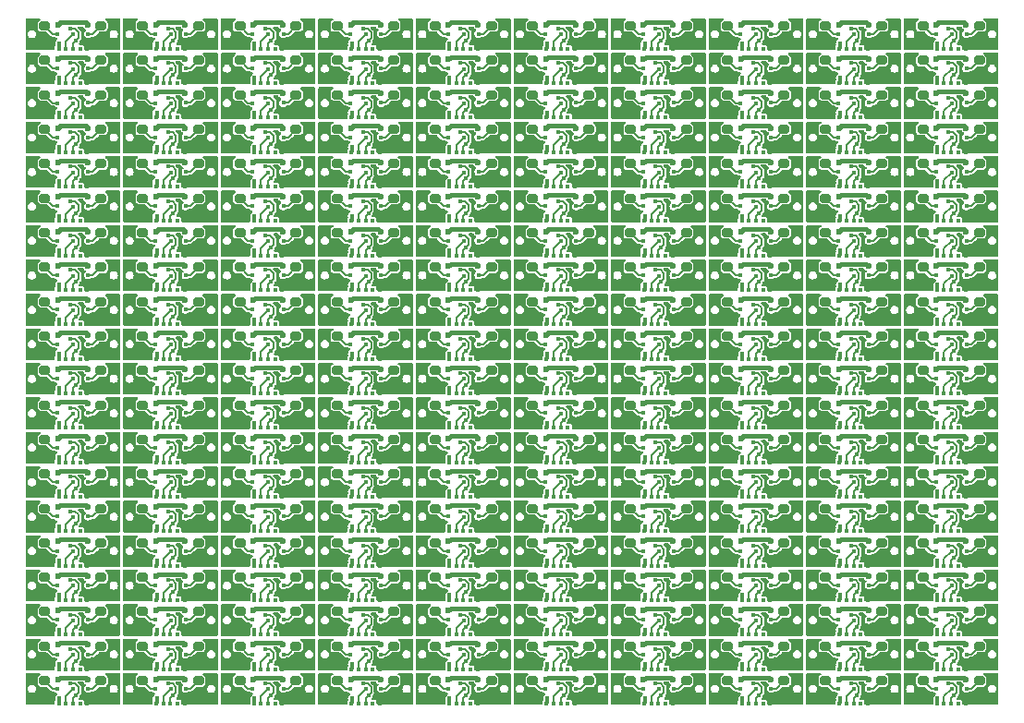
<source format=gbr>
%TF.GenerationSoftware,KiCad,Pcbnew,(6.0.11)*%
%TF.CreationDate,2023-04-11T15:55:55+08:00*%
%TF.ProjectId,MicroUSB2TypeCPanelization,4d696372-6f55-4534-9232-547970654350,rev?*%
%TF.SameCoordinates,Original*%
%TF.FileFunction,Copper,L2,Bot*%
%TF.FilePolarity,Positive*%
%FSLAX46Y46*%
G04 Gerber Fmt 4.6, Leading zero omitted, Abs format (unit mm)*
G04 Created by KiCad (PCBNEW (6.0.11)) date 2023-04-11 15:55:55*
%MOMM*%
%LPD*%
G01*
G04 APERTURE LIST*
G04 Aperture macros list*
%AMRoundRect*
0 Rectangle with rounded corners*
0 $1 Rounding radius*
0 $2 $3 $4 $5 $6 $7 $8 $9 X,Y pos of 4 corners*
0 Add a 4 corners polygon primitive as box body*
4,1,4,$2,$3,$4,$5,$6,$7,$8,$9,$2,$3,0*
0 Add four circle primitives for the rounded corners*
1,1,$1+$1,$2,$3*
1,1,$1+$1,$4,$5*
1,1,$1+$1,$6,$7*
1,1,$1+$1,$8,$9*
0 Add four rect primitives between the rounded corners*
20,1,$1+$1,$2,$3,$4,$5,0*
20,1,$1+$1,$4,$5,$6,$7,0*
20,1,$1+$1,$6,$7,$8,$9,0*
20,1,$1+$1,$8,$9,$2,$3,0*%
G04 Aperture macros list end*
%TA.AperFunction,SMDPad,CuDef*%
%ADD10R,0.400000X0.400000*%
%TD*%
%TA.AperFunction,SMDPad,CuDef*%
%ADD11RoundRect,0.200000X0.275000X-0.200000X0.275000X0.200000X-0.275000X0.200000X-0.275000X-0.200000X0*%
%TD*%
%TA.AperFunction,ViaPad*%
%ADD12C,0.600000*%
%TD*%
%TA.AperFunction,ViaPad*%
%ADD13C,0.400000*%
%TD*%
%TA.AperFunction,Conductor*%
%ADD14C,0.200000*%
%TD*%
%TA.AperFunction,Conductor*%
%ADD15C,0.300000*%
%TD*%
%TA.AperFunction,Conductor*%
%ADD16C,0.400000*%
%TD*%
G04 APERTURE END LIST*
D10*
%TO.P,J2,1,VBUS*%
%TO.N,Net-(J1-PadA4)*%
X227242000Y-142420000D03*
%TO.P,J2,2,D-*%
%TO.N,Net-(J1-PadA7)*%
X227892000Y-142420000D03*
%TO.P,J2,3,D+*%
%TO.N,Net-(J1-PadA6)*%
X228542000Y-142420000D03*
%TO.P,J2,4,ID*%
%TO.N,unconnected-(J2-Pad4)*%
X229192000Y-142420000D03*
%TO.P,J2,5,GND*%
%TO.N,GND*%
X229842000Y-142420000D03*
%TD*%
D11*
%TO.P,R2,1*%
%TO.N,GND*%
X231110000Y-141965000D03*
%TO.P,R2,2*%
%TO.N,Net-(J1-PadB5)*%
X231110000Y-140315000D03*
%TD*%
%TO.P,R1,1*%
%TO.N,GND*%
X225960000Y-141965000D03*
%TO.P,R1,2*%
%TO.N,Net-(J1-PadA5)*%
X225960000Y-140315000D03*
%TD*%
%TO.P,R1,1*%
%TO.N,GND*%
X217020000Y-141965000D03*
%TO.P,R1,2*%
%TO.N,Net-(J1-PadA5)*%
X217020000Y-140315000D03*
%TD*%
D10*
%TO.P,J2,1,VBUS*%
%TO.N,Net-(J1-PadA4)*%
X218302000Y-142420000D03*
%TO.P,J2,2,D-*%
%TO.N,Net-(J1-PadA7)*%
X218952000Y-142420000D03*
%TO.P,J2,3,D+*%
%TO.N,Net-(J1-PadA6)*%
X219602000Y-142420000D03*
%TO.P,J2,4,ID*%
%TO.N,unconnected-(J2-Pad4)*%
X220252000Y-142420000D03*
%TO.P,J2,5,GND*%
%TO.N,GND*%
X220902000Y-142420000D03*
%TD*%
D11*
%TO.P,R2,1*%
%TO.N,GND*%
X222170000Y-141965000D03*
%TO.P,R2,2*%
%TO.N,Net-(J1-PadB5)*%
X222170000Y-140315000D03*
%TD*%
D10*
%TO.P,J2,1,VBUS*%
%TO.N,Net-(J1-PadA4)*%
X209362000Y-142420000D03*
%TO.P,J2,2,D-*%
%TO.N,Net-(J1-PadA7)*%
X210012000Y-142420000D03*
%TO.P,J2,3,D+*%
%TO.N,Net-(J1-PadA6)*%
X210662000Y-142420000D03*
%TO.P,J2,4,ID*%
%TO.N,unconnected-(J2-Pad4)*%
X211312000Y-142420000D03*
%TO.P,J2,5,GND*%
%TO.N,GND*%
X211962000Y-142420000D03*
%TD*%
D11*
%TO.P,R2,1*%
%TO.N,GND*%
X213230000Y-141965000D03*
%TO.P,R2,2*%
%TO.N,Net-(J1-PadB5)*%
X213230000Y-140315000D03*
%TD*%
%TO.P,R1,1*%
%TO.N,GND*%
X208080000Y-141965000D03*
%TO.P,R1,2*%
%TO.N,Net-(J1-PadA5)*%
X208080000Y-140315000D03*
%TD*%
%TO.P,R2,1*%
%TO.N,GND*%
X204290000Y-141965000D03*
%TO.P,R2,2*%
%TO.N,Net-(J1-PadB5)*%
X204290000Y-140315000D03*
%TD*%
D10*
%TO.P,J2,1,VBUS*%
%TO.N,Net-(J1-PadA4)*%
X200422000Y-142420000D03*
%TO.P,J2,2,D-*%
%TO.N,Net-(J1-PadA7)*%
X201072000Y-142420000D03*
%TO.P,J2,3,D+*%
%TO.N,Net-(J1-PadA6)*%
X201722000Y-142420000D03*
%TO.P,J2,4,ID*%
%TO.N,unconnected-(J2-Pad4)*%
X202372000Y-142420000D03*
%TO.P,J2,5,GND*%
%TO.N,GND*%
X203022000Y-142420000D03*
%TD*%
D11*
%TO.P,R1,1*%
%TO.N,GND*%
X199140000Y-141965000D03*
%TO.P,R1,2*%
%TO.N,Net-(J1-PadA5)*%
X199140000Y-140315000D03*
%TD*%
D10*
%TO.P,J2,1,VBUS*%
%TO.N,Net-(J1-PadA4)*%
X191482000Y-142420000D03*
%TO.P,J2,2,D-*%
%TO.N,Net-(J1-PadA7)*%
X192132000Y-142420000D03*
%TO.P,J2,3,D+*%
%TO.N,Net-(J1-PadA6)*%
X192782000Y-142420000D03*
%TO.P,J2,4,ID*%
%TO.N,unconnected-(J2-Pad4)*%
X193432000Y-142420000D03*
%TO.P,J2,5,GND*%
%TO.N,GND*%
X194082000Y-142420000D03*
%TD*%
D11*
%TO.P,R2,1*%
%TO.N,GND*%
X195350000Y-141965000D03*
%TO.P,R2,2*%
%TO.N,Net-(J1-PadB5)*%
X195350000Y-140315000D03*
%TD*%
%TO.P,R1,1*%
%TO.N,GND*%
X190200000Y-141965000D03*
%TO.P,R1,2*%
%TO.N,Net-(J1-PadA5)*%
X190200000Y-140315000D03*
%TD*%
D10*
%TO.P,J2,1,VBUS*%
%TO.N,Net-(J1-PadA4)*%
X182542000Y-142420000D03*
%TO.P,J2,2,D-*%
%TO.N,Net-(J1-PadA7)*%
X183192000Y-142420000D03*
%TO.P,J2,3,D+*%
%TO.N,Net-(J1-PadA6)*%
X183842000Y-142420000D03*
%TO.P,J2,4,ID*%
%TO.N,unconnected-(J2-Pad4)*%
X184492000Y-142420000D03*
%TO.P,J2,5,GND*%
%TO.N,GND*%
X185142000Y-142420000D03*
%TD*%
D11*
%TO.P,R2,1*%
%TO.N,GND*%
X186410000Y-141965000D03*
%TO.P,R2,2*%
%TO.N,Net-(J1-PadB5)*%
X186410000Y-140315000D03*
%TD*%
%TO.P,R1,1*%
%TO.N,GND*%
X181260000Y-141965000D03*
%TO.P,R1,2*%
%TO.N,Net-(J1-PadA5)*%
X181260000Y-140315000D03*
%TD*%
D10*
%TO.P,J2,1,VBUS*%
%TO.N,Net-(J1-PadA4)*%
X173602000Y-142420000D03*
%TO.P,J2,2,D-*%
%TO.N,Net-(J1-PadA7)*%
X174252000Y-142420000D03*
%TO.P,J2,3,D+*%
%TO.N,Net-(J1-PadA6)*%
X174902000Y-142420000D03*
%TO.P,J2,4,ID*%
%TO.N,unconnected-(J2-Pad4)*%
X175552000Y-142420000D03*
%TO.P,J2,5,GND*%
%TO.N,GND*%
X176202000Y-142420000D03*
%TD*%
D11*
%TO.P,R2,1*%
%TO.N,GND*%
X177470000Y-141965000D03*
%TO.P,R2,2*%
%TO.N,Net-(J1-PadB5)*%
X177470000Y-140315000D03*
%TD*%
%TO.P,R1,1*%
%TO.N,GND*%
X172320000Y-141965000D03*
%TO.P,R1,2*%
%TO.N,Net-(J1-PadA5)*%
X172320000Y-140315000D03*
%TD*%
D10*
%TO.P,J2,1,VBUS*%
%TO.N,Net-(J1-PadA4)*%
X164662000Y-142420000D03*
%TO.P,J2,2,D-*%
%TO.N,Net-(J1-PadA7)*%
X165312000Y-142420000D03*
%TO.P,J2,3,D+*%
%TO.N,Net-(J1-PadA6)*%
X165962000Y-142420000D03*
%TO.P,J2,4,ID*%
%TO.N,unconnected-(J2-Pad4)*%
X166612000Y-142420000D03*
%TO.P,J2,5,GND*%
%TO.N,GND*%
X167262000Y-142420000D03*
%TD*%
D11*
%TO.P,R2,1*%
%TO.N,GND*%
X168530000Y-141965000D03*
%TO.P,R2,2*%
%TO.N,Net-(J1-PadB5)*%
X168530000Y-140315000D03*
%TD*%
%TO.P,R1,1*%
%TO.N,GND*%
X163380000Y-141965000D03*
%TO.P,R1,2*%
%TO.N,Net-(J1-PadA5)*%
X163380000Y-140315000D03*
%TD*%
%TO.P,R1,1*%
%TO.N,GND*%
X154440000Y-141965000D03*
%TO.P,R1,2*%
%TO.N,Net-(J1-PadA5)*%
X154440000Y-140315000D03*
%TD*%
D10*
%TO.P,J2,1,VBUS*%
%TO.N,Net-(J1-PadA4)*%
X155722000Y-142420000D03*
%TO.P,J2,2,D-*%
%TO.N,Net-(J1-PadA7)*%
X156372000Y-142420000D03*
%TO.P,J2,3,D+*%
%TO.N,Net-(J1-PadA6)*%
X157022000Y-142420000D03*
%TO.P,J2,4,ID*%
%TO.N,unconnected-(J2-Pad4)*%
X157672000Y-142420000D03*
%TO.P,J2,5,GND*%
%TO.N,GND*%
X158322000Y-142420000D03*
%TD*%
D11*
%TO.P,R2,1*%
%TO.N,GND*%
X159590000Y-141965000D03*
%TO.P,R2,2*%
%TO.N,Net-(J1-PadB5)*%
X159590000Y-140315000D03*
%TD*%
D10*
%TO.P,J2,1,VBUS*%
%TO.N,Net-(J1-PadA4)*%
X146782000Y-142420000D03*
%TO.P,J2,2,D-*%
%TO.N,Net-(J1-PadA7)*%
X147432000Y-142420000D03*
%TO.P,J2,3,D+*%
%TO.N,Net-(J1-PadA6)*%
X148082000Y-142420000D03*
%TO.P,J2,4,ID*%
%TO.N,unconnected-(J2-Pad4)*%
X148732000Y-142420000D03*
%TO.P,J2,5,GND*%
%TO.N,GND*%
X149382000Y-142420000D03*
%TD*%
D11*
%TO.P,R2,1*%
%TO.N,GND*%
X150650000Y-141965000D03*
%TO.P,R2,2*%
%TO.N,Net-(J1-PadB5)*%
X150650000Y-140315000D03*
%TD*%
%TO.P,R1,1*%
%TO.N,GND*%
X145500000Y-141965000D03*
%TO.P,R1,2*%
%TO.N,Net-(J1-PadA5)*%
X145500000Y-140315000D03*
%TD*%
D10*
%TO.P,J2,1,VBUS*%
%TO.N,Net-(J1-PadA4)*%
X227242000Y-139260000D03*
%TO.P,J2,2,D-*%
%TO.N,Net-(J1-PadA7)*%
X227892000Y-139260000D03*
%TO.P,J2,3,D+*%
%TO.N,Net-(J1-PadA6)*%
X228542000Y-139260000D03*
%TO.P,J2,4,ID*%
%TO.N,unconnected-(J2-Pad4)*%
X229192000Y-139260000D03*
%TO.P,J2,5,GND*%
%TO.N,GND*%
X229842000Y-139260000D03*
%TD*%
D11*
%TO.P,R2,1*%
%TO.N,GND*%
X231110000Y-138805000D03*
%TO.P,R2,2*%
%TO.N,Net-(J1-PadB5)*%
X231110000Y-137155000D03*
%TD*%
%TO.P,R1,1*%
%TO.N,GND*%
X225960000Y-138805000D03*
%TO.P,R1,2*%
%TO.N,Net-(J1-PadA5)*%
X225960000Y-137155000D03*
%TD*%
%TO.P,R2,1*%
%TO.N,GND*%
X222170000Y-138805000D03*
%TO.P,R2,2*%
%TO.N,Net-(J1-PadB5)*%
X222170000Y-137155000D03*
%TD*%
D10*
%TO.P,J2,1,VBUS*%
%TO.N,Net-(J1-PadA4)*%
X218302000Y-139260000D03*
%TO.P,J2,2,D-*%
%TO.N,Net-(J1-PadA7)*%
X218952000Y-139260000D03*
%TO.P,J2,3,D+*%
%TO.N,Net-(J1-PadA6)*%
X219602000Y-139260000D03*
%TO.P,J2,4,ID*%
%TO.N,unconnected-(J2-Pad4)*%
X220252000Y-139260000D03*
%TO.P,J2,5,GND*%
%TO.N,GND*%
X220902000Y-139260000D03*
%TD*%
D11*
%TO.P,R1,1*%
%TO.N,GND*%
X217020000Y-138805000D03*
%TO.P,R1,2*%
%TO.N,Net-(J1-PadA5)*%
X217020000Y-137155000D03*
%TD*%
D10*
%TO.P,J2,1,VBUS*%
%TO.N,Net-(J1-PadA4)*%
X209362000Y-139260000D03*
%TO.P,J2,2,D-*%
%TO.N,Net-(J1-PadA7)*%
X210012000Y-139260000D03*
%TO.P,J2,3,D+*%
%TO.N,Net-(J1-PadA6)*%
X210662000Y-139260000D03*
%TO.P,J2,4,ID*%
%TO.N,unconnected-(J2-Pad4)*%
X211312000Y-139260000D03*
%TO.P,J2,5,GND*%
%TO.N,GND*%
X211962000Y-139260000D03*
%TD*%
D11*
%TO.P,R1,1*%
%TO.N,GND*%
X208080000Y-138805000D03*
%TO.P,R1,2*%
%TO.N,Net-(J1-PadA5)*%
X208080000Y-137155000D03*
%TD*%
%TO.P,R2,1*%
%TO.N,GND*%
X213230000Y-138805000D03*
%TO.P,R2,2*%
%TO.N,Net-(J1-PadB5)*%
X213230000Y-137155000D03*
%TD*%
%TO.P,R2,1*%
%TO.N,GND*%
X204290000Y-138805000D03*
%TO.P,R2,2*%
%TO.N,Net-(J1-PadB5)*%
X204290000Y-137155000D03*
%TD*%
D10*
%TO.P,J2,1,VBUS*%
%TO.N,Net-(J1-PadA4)*%
X200422000Y-139260000D03*
%TO.P,J2,2,D-*%
%TO.N,Net-(J1-PadA7)*%
X201072000Y-139260000D03*
%TO.P,J2,3,D+*%
%TO.N,Net-(J1-PadA6)*%
X201722000Y-139260000D03*
%TO.P,J2,4,ID*%
%TO.N,unconnected-(J2-Pad4)*%
X202372000Y-139260000D03*
%TO.P,J2,5,GND*%
%TO.N,GND*%
X203022000Y-139260000D03*
%TD*%
D11*
%TO.P,R1,1*%
%TO.N,GND*%
X199140000Y-138805000D03*
%TO.P,R1,2*%
%TO.N,Net-(J1-PadA5)*%
X199140000Y-137155000D03*
%TD*%
D10*
%TO.P,J2,1,VBUS*%
%TO.N,Net-(J1-PadA4)*%
X191482000Y-139260000D03*
%TO.P,J2,2,D-*%
%TO.N,Net-(J1-PadA7)*%
X192132000Y-139260000D03*
%TO.P,J2,3,D+*%
%TO.N,Net-(J1-PadA6)*%
X192782000Y-139260000D03*
%TO.P,J2,4,ID*%
%TO.N,unconnected-(J2-Pad4)*%
X193432000Y-139260000D03*
%TO.P,J2,5,GND*%
%TO.N,GND*%
X194082000Y-139260000D03*
%TD*%
D11*
%TO.P,R1,1*%
%TO.N,GND*%
X190200000Y-138805000D03*
%TO.P,R1,2*%
%TO.N,Net-(J1-PadA5)*%
X190200000Y-137155000D03*
%TD*%
%TO.P,R2,1*%
%TO.N,GND*%
X195350000Y-138805000D03*
%TO.P,R2,2*%
%TO.N,Net-(J1-PadB5)*%
X195350000Y-137155000D03*
%TD*%
%TO.P,R1,1*%
%TO.N,GND*%
X181260000Y-138805000D03*
%TO.P,R1,2*%
%TO.N,Net-(J1-PadA5)*%
X181260000Y-137155000D03*
%TD*%
D10*
%TO.P,J2,1,VBUS*%
%TO.N,Net-(J1-PadA4)*%
X182542000Y-139260000D03*
%TO.P,J2,2,D-*%
%TO.N,Net-(J1-PadA7)*%
X183192000Y-139260000D03*
%TO.P,J2,3,D+*%
%TO.N,Net-(J1-PadA6)*%
X183842000Y-139260000D03*
%TO.P,J2,4,ID*%
%TO.N,unconnected-(J2-Pad4)*%
X184492000Y-139260000D03*
%TO.P,J2,5,GND*%
%TO.N,GND*%
X185142000Y-139260000D03*
%TD*%
D11*
%TO.P,R2,1*%
%TO.N,GND*%
X186410000Y-138805000D03*
%TO.P,R2,2*%
%TO.N,Net-(J1-PadB5)*%
X186410000Y-137155000D03*
%TD*%
D10*
%TO.P,J2,1,VBUS*%
%TO.N,Net-(J1-PadA4)*%
X173602000Y-139260000D03*
%TO.P,J2,2,D-*%
%TO.N,Net-(J1-PadA7)*%
X174252000Y-139260000D03*
%TO.P,J2,3,D+*%
%TO.N,Net-(J1-PadA6)*%
X174902000Y-139260000D03*
%TO.P,J2,4,ID*%
%TO.N,unconnected-(J2-Pad4)*%
X175552000Y-139260000D03*
%TO.P,J2,5,GND*%
%TO.N,GND*%
X176202000Y-139260000D03*
%TD*%
D11*
%TO.P,R2,1*%
%TO.N,GND*%
X177470000Y-138805000D03*
%TO.P,R2,2*%
%TO.N,Net-(J1-PadB5)*%
X177470000Y-137155000D03*
%TD*%
%TO.P,R1,1*%
%TO.N,GND*%
X172320000Y-138805000D03*
%TO.P,R1,2*%
%TO.N,Net-(J1-PadA5)*%
X172320000Y-137155000D03*
%TD*%
%TO.P,R2,1*%
%TO.N,GND*%
X168530000Y-138805000D03*
%TO.P,R2,2*%
%TO.N,Net-(J1-PadB5)*%
X168530000Y-137155000D03*
%TD*%
%TO.P,R1,1*%
%TO.N,GND*%
X163380000Y-138805000D03*
%TO.P,R1,2*%
%TO.N,Net-(J1-PadA5)*%
X163380000Y-137155000D03*
%TD*%
D10*
%TO.P,J2,1,VBUS*%
%TO.N,Net-(J1-PadA4)*%
X164662000Y-139260000D03*
%TO.P,J2,2,D-*%
%TO.N,Net-(J1-PadA7)*%
X165312000Y-139260000D03*
%TO.P,J2,3,D+*%
%TO.N,Net-(J1-PadA6)*%
X165962000Y-139260000D03*
%TO.P,J2,4,ID*%
%TO.N,unconnected-(J2-Pad4)*%
X166612000Y-139260000D03*
%TO.P,J2,5,GND*%
%TO.N,GND*%
X167262000Y-139260000D03*
%TD*%
D11*
%TO.P,R2,1*%
%TO.N,GND*%
X159590000Y-138805000D03*
%TO.P,R2,2*%
%TO.N,Net-(J1-PadB5)*%
X159590000Y-137155000D03*
%TD*%
D10*
%TO.P,J2,1,VBUS*%
%TO.N,Net-(J1-PadA4)*%
X155722000Y-139260000D03*
%TO.P,J2,2,D-*%
%TO.N,Net-(J1-PadA7)*%
X156372000Y-139260000D03*
%TO.P,J2,3,D+*%
%TO.N,Net-(J1-PadA6)*%
X157022000Y-139260000D03*
%TO.P,J2,4,ID*%
%TO.N,unconnected-(J2-Pad4)*%
X157672000Y-139260000D03*
%TO.P,J2,5,GND*%
%TO.N,GND*%
X158322000Y-139260000D03*
%TD*%
D11*
%TO.P,R1,1*%
%TO.N,GND*%
X154440000Y-138805000D03*
%TO.P,R1,2*%
%TO.N,Net-(J1-PadA5)*%
X154440000Y-137155000D03*
%TD*%
%TO.P,R2,1*%
%TO.N,GND*%
X150650000Y-138805000D03*
%TO.P,R2,2*%
%TO.N,Net-(J1-PadB5)*%
X150650000Y-137155000D03*
%TD*%
%TO.P,R1,1*%
%TO.N,GND*%
X145500000Y-138805000D03*
%TO.P,R1,2*%
%TO.N,Net-(J1-PadA5)*%
X145500000Y-137155000D03*
%TD*%
D10*
%TO.P,J2,1,VBUS*%
%TO.N,Net-(J1-PadA4)*%
X146782000Y-139260000D03*
%TO.P,J2,2,D-*%
%TO.N,Net-(J1-PadA7)*%
X147432000Y-139260000D03*
%TO.P,J2,3,D+*%
%TO.N,Net-(J1-PadA6)*%
X148082000Y-139260000D03*
%TO.P,J2,4,ID*%
%TO.N,unconnected-(J2-Pad4)*%
X148732000Y-139260000D03*
%TO.P,J2,5,GND*%
%TO.N,GND*%
X149382000Y-139260000D03*
%TD*%
%TO.P,J2,1,VBUS*%
%TO.N,Net-(J1-PadA4)*%
X227242000Y-136100000D03*
%TO.P,J2,2,D-*%
%TO.N,Net-(J1-PadA7)*%
X227892000Y-136100000D03*
%TO.P,J2,3,D+*%
%TO.N,Net-(J1-PadA6)*%
X228542000Y-136100000D03*
%TO.P,J2,4,ID*%
%TO.N,unconnected-(J2-Pad4)*%
X229192000Y-136100000D03*
%TO.P,J2,5,GND*%
%TO.N,GND*%
X229842000Y-136100000D03*
%TD*%
D11*
%TO.P,R2,1*%
%TO.N,GND*%
X231110000Y-135645000D03*
%TO.P,R2,2*%
%TO.N,Net-(J1-PadB5)*%
X231110000Y-133995000D03*
%TD*%
%TO.P,R1,1*%
%TO.N,GND*%
X225960000Y-135645000D03*
%TO.P,R1,2*%
%TO.N,Net-(J1-PadA5)*%
X225960000Y-133995000D03*
%TD*%
D10*
%TO.P,J2,1,VBUS*%
%TO.N,Net-(J1-PadA4)*%
X218302000Y-136100000D03*
%TO.P,J2,2,D-*%
%TO.N,Net-(J1-PadA7)*%
X218952000Y-136100000D03*
%TO.P,J2,3,D+*%
%TO.N,Net-(J1-PadA6)*%
X219602000Y-136100000D03*
%TO.P,J2,4,ID*%
%TO.N,unconnected-(J2-Pad4)*%
X220252000Y-136100000D03*
%TO.P,J2,5,GND*%
%TO.N,GND*%
X220902000Y-136100000D03*
%TD*%
D11*
%TO.P,R2,1*%
%TO.N,GND*%
X222170000Y-135645000D03*
%TO.P,R2,2*%
%TO.N,Net-(J1-PadB5)*%
X222170000Y-133995000D03*
%TD*%
%TO.P,R1,1*%
%TO.N,GND*%
X217020000Y-135645000D03*
%TO.P,R1,2*%
%TO.N,Net-(J1-PadA5)*%
X217020000Y-133995000D03*
%TD*%
%TO.P,R2,1*%
%TO.N,GND*%
X213230000Y-135645000D03*
%TO.P,R2,2*%
%TO.N,Net-(J1-PadB5)*%
X213230000Y-133995000D03*
%TD*%
%TO.P,R1,1*%
%TO.N,GND*%
X208080000Y-135645000D03*
%TO.P,R1,2*%
%TO.N,Net-(J1-PadA5)*%
X208080000Y-133995000D03*
%TD*%
D10*
%TO.P,J2,1,VBUS*%
%TO.N,Net-(J1-PadA4)*%
X209362000Y-136100000D03*
%TO.P,J2,2,D-*%
%TO.N,Net-(J1-PadA7)*%
X210012000Y-136100000D03*
%TO.P,J2,3,D+*%
%TO.N,Net-(J1-PadA6)*%
X210662000Y-136100000D03*
%TO.P,J2,4,ID*%
%TO.N,unconnected-(J2-Pad4)*%
X211312000Y-136100000D03*
%TO.P,J2,5,GND*%
%TO.N,GND*%
X211962000Y-136100000D03*
%TD*%
%TO.P,J2,1,VBUS*%
%TO.N,Net-(J1-PadA4)*%
X200422000Y-136100000D03*
%TO.P,J2,2,D-*%
%TO.N,Net-(J1-PadA7)*%
X201072000Y-136100000D03*
%TO.P,J2,3,D+*%
%TO.N,Net-(J1-PadA6)*%
X201722000Y-136100000D03*
%TO.P,J2,4,ID*%
%TO.N,unconnected-(J2-Pad4)*%
X202372000Y-136100000D03*
%TO.P,J2,5,GND*%
%TO.N,GND*%
X203022000Y-136100000D03*
%TD*%
D11*
%TO.P,R2,1*%
%TO.N,GND*%
X204290000Y-135645000D03*
%TO.P,R2,2*%
%TO.N,Net-(J1-PadB5)*%
X204290000Y-133995000D03*
%TD*%
%TO.P,R1,1*%
%TO.N,GND*%
X199140000Y-135645000D03*
%TO.P,R1,2*%
%TO.N,Net-(J1-PadA5)*%
X199140000Y-133995000D03*
%TD*%
D10*
%TO.P,J2,1,VBUS*%
%TO.N,Net-(J1-PadA4)*%
X191482000Y-136100000D03*
%TO.P,J2,2,D-*%
%TO.N,Net-(J1-PadA7)*%
X192132000Y-136100000D03*
%TO.P,J2,3,D+*%
%TO.N,Net-(J1-PadA6)*%
X192782000Y-136100000D03*
%TO.P,J2,4,ID*%
%TO.N,unconnected-(J2-Pad4)*%
X193432000Y-136100000D03*
%TO.P,J2,5,GND*%
%TO.N,GND*%
X194082000Y-136100000D03*
%TD*%
D11*
%TO.P,R1,1*%
%TO.N,GND*%
X190200000Y-135645000D03*
%TO.P,R1,2*%
%TO.N,Net-(J1-PadA5)*%
X190200000Y-133995000D03*
%TD*%
%TO.P,R2,1*%
%TO.N,GND*%
X195350000Y-135645000D03*
%TO.P,R2,2*%
%TO.N,Net-(J1-PadB5)*%
X195350000Y-133995000D03*
%TD*%
%TO.P,R2,1*%
%TO.N,GND*%
X186410000Y-135645000D03*
%TO.P,R2,2*%
%TO.N,Net-(J1-PadB5)*%
X186410000Y-133995000D03*
%TD*%
%TO.P,R1,1*%
%TO.N,GND*%
X181260000Y-135645000D03*
%TO.P,R1,2*%
%TO.N,Net-(J1-PadA5)*%
X181260000Y-133995000D03*
%TD*%
D10*
%TO.P,J2,1,VBUS*%
%TO.N,Net-(J1-PadA4)*%
X182542000Y-136100000D03*
%TO.P,J2,2,D-*%
%TO.N,Net-(J1-PadA7)*%
X183192000Y-136100000D03*
%TO.P,J2,3,D+*%
%TO.N,Net-(J1-PadA6)*%
X183842000Y-136100000D03*
%TO.P,J2,4,ID*%
%TO.N,unconnected-(J2-Pad4)*%
X184492000Y-136100000D03*
%TO.P,J2,5,GND*%
%TO.N,GND*%
X185142000Y-136100000D03*
%TD*%
%TO.P,J2,1,VBUS*%
%TO.N,Net-(J1-PadA4)*%
X173602000Y-136100000D03*
%TO.P,J2,2,D-*%
%TO.N,Net-(J1-PadA7)*%
X174252000Y-136100000D03*
%TO.P,J2,3,D+*%
%TO.N,Net-(J1-PadA6)*%
X174902000Y-136100000D03*
%TO.P,J2,4,ID*%
%TO.N,unconnected-(J2-Pad4)*%
X175552000Y-136100000D03*
%TO.P,J2,5,GND*%
%TO.N,GND*%
X176202000Y-136100000D03*
%TD*%
D11*
%TO.P,R1,1*%
%TO.N,GND*%
X172320000Y-135645000D03*
%TO.P,R1,2*%
%TO.N,Net-(J1-PadA5)*%
X172320000Y-133995000D03*
%TD*%
%TO.P,R2,1*%
%TO.N,GND*%
X177470000Y-135645000D03*
%TO.P,R2,2*%
%TO.N,Net-(J1-PadB5)*%
X177470000Y-133995000D03*
%TD*%
%TO.P,R2,1*%
%TO.N,GND*%
X168530000Y-135645000D03*
%TO.P,R2,2*%
%TO.N,Net-(J1-PadB5)*%
X168530000Y-133995000D03*
%TD*%
%TO.P,R1,1*%
%TO.N,GND*%
X163380000Y-135645000D03*
%TO.P,R1,2*%
%TO.N,Net-(J1-PadA5)*%
X163380000Y-133995000D03*
%TD*%
D10*
%TO.P,J2,1,VBUS*%
%TO.N,Net-(J1-PadA4)*%
X164662000Y-136100000D03*
%TO.P,J2,2,D-*%
%TO.N,Net-(J1-PadA7)*%
X165312000Y-136100000D03*
%TO.P,J2,3,D+*%
%TO.N,Net-(J1-PadA6)*%
X165962000Y-136100000D03*
%TO.P,J2,4,ID*%
%TO.N,unconnected-(J2-Pad4)*%
X166612000Y-136100000D03*
%TO.P,J2,5,GND*%
%TO.N,GND*%
X167262000Y-136100000D03*
%TD*%
%TO.P,J2,1,VBUS*%
%TO.N,Net-(J1-PadA4)*%
X155722000Y-136100000D03*
%TO.P,J2,2,D-*%
%TO.N,Net-(J1-PadA7)*%
X156372000Y-136100000D03*
%TO.P,J2,3,D+*%
%TO.N,Net-(J1-PadA6)*%
X157022000Y-136100000D03*
%TO.P,J2,4,ID*%
%TO.N,unconnected-(J2-Pad4)*%
X157672000Y-136100000D03*
%TO.P,J2,5,GND*%
%TO.N,GND*%
X158322000Y-136100000D03*
%TD*%
D11*
%TO.P,R1,1*%
%TO.N,GND*%
X154440000Y-135645000D03*
%TO.P,R1,2*%
%TO.N,Net-(J1-PadA5)*%
X154440000Y-133995000D03*
%TD*%
%TO.P,R2,1*%
%TO.N,GND*%
X159590000Y-135645000D03*
%TO.P,R2,2*%
%TO.N,Net-(J1-PadB5)*%
X159590000Y-133995000D03*
%TD*%
D10*
%TO.P,J2,1,VBUS*%
%TO.N,Net-(J1-PadA4)*%
X146782000Y-136100000D03*
%TO.P,J2,2,D-*%
%TO.N,Net-(J1-PadA7)*%
X147432000Y-136100000D03*
%TO.P,J2,3,D+*%
%TO.N,Net-(J1-PadA6)*%
X148082000Y-136100000D03*
%TO.P,J2,4,ID*%
%TO.N,unconnected-(J2-Pad4)*%
X148732000Y-136100000D03*
%TO.P,J2,5,GND*%
%TO.N,GND*%
X149382000Y-136100000D03*
%TD*%
D11*
%TO.P,R1,1*%
%TO.N,GND*%
X145500000Y-135645000D03*
%TO.P,R1,2*%
%TO.N,Net-(J1-PadA5)*%
X145500000Y-133995000D03*
%TD*%
%TO.P,R2,1*%
%TO.N,GND*%
X150650000Y-135645000D03*
%TO.P,R2,2*%
%TO.N,Net-(J1-PadB5)*%
X150650000Y-133995000D03*
%TD*%
%TO.P,R1,1*%
%TO.N,GND*%
X225960000Y-132485000D03*
%TO.P,R1,2*%
%TO.N,Net-(J1-PadA5)*%
X225960000Y-130835000D03*
%TD*%
D10*
%TO.P,J2,1,VBUS*%
%TO.N,Net-(J1-PadA4)*%
X227242000Y-132940000D03*
%TO.P,J2,2,D-*%
%TO.N,Net-(J1-PadA7)*%
X227892000Y-132940000D03*
%TO.P,J2,3,D+*%
%TO.N,Net-(J1-PadA6)*%
X228542000Y-132940000D03*
%TO.P,J2,4,ID*%
%TO.N,unconnected-(J2-Pad4)*%
X229192000Y-132940000D03*
%TO.P,J2,5,GND*%
%TO.N,GND*%
X229842000Y-132940000D03*
%TD*%
D11*
%TO.P,R2,1*%
%TO.N,GND*%
X231110000Y-132485000D03*
%TO.P,R2,2*%
%TO.N,Net-(J1-PadB5)*%
X231110000Y-130835000D03*
%TD*%
%TO.P,R2,1*%
%TO.N,GND*%
X222170000Y-132485000D03*
%TO.P,R2,2*%
%TO.N,Net-(J1-PadB5)*%
X222170000Y-130835000D03*
%TD*%
%TO.P,R1,1*%
%TO.N,GND*%
X217020000Y-132485000D03*
%TO.P,R1,2*%
%TO.N,Net-(J1-PadA5)*%
X217020000Y-130835000D03*
%TD*%
D10*
%TO.P,J2,1,VBUS*%
%TO.N,Net-(J1-PadA4)*%
X218302000Y-132940000D03*
%TO.P,J2,2,D-*%
%TO.N,Net-(J1-PadA7)*%
X218952000Y-132940000D03*
%TO.P,J2,3,D+*%
%TO.N,Net-(J1-PadA6)*%
X219602000Y-132940000D03*
%TO.P,J2,4,ID*%
%TO.N,unconnected-(J2-Pad4)*%
X220252000Y-132940000D03*
%TO.P,J2,5,GND*%
%TO.N,GND*%
X220902000Y-132940000D03*
%TD*%
D11*
%TO.P,R1,1*%
%TO.N,GND*%
X208080000Y-132485000D03*
%TO.P,R1,2*%
%TO.N,Net-(J1-PadA5)*%
X208080000Y-130835000D03*
%TD*%
D10*
%TO.P,J2,1,VBUS*%
%TO.N,Net-(J1-PadA4)*%
X209362000Y-132940000D03*
%TO.P,J2,2,D-*%
%TO.N,Net-(J1-PadA7)*%
X210012000Y-132940000D03*
%TO.P,J2,3,D+*%
%TO.N,Net-(J1-PadA6)*%
X210662000Y-132940000D03*
%TO.P,J2,4,ID*%
%TO.N,unconnected-(J2-Pad4)*%
X211312000Y-132940000D03*
%TO.P,J2,5,GND*%
%TO.N,GND*%
X211962000Y-132940000D03*
%TD*%
D11*
%TO.P,R2,1*%
%TO.N,GND*%
X213230000Y-132485000D03*
%TO.P,R2,2*%
%TO.N,Net-(J1-PadB5)*%
X213230000Y-130835000D03*
%TD*%
%TO.P,R2,1*%
%TO.N,GND*%
X204290000Y-132485000D03*
%TO.P,R2,2*%
%TO.N,Net-(J1-PadB5)*%
X204290000Y-130835000D03*
%TD*%
%TO.P,R1,1*%
%TO.N,GND*%
X199140000Y-132485000D03*
%TO.P,R1,2*%
%TO.N,Net-(J1-PadA5)*%
X199140000Y-130835000D03*
%TD*%
D10*
%TO.P,J2,1,VBUS*%
%TO.N,Net-(J1-PadA4)*%
X200422000Y-132940000D03*
%TO.P,J2,2,D-*%
%TO.N,Net-(J1-PadA7)*%
X201072000Y-132940000D03*
%TO.P,J2,3,D+*%
%TO.N,Net-(J1-PadA6)*%
X201722000Y-132940000D03*
%TO.P,J2,4,ID*%
%TO.N,unconnected-(J2-Pad4)*%
X202372000Y-132940000D03*
%TO.P,J2,5,GND*%
%TO.N,GND*%
X203022000Y-132940000D03*
%TD*%
D11*
%TO.P,R2,1*%
%TO.N,GND*%
X195350000Y-132485000D03*
%TO.P,R2,2*%
%TO.N,Net-(J1-PadB5)*%
X195350000Y-130835000D03*
%TD*%
%TO.P,R1,1*%
%TO.N,GND*%
X190200000Y-132485000D03*
%TO.P,R1,2*%
%TO.N,Net-(J1-PadA5)*%
X190200000Y-130835000D03*
%TD*%
D10*
%TO.P,J2,1,VBUS*%
%TO.N,Net-(J1-PadA4)*%
X191482000Y-132940000D03*
%TO.P,J2,2,D-*%
%TO.N,Net-(J1-PadA7)*%
X192132000Y-132940000D03*
%TO.P,J2,3,D+*%
%TO.N,Net-(J1-PadA6)*%
X192782000Y-132940000D03*
%TO.P,J2,4,ID*%
%TO.N,unconnected-(J2-Pad4)*%
X193432000Y-132940000D03*
%TO.P,J2,5,GND*%
%TO.N,GND*%
X194082000Y-132940000D03*
%TD*%
%TO.P,J2,1,VBUS*%
%TO.N,Net-(J1-PadA4)*%
X182542000Y-132940000D03*
%TO.P,J2,2,D-*%
%TO.N,Net-(J1-PadA7)*%
X183192000Y-132940000D03*
%TO.P,J2,3,D+*%
%TO.N,Net-(J1-PadA6)*%
X183842000Y-132940000D03*
%TO.P,J2,4,ID*%
%TO.N,unconnected-(J2-Pad4)*%
X184492000Y-132940000D03*
%TO.P,J2,5,GND*%
%TO.N,GND*%
X185142000Y-132940000D03*
%TD*%
D11*
%TO.P,R1,1*%
%TO.N,GND*%
X181260000Y-132485000D03*
%TO.P,R1,2*%
%TO.N,Net-(J1-PadA5)*%
X181260000Y-130835000D03*
%TD*%
%TO.P,R2,1*%
%TO.N,GND*%
X186410000Y-132485000D03*
%TO.P,R2,2*%
%TO.N,Net-(J1-PadB5)*%
X186410000Y-130835000D03*
%TD*%
D10*
%TO.P,J2,1,VBUS*%
%TO.N,Net-(J1-PadA4)*%
X173602000Y-132940000D03*
%TO.P,J2,2,D-*%
%TO.N,Net-(J1-PadA7)*%
X174252000Y-132940000D03*
%TO.P,J2,3,D+*%
%TO.N,Net-(J1-PadA6)*%
X174902000Y-132940000D03*
%TO.P,J2,4,ID*%
%TO.N,unconnected-(J2-Pad4)*%
X175552000Y-132940000D03*
%TO.P,J2,5,GND*%
%TO.N,GND*%
X176202000Y-132940000D03*
%TD*%
D11*
%TO.P,R2,1*%
%TO.N,GND*%
X177470000Y-132485000D03*
%TO.P,R2,2*%
%TO.N,Net-(J1-PadB5)*%
X177470000Y-130835000D03*
%TD*%
%TO.P,R1,1*%
%TO.N,GND*%
X172320000Y-132485000D03*
%TO.P,R1,2*%
%TO.N,Net-(J1-PadA5)*%
X172320000Y-130835000D03*
%TD*%
%TO.P,R1,1*%
%TO.N,GND*%
X163380000Y-132485000D03*
%TO.P,R1,2*%
%TO.N,Net-(J1-PadA5)*%
X163380000Y-130835000D03*
%TD*%
D10*
%TO.P,J2,1,VBUS*%
%TO.N,Net-(J1-PadA4)*%
X164662000Y-132940000D03*
%TO.P,J2,2,D-*%
%TO.N,Net-(J1-PadA7)*%
X165312000Y-132940000D03*
%TO.P,J2,3,D+*%
%TO.N,Net-(J1-PadA6)*%
X165962000Y-132940000D03*
%TO.P,J2,4,ID*%
%TO.N,unconnected-(J2-Pad4)*%
X166612000Y-132940000D03*
%TO.P,J2,5,GND*%
%TO.N,GND*%
X167262000Y-132940000D03*
%TD*%
D11*
%TO.P,R2,1*%
%TO.N,GND*%
X168530000Y-132485000D03*
%TO.P,R2,2*%
%TO.N,Net-(J1-PadB5)*%
X168530000Y-130835000D03*
%TD*%
D10*
%TO.P,J2,1,VBUS*%
%TO.N,Net-(J1-PadA4)*%
X155722000Y-132940000D03*
%TO.P,J2,2,D-*%
%TO.N,Net-(J1-PadA7)*%
X156372000Y-132940000D03*
%TO.P,J2,3,D+*%
%TO.N,Net-(J1-PadA6)*%
X157022000Y-132940000D03*
%TO.P,J2,4,ID*%
%TO.N,unconnected-(J2-Pad4)*%
X157672000Y-132940000D03*
%TO.P,J2,5,GND*%
%TO.N,GND*%
X158322000Y-132940000D03*
%TD*%
D11*
%TO.P,R2,1*%
%TO.N,GND*%
X159590000Y-132485000D03*
%TO.P,R2,2*%
%TO.N,Net-(J1-PadB5)*%
X159590000Y-130835000D03*
%TD*%
%TO.P,R1,1*%
%TO.N,GND*%
X154440000Y-132485000D03*
%TO.P,R1,2*%
%TO.N,Net-(J1-PadA5)*%
X154440000Y-130835000D03*
%TD*%
D10*
%TO.P,J2,1,VBUS*%
%TO.N,Net-(J1-PadA4)*%
X146782000Y-132940000D03*
%TO.P,J2,2,D-*%
%TO.N,Net-(J1-PadA7)*%
X147432000Y-132940000D03*
%TO.P,J2,3,D+*%
%TO.N,Net-(J1-PadA6)*%
X148082000Y-132940000D03*
%TO.P,J2,4,ID*%
%TO.N,unconnected-(J2-Pad4)*%
X148732000Y-132940000D03*
%TO.P,J2,5,GND*%
%TO.N,GND*%
X149382000Y-132940000D03*
%TD*%
D11*
%TO.P,R1,1*%
%TO.N,GND*%
X145500000Y-132485000D03*
%TO.P,R1,2*%
%TO.N,Net-(J1-PadA5)*%
X145500000Y-130835000D03*
%TD*%
%TO.P,R2,1*%
%TO.N,GND*%
X150650000Y-132485000D03*
%TO.P,R2,2*%
%TO.N,Net-(J1-PadB5)*%
X150650000Y-130835000D03*
%TD*%
D10*
%TO.P,J2,1,VBUS*%
%TO.N,Net-(J1-PadA4)*%
X227242000Y-129780000D03*
%TO.P,J2,2,D-*%
%TO.N,Net-(J1-PadA7)*%
X227892000Y-129780000D03*
%TO.P,J2,3,D+*%
%TO.N,Net-(J1-PadA6)*%
X228542000Y-129780000D03*
%TO.P,J2,4,ID*%
%TO.N,unconnected-(J2-Pad4)*%
X229192000Y-129780000D03*
%TO.P,J2,5,GND*%
%TO.N,GND*%
X229842000Y-129780000D03*
%TD*%
D11*
%TO.P,R2,1*%
%TO.N,GND*%
X231110000Y-129325000D03*
%TO.P,R2,2*%
%TO.N,Net-(J1-PadB5)*%
X231110000Y-127675000D03*
%TD*%
%TO.P,R1,1*%
%TO.N,GND*%
X225960000Y-129325000D03*
%TO.P,R1,2*%
%TO.N,Net-(J1-PadA5)*%
X225960000Y-127675000D03*
%TD*%
D10*
%TO.P,J2,1,VBUS*%
%TO.N,Net-(J1-PadA4)*%
X218302000Y-129780000D03*
%TO.P,J2,2,D-*%
%TO.N,Net-(J1-PadA7)*%
X218952000Y-129780000D03*
%TO.P,J2,3,D+*%
%TO.N,Net-(J1-PadA6)*%
X219602000Y-129780000D03*
%TO.P,J2,4,ID*%
%TO.N,unconnected-(J2-Pad4)*%
X220252000Y-129780000D03*
%TO.P,J2,5,GND*%
%TO.N,GND*%
X220902000Y-129780000D03*
%TD*%
D11*
%TO.P,R1,1*%
%TO.N,GND*%
X217020000Y-129325000D03*
%TO.P,R1,2*%
%TO.N,Net-(J1-PadA5)*%
X217020000Y-127675000D03*
%TD*%
%TO.P,R2,1*%
%TO.N,GND*%
X222170000Y-129325000D03*
%TO.P,R2,2*%
%TO.N,Net-(J1-PadB5)*%
X222170000Y-127675000D03*
%TD*%
D10*
%TO.P,J2,1,VBUS*%
%TO.N,Net-(J1-PadA4)*%
X209362000Y-129780000D03*
%TO.P,J2,2,D-*%
%TO.N,Net-(J1-PadA7)*%
X210012000Y-129780000D03*
%TO.P,J2,3,D+*%
%TO.N,Net-(J1-PadA6)*%
X210662000Y-129780000D03*
%TO.P,J2,4,ID*%
%TO.N,unconnected-(J2-Pad4)*%
X211312000Y-129780000D03*
%TO.P,J2,5,GND*%
%TO.N,GND*%
X211962000Y-129780000D03*
%TD*%
D11*
%TO.P,R2,1*%
%TO.N,GND*%
X213230000Y-129325000D03*
%TO.P,R2,2*%
%TO.N,Net-(J1-PadB5)*%
X213230000Y-127675000D03*
%TD*%
%TO.P,R1,1*%
%TO.N,GND*%
X208080000Y-129325000D03*
%TO.P,R1,2*%
%TO.N,Net-(J1-PadA5)*%
X208080000Y-127675000D03*
%TD*%
D10*
%TO.P,J2,1,VBUS*%
%TO.N,Net-(J1-PadA4)*%
X200422000Y-129780000D03*
%TO.P,J2,2,D-*%
%TO.N,Net-(J1-PadA7)*%
X201072000Y-129780000D03*
%TO.P,J2,3,D+*%
%TO.N,Net-(J1-PadA6)*%
X201722000Y-129780000D03*
%TO.P,J2,4,ID*%
%TO.N,unconnected-(J2-Pad4)*%
X202372000Y-129780000D03*
%TO.P,J2,5,GND*%
%TO.N,GND*%
X203022000Y-129780000D03*
%TD*%
D11*
%TO.P,R2,1*%
%TO.N,GND*%
X204290000Y-129325000D03*
%TO.P,R2,2*%
%TO.N,Net-(J1-PadB5)*%
X204290000Y-127675000D03*
%TD*%
%TO.P,R1,1*%
%TO.N,GND*%
X199140000Y-129325000D03*
%TO.P,R1,2*%
%TO.N,Net-(J1-PadA5)*%
X199140000Y-127675000D03*
%TD*%
D10*
%TO.P,J2,1,VBUS*%
%TO.N,Net-(J1-PadA4)*%
X191482000Y-129780000D03*
%TO.P,J2,2,D-*%
%TO.N,Net-(J1-PadA7)*%
X192132000Y-129780000D03*
%TO.P,J2,3,D+*%
%TO.N,Net-(J1-PadA6)*%
X192782000Y-129780000D03*
%TO.P,J2,4,ID*%
%TO.N,unconnected-(J2-Pad4)*%
X193432000Y-129780000D03*
%TO.P,J2,5,GND*%
%TO.N,GND*%
X194082000Y-129780000D03*
%TD*%
D11*
%TO.P,R2,1*%
%TO.N,GND*%
X195350000Y-129325000D03*
%TO.P,R2,2*%
%TO.N,Net-(J1-PadB5)*%
X195350000Y-127675000D03*
%TD*%
%TO.P,R1,1*%
%TO.N,GND*%
X190200000Y-129325000D03*
%TO.P,R1,2*%
%TO.N,Net-(J1-PadA5)*%
X190200000Y-127675000D03*
%TD*%
D10*
%TO.P,J2,1,VBUS*%
%TO.N,Net-(J1-PadA4)*%
X182542000Y-129780000D03*
%TO.P,J2,2,D-*%
%TO.N,Net-(J1-PadA7)*%
X183192000Y-129780000D03*
%TO.P,J2,3,D+*%
%TO.N,Net-(J1-PadA6)*%
X183842000Y-129780000D03*
%TO.P,J2,4,ID*%
%TO.N,unconnected-(J2-Pad4)*%
X184492000Y-129780000D03*
%TO.P,J2,5,GND*%
%TO.N,GND*%
X185142000Y-129780000D03*
%TD*%
D11*
%TO.P,R2,1*%
%TO.N,GND*%
X186410000Y-129325000D03*
%TO.P,R2,2*%
%TO.N,Net-(J1-PadB5)*%
X186410000Y-127675000D03*
%TD*%
%TO.P,R1,1*%
%TO.N,GND*%
X181260000Y-129325000D03*
%TO.P,R1,2*%
%TO.N,Net-(J1-PadA5)*%
X181260000Y-127675000D03*
%TD*%
%TO.P,R2,1*%
%TO.N,GND*%
X177470000Y-129325000D03*
%TO.P,R2,2*%
%TO.N,Net-(J1-PadB5)*%
X177470000Y-127675000D03*
%TD*%
%TO.P,R1,1*%
%TO.N,GND*%
X172320000Y-129325000D03*
%TO.P,R1,2*%
%TO.N,Net-(J1-PadA5)*%
X172320000Y-127675000D03*
%TD*%
D10*
%TO.P,J2,1,VBUS*%
%TO.N,Net-(J1-PadA4)*%
X173602000Y-129780000D03*
%TO.P,J2,2,D-*%
%TO.N,Net-(J1-PadA7)*%
X174252000Y-129780000D03*
%TO.P,J2,3,D+*%
%TO.N,Net-(J1-PadA6)*%
X174902000Y-129780000D03*
%TO.P,J2,4,ID*%
%TO.N,unconnected-(J2-Pad4)*%
X175552000Y-129780000D03*
%TO.P,J2,5,GND*%
%TO.N,GND*%
X176202000Y-129780000D03*
%TD*%
D11*
%TO.P,R2,1*%
%TO.N,GND*%
X168530000Y-129325000D03*
%TO.P,R2,2*%
%TO.N,Net-(J1-PadB5)*%
X168530000Y-127675000D03*
%TD*%
%TO.P,R1,1*%
%TO.N,GND*%
X163380000Y-129325000D03*
%TO.P,R1,2*%
%TO.N,Net-(J1-PadA5)*%
X163380000Y-127675000D03*
%TD*%
D10*
%TO.P,J2,1,VBUS*%
%TO.N,Net-(J1-PadA4)*%
X164662000Y-129780000D03*
%TO.P,J2,2,D-*%
%TO.N,Net-(J1-PadA7)*%
X165312000Y-129780000D03*
%TO.P,J2,3,D+*%
%TO.N,Net-(J1-PadA6)*%
X165962000Y-129780000D03*
%TO.P,J2,4,ID*%
%TO.N,unconnected-(J2-Pad4)*%
X166612000Y-129780000D03*
%TO.P,J2,5,GND*%
%TO.N,GND*%
X167262000Y-129780000D03*
%TD*%
D11*
%TO.P,R2,1*%
%TO.N,GND*%
X159590000Y-129325000D03*
%TO.P,R2,2*%
%TO.N,Net-(J1-PadB5)*%
X159590000Y-127675000D03*
%TD*%
%TO.P,R1,1*%
%TO.N,GND*%
X154440000Y-129325000D03*
%TO.P,R1,2*%
%TO.N,Net-(J1-PadA5)*%
X154440000Y-127675000D03*
%TD*%
D10*
%TO.P,J2,1,VBUS*%
%TO.N,Net-(J1-PadA4)*%
X155722000Y-129780000D03*
%TO.P,J2,2,D-*%
%TO.N,Net-(J1-PadA7)*%
X156372000Y-129780000D03*
%TO.P,J2,3,D+*%
%TO.N,Net-(J1-PadA6)*%
X157022000Y-129780000D03*
%TO.P,J2,4,ID*%
%TO.N,unconnected-(J2-Pad4)*%
X157672000Y-129780000D03*
%TO.P,J2,5,GND*%
%TO.N,GND*%
X158322000Y-129780000D03*
%TD*%
%TO.P,J2,1,VBUS*%
%TO.N,Net-(J1-PadA4)*%
X146782000Y-129780000D03*
%TO.P,J2,2,D-*%
%TO.N,Net-(J1-PadA7)*%
X147432000Y-129780000D03*
%TO.P,J2,3,D+*%
%TO.N,Net-(J1-PadA6)*%
X148082000Y-129780000D03*
%TO.P,J2,4,ID*%
%TO.N,unconnected-(J2-Pad4)*%
X148732000Y-129780000D03*
%TO.P,J2,5,GND*%
%TO.N,GND*%
X149382000Y-129780000D03*
%TD*%
D11*
%TO.P,R1,1*%
%TO.N,GND*%
X145500000Y-129325000D03*
%TO.P,R1,2*%
%TO.N,Net-(J1-PadA5)*%
X145500000Y-127675000D03*
%TD*%
%TO.P,R2,1*%
%TO.N,GND*%
X150650000Y-129325000D03*
%TO.P,R2,2*%
%TO.N,Net-(J1-PadB5)*%
X150650000Y-127675000D03*
%TD*%
%TO.P,R1,1*%
%TO.N,GND*%
X225960000Y-126165000D03*
%TO.P,R1,2*%
%TO.N,Net-(J1-PadA5)*%
X225960000Y-124515000D03*
%TD*%
D10*
%TO.P,J2,1,VBUS*%
%TO.N,Net-(J1-PadA4)*%
X227242000Y-126620000D03*
%TO.P,J2,2,D-*%
%TO.N,Net-(J1-PadA7)*%
X227892000Y-126620000D03*
%TO.P,J2,3,D+*%
%TO.N,Net-(J1-PadA6)*%
X228542000Y-126620000D03*
%TO.P,J2,4,ID*%
%TO.N,unconnected-(J2-Pad4)*%
X229192000Y-126620000D03*
%TO.P,J2,5,GND*%
%TO.N,GND*%
X229842000Y-126620000D03*
%TD*%
D11*
%TO.P,R2,1*%
%TO.N,GND*%
X231110000Y-126165000D03*
%TO.P,R2,2*%
%TO.N,Net-(J1-PadB5)*%
X231110000Y-124515000D03*
%TD*%
%TO.P,R1,1*%
%TO.N,GND*%
X217020000Y-126165000D03*
%TO.P,R1,2*%
%TO.N,Net-(J1-PadA5)*%
X217020000Y-124515000D03*
%TD*%
D10*
%TO.P,J2,1,VBUS*%
%TO.N,Net-(J1-PadA4)*%
X218302000Y-126620000D03*
%TO.P,J2,2,D-*%
%TO.N,Net-(J1-PadA7)*%
X218952000Y-126620000D03*
%TO.P,J2,3,D+*%
%TO.N,Net-(J1-PadA6)*%
X219602000Y-126620000D03*
%TO.P,J2,4,ID*%
%TO.N,unconnected-(J2-Pad4)*%
X220252000Y-126620000D03*
%TO.P,J2,5,GND*%
%TO.N,GND*%
X220902000Y-126620000D03*
%TD*%
D11*
%TO.P,R2,1*%
%TO.N,GND*%
X222170000Y-126165000D03*
%TO.P,R2,2*%
%TO.N,Net-(J1-PadB5)*%
X222170000Y-124515000D03*
%TD*%
%TO.P,R1,1*%
%TO.N,GND*%
X208080000Y-126165000D03*
%TO.P,R1,2*%
%TO.N,Net-(J1-PadA5)*%
X208080000Y-124515000D03*
%TD*%
D10*
%TO.P,J2,1,VBUS*%
%TO.N,Net-(J1-PadA4)*%
X209362000Y-126620000D03*
%TO.P,J2,2,D-*%
%TO.N,Net-(J1-PadA7)*%
X210012000Y-126620000D03*
%TO.P,J2,3,D+*%
%TO.N,Net-(J1-PadA6)*%
X210662000Y-126620000D03*
%TO.P,J2,4,ID*%
%TO.N,unconnected-(J2-Pad4)*%
X211312000Y-126620000D03*
%TO.P,J2,5,GND*%
%TO.N,GND*%
X211962000Y-126620000D03*
%TD*%
D11*
%TO.P,R2,1*%
%TO.N,GND*%
X213230000Y-126165000D03*
%TO.P,R2,2*%
%TO.N,Net-(J1-PadB5)*%
X213230000Y-124515000D03*
%TD*%
%TO.P,R2,1*%
%TO.N,GND*%
X204290000Y-126165000D03*
%TO.P,R2,2*%
%TO.N,Net-(J1-PadB5)*%
X204290000Y-124515000D03*
%TD*%
%TO.P,R1,1*%
%TO.N,GND*%
X199140000Y-126165000D03*
%TO.P,R1,2*%
%TO.N,Net-(J1-PadA5)*%
X199140000Y-124515000D03*
%TD*%
D10*
%TO.P,J2,1,VBUS*%
%TO.N,Net-(J1-PadA4)*%
X200422000Y-126620000D03*
%TO.P,J2,2,D-*%
%TO.N,Net-(J1-PadA7)*%
X201072000Y-126620000D03*
%TO.P,J2,3,D+*%
%TO.N,Net-(J1-PadA6)*%
X201722000Y-126620000D03*
%TO.P,J2,4,ID*%
%TO.N,unconnected-(J2-Pad4)*%
X202372000Y-126620000D03*
%TO.P,J2,5,GND*%
%TO.N,GND*%
X203022000Y-126620000D03*
%TD*%
%TO.P,J2,1,VBUS*%
%TO.N,Net-(J1-PadA4)*%
X191482000Y-126620000D03*
%TO.P,J2,2,D-*%
%TO.N,Net-(J1-PadA7)*%
X192132000Y-126620000D03*
%TO.P,J2,3,D+*%
%TO.N,Net-(J1-PadA6)*%
X192782000Y-126620000D03*
%TO.P,J2,4,ID*%
%TO.N,unconnected-(J2-Pad4)*%
X193432000Y-126620000D03*
%TO.P,J2,5,GND*%
%TO.N,GND*%
X194082000Y-126620000D03*
%TD*%
D11*
%TO.P,R2,1*%
%TO.N,GND*%
X195350000Y-126165000D03*
%TO.P,R2,2*%
%TO.N,Net-(J1-PadB5)*%
X195350000Y-124515000D03*
%TD*%
%TO.P,R1,1*%
%TO.N,GND*%
X190200000Y-126165000D03*
%TO.P,R1,2*%
%TO.N,Net-(J1-PadA5)*%
X190200000Y-124515000D03*
%TD*%
%TO.P,R1,1*%
%TO.N,GND*%
X181260000Y-126165000D03*
%TO.P,R1,2*%
%TO.N,Net-(J1-PadA5)*%
X181260000Y-124515000D03*
%TD*%
%TO.P,R2,1*%
%TO.N,GND*%
X186410000Y-126165000D03*
%TO.P,R2,2*%
%TO.N,Net-(J1-PadB5)*%
X186410000Y-124515000D03*
%TD*%
D10*
%TO.P,J2,1,VBUS*%
%TO.N,Net-(J1-PadA4)*%
X182542000Y-126620000D03*
%TO.P,J2,2,D-*%
%TO.N,Net-(J1-PadA7)*%
X183192000Y-126620000D03*
%TO.P,J2,3,D+*%
%TO.N,Net-(J1-PadA6)*%
X183842000Y-126620000D03*
%TO.P,J2,4,ID*%
%TO.N,unconnected-(J2-Pad4)*%
X184492000Y-126620000D03*
%TO.P,J2,5,GND*%
%TO.N,GND*%
X185142000Y-126620000D03*
%TD*%
D11*
%TO.P,R2,1*%
%TO.N,GND*%
X177470000Y-126165000D03*
%TO.P,R2,2*%
%TO.N,Net-(J1-PadB5)*%
X177470000Y-124515000D03*
%TD*%
%TO.P,R1,1*%
%TO.N,GND*%
X172320000Y-126165000D03*
%TO.P,R1,2*%
%TO.N,Net-(J1-PadA5)*%
X172320000Y-124515000D03*
%TD*%
D10*
%TO.P,J2,1,VBUS*%
%TO.N,Net-(J1-PadA4)*%
X173602000Y-126620000D03*
%TO.P,J2,2,D-*%
%TO.N,Net-(J1-PadA7)*%
X174252000Y-126620000D03*
%TO.P,J2,3,D+*%
%TO.N,Net-(J1-PadA6)*%
X174902000Y-126620000D03*
%TO.P,J2,4,ID*%
%TO.N,unconnected-(J2-Pad4)*%
X175552000Y-126620000D03*
%TO.P,J2,5,GND*%
%TO.N,GND*%
X176202000Y-126620000D03*
%TD*%
%TO.P,J2,1,VBUS*%
%TO.N,Net-(J1-PadA4)*%
X164662000Y-126620000D03*
%TO.P,J2,2,D-*%
%TO.N,Net-(J1-PadA7)*%
X165312000Y-126620000D03*
%TO.P,J2,3,D+*%
%TO.N,Net-(J1-PadA6)*%
X165962000Y-126620000D03*
%TO.P,J2,4,ID*%
%TO.N,unconnected-(J2-Pad4)*%
X166612000Y-126620000D03*
%TO.P,J2,5,GND*%
%TO.N,GND*%
X167262000Y-126620000D03*
%TD*%
D11*
%TO.P,R2,1*%
%TO.N,GND*%
X168530000Y-126165000D03*
%TO.P,R2,2*%
%TO.N,Net-(J1-PadB5)*%
X168530000Y-124515000D03*
%TD*%
%TO.P,R1,1*%
%TO.N,GND*%
X163380000Y-126165000D03*
%TO.P,R1,2*%
%TO.N,Net-(J1-PadA5)*%
X163380000Y-124515000D03*
%TD*%
%TO.P,R1,1*%
%TO.N,GND*%
X154440000Y-126165000D03*
%TO.P,R1,2*%
%TO.N,Net-(J1-PadA5)*%
X154440000Y-124515000D03*
%TD*%
D10*
%TO.P,J2,1,VBUS*%
%TO.N,Net-(J1-PadA4)*%
X155722000Y-126620000D03*
%TO.P,J2,2,D-*%
%TO.N,Net-(J1-PadA7)*%
X156372000Y-126620000D03*
%TO.P,J2,3,D+*%
%TO.N,Net-(J1-PadA6)*%
X157022000Y-126620000D03*
%TO.P,J2,4,ID*%
%TO.N,unconnected-(J2-Pad4)*%
X157672000Y-126620000D03*
%TO.P,J2,5,GND*%
%TO.N,GND*%
X158322000Y-126620000D03*
%TD*%
D11*
%TO.P,R2,1*%
%TO.N,GND*%
X159590000Y-126165000D03*
%TO.P,R2,2*%
%TO.N,Net-(J1-PadB5)*%
X159590000Y-124515000D03*
%TD*%
D10*
%TO.P,J2,1,VBUS*%
%TO.N,Net-(J1-PadA4)*%
X146782000Y-126620000D03*
%TO.P,J2,2,D-*%
%TO.N,Net-(J1-PadA7)*%
X147432000Y-126620000D03*
%TO.P,J2,3,D+*%
%TO.N,Net-(J1-PadA6)*%
X148082000Y-126620000D03*
%TO.P,J2,4,ID*%
%TO.N,unconnected-(J2-Pad4)*%
X148732000Y-126620000D03*
%TO.P,J2,5,GND*%
%TO.N,GND*%
X149382000Y-126620000D03*
%TD*%
D11*
%TO.P,R2,1*%
%TO.N,GND*%
X150650000Y-126165000D03*
%TO.P,R2,2*%
%TO.N,Net-(J1-PadB5)*%
X150650000Y-124515000D03*
%TD*%
%TO.P,R1,1*%
%TO.N,GND*%
X145500000Y-126165000D03*
%TO.P,R1,2*%
%TO.N,Net-(J1-PadA5)*%
X145500000Y-124515000D03*
%TD*%
D10*
%TO.P,J2,1,VBUS*%
%TO.N,Net-(J1-PadA4)*%
X227242000Y-123460000D03*
%TO.P,J2,2,D-*%
%TO.N,Net-(J1-PadA7)*%
X227892000Y-123460000D03*
%TO.P,J2,3,D+*%
%TO.N,Net-(J1-PadA6)*%
X228542000Y-123460000D03*
%TO.P,J2,4,ID*%
%TO.N,unconnected-(J2-Pad4)*%
X229192000Y-123460000D03*
%TO.P,J2,5,GND*%
%TO.N,GND*%
X229842000Y-123460000D03*
%TD*%
D11*
%TO.P,R2,1*%
%TO.N,GND*%
X231110000Y-123005000D03*
%TO.P,R2,2*%
%TO.N,Net-(J1-PadB5)*%
X231110000Y-121355000D03*
%TD*%
%TO.P,R1,1*%
%TO.N,GND*%
X225960000Y-123005000D03*
%TO.P,R1,2*%
%TO.N,Net-(J1-PadA5)*%
X225960000Y-121355000D03*
%TD*%
D10*
%TO.P,J2,1,VBUS*%
%TO.N,Net-(J1-PadA4)*%
X218302000Y-123460000D03*
%TO.P,J2,2,D-*%
%TO.N,Net-(J1-PadA7)*%
X218952000Y-123460000D03*
%TO.P,J2,3,D+*%
%TO.N,Net-(J1-PadA6)*%
X219602000Y-123460000D03*
%TO.P,J2,4,ID*%
%TO.N,unconnected-(J2-Pad4)*%
X220252000Y-123460000D03*
%TO.P,J2,5,GND*%
%TO.N,GND*%
X220902000Y-123460000D03*
%TD*%
D11*
%TO.P,R1,1*%
%TO.N,GND*%
X217020000Y-123005000D03*
%TO.P,R1,2*%
%TO.N,Net-(J1-PadA5)*%
X217020000Y-121355000D03*
%TD*%
%TO.P,R2,1*%
%TO.N,GND*%
X222170000Y-123005000D03*
%TO.P,R2,2*%
%TO.N,Net-(J1-PadB5)*%
X222170000Y-121355000D03*
%TD*%
D10*
%TO.P,J2,1,VBUS*%
%TO.N,Net-(J1-PadA4)*%
X209362000Y-123460000D03*
%TO.P,J2,2,D-*%
%TO.N,Net-(J1-PadA7)*%
X210012000Y-123460000D03*
%TO.P,J2,3,D+*%
%TO.N,Net-(J1-PadA6)*%
X210662000Y-123460000D03*
%TO.P,J2,4,ID*%
%TO.N,unconnected-(J2-Pad4)*%
X211312000Y-123460000D03*
%TO.P,J2,5,GND*%
%TO.N,GND*%
X211962000Y-123460000D03*
%TD*%
D11*
%TO.P,R2,1*%
%TO.N,GND*%
X213230000Y-123005000D03*
%TO.P,R2,2*%
%TO.N,Net-(J1-PadB5)*%
X213230000Y-121355000D03*
%TD*%
%TO.P,R1,1*%
%TO.N,GND*%
X208080000Y-123005000D03*
%TO.P,R1,2*%
%TO.N,Net-(J1-PadA5)*%
X208080000Y-121355000D03*
%TD*%
D10*
%TO.P,J2,1,VBUS*%
%TO.N,Net-(J1-PadA4)*%
X200422000Y-123460000D03*
%TO.P,J2,2,D-*%
%TO.N,Net-(J1-PadA7)*%
X201072000Y-123460000D03*
%TO.P,J2,3,D+*%
%TO.N,Net-(J1-PadA6)*%
X201722000Y-123460000D03*
%TO.P,J2,4,ID*%
%TO.N,unconnected-(J2-Pad4)*%
X202372000Y-123460000D03*
%TO.P,J2,5,GND*%
%TO.N,GND*%
X203022000Y-123460000D03*
%TD*%
D11*
%TO.P,R2,1*%
%TO.N,GND*%
X204290000Y-123005000D03*
%TO.P,R2,2*%
%TO.N,Net-(J1-PadB5)*%
X204290000Y-121355000D03*
%TD*%
%TO.P,R1,1*%
%TO.N,GND*%
X199140000Y-123005000D03*
%TO.P,R1,2*%
%TO.N,Net-(J1-PadA5)*%
X199140000Y-121355000D03*
%TD*%
D10*
%TO.P,J2,1,VBUS*%
%TO.N,Net-(J1-PadA4)*%
X191482000Y-123460000D03*
%TO.P,J2,2,D-*%
%TO.N,Net-(J1-PadA7)*%
X192132000Y-123460000D03*
%TO.P,J2,3,D+*%
%TO.N,Net-(J1-PadA6)*%
X192782000Y-123460000D03*
%TO.P,J2,4,ID*%
%TO.N,unconnected-(J2-Pad4)*%
X193432000Y-123460000D03*
%TO.P,J2,5,GND*%
%TO.N,GND*%
X194082000Y-123460000D03*
%TD*%
D11*
%TO.P,R2,1*%
%TO.N,GND*%
X195350000Y-123005000D03*
%TO.P,R2,2*%
%TO.N,Net-(J1-PadB5)*%
X195350000Y-121355000D03*
%TD*%
%TO.P,R1,1*%
%TO.N,GND*%
X190200000Y-123005000D03*
%TO.P,R1,2*%
%TO.N,Net-(J1-PadA5)*%
X190200000Y-121355000D03*
%TD*%
%TO.P,R1,1*%
%TO.N,GND*%
X181260000Y-123005000D03*
%TO.P,R1,2*%
%TO.N,Net-(J1-PadA5)*%
X181260000Y-121355000D03*
%TD*%
D10*
%TO.P,J2,1,VBUS*%
%TO.N,Net-(J1-PadA4)*%
X182542000Y-123460000D03*
%TO.P,J2,2,D-*%
%TO.N,Net-(J1-PadA7)*%
X183192000Y-123460000D03*
%TO.P,J2,3,D+*%
%TO.N,Net-(J1-PadA6)*%
X183842000Y-123460000D03*
%TO.P,J2,4,ID*%
%TO.N,unconnected-(J2-Pad4)*%
X184492000Y-123460000D03*
%TO.P,J2,5,GND*%
%TO.N,GND*%
X185142000Y-123460000D03*
%TD*%
D11*
%TO.P,R2,1*%
%TO.N,GND*%
X186410000Y-123005000D03*
%TO.P,R2,2*%
%TO.N,Net-(J1-PadB5)*%
X186410000Y-121355000D03*
%TD*%
%TO.P,R1,1*%
%TO.N,GND*%
X172320000Y-123005000D03*
%TO.P,R1,2*%
%TO.N,Net-(J1-PadA5)*%
X172320000Y-121355000D03*
%TD*%
D10*
%TO.P,J2,1,VBUS*%
%TO.N,Net-(J1-PadA4)*%
X173602000Y-123460000D03*
%TO.P,J2,2,D-*%
%TO.N,Net-(J1-PadA7)*%
X174252000Y-123460000D03*
%TO.P,J2,3,D+*%
%TO.N,Net-(J1-PadA6)*%
X174902000Y-123460000D03*
%TO.P,J2,4,ID*%
%TO.N,unconnected-(J2-Pad4)*%
X175552000Y-123460000D03*
%TO.P,J2,5,GND*%
%TO.N,GND*%
X176202000Y-123460000D03*
%TD*%
D11*
%TO.P,R2,1*%
%TO.N,GND*%
X177470000Y-123005000D03*
%TO.P,R2,2*%
%TO.N,Net-(J1-PadB5)*%
X177470000Y-121355000D03*
%TD*%
%TO.P,R1,1*%
%TO.N,GND*%
X163380000Y-123005000D03*
%TO.P,R1,2*%
%TO.N,Net-(J1-PadA5)*%
X163380000Y-121355000D03*
%TD*%
%TO.P,R2,1*%
%TO.N,GND*%
X168530000Y-123005000D03*
%TO.P,R2,2*%
%TO.N,Net-(J1-PadB5)*%
X168530000Y-121355000D03*
%TD*%
D10*
%TO.P,J2,1,VBUS*%
%TO.N,Net-(J1-PadA4)*%
X164662000Y-123460000D03*
%TO.P,J2,2,D-*%
%TO.N,Net-(J1-PadA7)*%
X165312000Y-123460000D03*
%TO.P,J2,3,D+*%
%TO.N,Net-(J1-PadA6)*%
X165962000Y-123460000D03*
%TO.P,J2,4,ID*%
%TO.N,unconnected-(J2-Pad4)*%
X166612000Y-123460000D03*
%TO.P,J2,5,GND*%
%TO.N,GND*%
X167262000Y-123460000D03*
%TD*%
D11*
%TO.P,R2,1*%
%TO.N,GND*%
X159590000Y-123005000D03*
%TO.P,R2,2*%
%TO.N,Net-(J1-PadB5)*%
X159590000Y-121355000D03*
%TD*%
D10*
%TO.P,J2,1,VBUS*%
%TO.N,Net-(J1-PadA4)*%
X155722000Y-123460000D03*
%TO.P,J2,2,D-*%
%TO.N,Net-(J1-PadA7)*%
X156372000Y-123460000D03*
%TO.P,J2,3,D+*%
%TO.N,Net-(J1-PadA6)*%
X157022000Y-123460000D03*
%TO.P,J2,4,ID*%
%TO.N,unconnected-(J2-Pad4)*%
X157672000Y-123460000D03*
%TO.P,J2,5,GND*%
%TO.N,GND*%
X158322000Y-123460000D03*
%TD*%
D11*
%TO.P,R1,1*%
%TO.N,GND*%
X154440000Y-123005000D03*
%TO.P,R1,2*%
%TO.N,Net-(J1-PadA5)*%
X154440000Y-121355000D03*
%TD*%
D10*
%TO.P,J2,1,VBUS*%
%TO.N,Net-(J1-PadA4)*%
X146782000Y-123460000D03*
%TO.P,J2,2,D-*%
%TO.N,Net-(J1-PadA7)*%
X147432000Y-123460000D03*
%TO.P,J2,3,D+*%
%TO.N,Net-(J1-PadA6)*%
X148082000Y-123460000D03*
%TO.P,J2,4,ID*%
%TO.N,unconnected-(J2-Pad4)*%
X148732000Y-123460000D03*
%TO.P,J2,5,GND*%
%TO.N,GND*%
X149382000Y-123460000D03*
%TD*%
D11*
%TO.P,R1,1*%
%TO.N,GND*%
X145500000Y-123005000D03*
%TO.P,R1,2*%
%TO.N,Net-(J1-PadA5)*%
X145500000Y-121355000D03*
%TD*%
%TO.P,R2,1*%
%TO.N,GND*%
X150650000Y-123005000D03*
%TO.P,R2,2*%
%TO.N,Net-(J1-PadB5)*%
X150650000Y-121355000D03*
%TD*%
%TO.P,R1,1*%
%TO.N,GND*%
X225960000Y-119845000D03*
%TO.P,R1,2*%
%TO.N,Net-(J1-PadA5)*%
X225960000Y-118195000D03*
%TD*%
D10*
%TO.P,J2,1,VBUS*%
%TO.N,Net-(J1-PadA4)*%
X227242000Y-120300000D03*
%TO.P,J2,2,D-*%
%TO.N,Net-(J1-PadA7)*%
X227892000Y-120300000D03*
%TO.P,J2,3,D+*%
%TO.N,Net-(J1-PadA6)*%
X228542000Y-120300000D03*
%TO.P,J2,4,ID*%
%TO.N,unconnected-(J2-Pad4)*%
X229192000Y-120300000D03*
%TO.P,J2,5,GND*%
%TO.N,GND*%
X229842000Y-120300000D03*
%TD*%
D11*
%TO.P,R2,1*%
%TO.N,GND*%
X231110000Y-119845000D03*
%TO.P,R2,2*%
%TO.N,Net-(J1-PadB5)*%
X231110000Y-118195000D03*
%TD*%
%TO.P,R2,1*%
%TO.N,GND*%
X222170000Y-119845000D03*
%TO.P,R2,2*%
%TO.N,Net-(J1-PadB5)*%
X222170000Y-118195000D03*
%TD*%
%TO.P,R1,1*%
%TO.N,GND*%
X217020000Y-119845000D03*
%TO.P,R1,2*%
%TO.N,Net-(J1-PadA5)*%
X217020000Y-118195000D03*
%TD*%
D10*
%TO.P,J2,1,VBUS*%
%TO.N,Net-(J1-PadA4)*%
X218302000Y-120300000D03*
%TO.P,J2,2,D-*%
%TO.N,Net-(J1-PadA7)*%
X218952000Y-120300000D03*
%TO.P,J2,3,D+*%
%TO.N,Net-(J1-PadA6)*%
X219602000Y-120300000D03*
%TO.P,J2,4,ID*%
%TO.N,unconnected-(J2-Pad4)*%
X220252000Y-120300000D03*
%TO.P,J2,5,GND*%
%TO.N,GND*%
X220902000Y-120300000D03*
%TD*%
D11*
%TO.P,R1,1*%
%TO.N,GND*%
X208080000Y-119845000D03*
%TO.P,R1,2*%
%TO.N,Net-(J1-PadA5)*%
X208080000Y-118195000D03*
%TD*%
%TO.P,R2,1*%
%TO.N,GND*%
X213230000Y-119845000D03*
%TO.P,R2,2*%
%TO.N,Net-(J1-PadB5)*%
X213230000Y-118195000D03*
%TD*%
D10*
%TO.P,J2,1,VBUS*%
%TO.N,Net-(J1-PadA4)*%
X209362000Y-120300000D03*
%TO.P,J2,2,D-*%
%TO.N,Net-(J1-PadA7)*%
X210012000Y-120300000D03*
%TO.P,J2,3,D+*%
%TO.N,Net-(J1-PadA6)*%
X210662000Y-120300000D03*
%TO.P,J2,4,ID*%
%TO.N,unconnected-(J2-Pad4)*%
X211312000Y-120300000D03*
%TO.P,J2,5,GND*%
%TO.N,GND*%
X211962000Y-120300000D03*
%TD*%
%TO.P,J2,1,VBUS*%
%TO.N,Net-(J1-PadA4)*%
X200422000Y-120300000D03*
%TO.P,J2,2,D-*%
%TO.N,Net-(J1-PadA7)*%
X201072000Y-120300000D03*
%TO.P,J2,3,D+*%
%TO.N,Net-(J1-PadA6)*%
X201722000Y-120300000D03*
%TO.P,J2,4,ID*%
%TO.N,unconnected-(J2-Pad4)*%
X202372000Y-120300000D03*
%TO.P,J2,5,GND*%
%TO.N,GND*%
X203022000Y-120300000D03*
%TD*%
D11*
%TO.P,R2,1*%
%TO.N,GND*%
X204290000Y-119845000D03*
%TO.P,R2,2*%
%TO.N,Net-(J1-PadB5)*%
X204290000Y-118195000D03*
%TD*%
%TO.P,R1,1*%
%TO.N,GND*%
X199140000Y-119845000D03*
%TO.P,R1,2*%
%TO.N,Net-(J1-PadA5)*%
X199140000Y-118195000D03*
%TD*%
%TO.P,R2,1*%
%TO.N,GND*%
X195350000Y-119845000D03*
%TO.P,R2,2*%
%TO.N,Net-(J1-PadB5)*%
X195350000Y-118195000D03*
%TD*%
D10*
%TO.P,J2,1,VBUS*%
%TO.N,Net-(J1-PadA4)*%
X191482000Y-120300000D03*
%TO.P,J2,2,D-*%
%TO.N,Net-(J1-PadA7)*%
X192132000Y-120300000D03*
%TO.P,J2,3,D+*%
%TO.N,Net-(J1-PadA6)*%
X192782000Y-120300000D03*
%TO.P,J2,4,ID*%
%TO.N,unconnected-(J2-Pad4)*%
X193432000Y-120300000D03*
%TO.P,J2,5,GND*%
%TO.N,GND*%
X194082000Y-120300000D03*
%TD*%
D11*
%TO.P,R1,1*%
%TO.N,GND*%
X190200000Y-119845000D03*
%TO.P,R1,2*%
%TO.N,Net-(J1-PadA5)*%
X190200000Y-118195000D03*
%TD*%
D10*
%TO.P,J2,1,VBUS*%
%TO.N,Net-(J1-PadA4)*%
X182542000Y-120300000D03*
%TO.P,J2,2,D-*%
%TO.N,Net-(J1-PadA7)*%
X183192000Y-120300000D03*
%TO.P,J2,3,D+*%
%TO.N,Net-(J1-PadA6)*%
X183842000Y-120300000D03*
%TO.P,J2,4,ID*%
%TO.N,unconnected-(J2-Pad4)*%
X184492000Y-120300000D03*
%TO.P,J2,5,GND*%
%TO.N,GND*%
X185142000Y-120300000D03*
%TD*%
D11*
%TO.P,R2,1*%
%TO.N,GND*%
X186410000Y-119845000D03*
%TO.P,R2,2*%
%TO.N,Net-(J1-PadB5)*%
X186410000Y-118195000D03*
%TD*%
%TO.P,R1,1*%
%TO.N,GND*%
X181260000Y-119845000D03*
%TO.P,R1,2*%
%TO.N,Net-(J1-PadA5)*%
X181260000Y-118195000D03*
%TD*%
D10*
%TO.P,J2,1,VBUS*%
%TO.N,Net-(J1-PadA4)*%
X173602000Y-120300000D03*
%TO.P,J2,2,D-*%
%TO.N,Net-(J1-PadA7)*%
X174252000Y-120300000D03*
%TO.P,J2,3,D+*%
%TO.N,Net-(J1-PadA6)*%
X174902000Y-120300000D03*
%TO.P,J2,4,ID*%
%TO.N,unconnected-(J2-Pad4)*%
X175552000Y-120300000D03*
%TO.P,J2,5,GND*%
%TO.N,GND*%
X176202000Y-120300000D03*
%TD*%
D11*
%TO.P,R2,1*%
%TO.N,GND*%
X177470000Y-119845000D03*
%TO.P,R2,2*%
%TO.N,Net-(J1-PadB5)*%
X177470000Y-118195000D03*
%TD*%
%TO.P,R1,1*%
%TO.N,GND*%
X172320000Y-119845000D03*
%TO.P,R1,2*%
%TO.N,Net-(J1-PadA5)*%
X172320000Y-118195000D03*
%TD*%
%TO.P,R2,1*%
%TO.N,GND*%
X168530000Y-119845000D03*
%TO.P,R2,2*%
%TO.N,Net-(J1-PadB5)*%
X168530000Y-118195000D03*
%TD*%
%TO.P,R1,1*%
%TO.N,GND*%
X163380000Y-119845000D03*
%TO.P,R1,2*%
%TO.N,Net-(J1-PadA5)*%
X163380000Y-118195000D03*
%TD*%
D10*
%TO.P,J2,1,VBUS*%
%TO.N,Net-(J1-PadA4)*%
X164662000Y-120300000D03*
%TO.P,J2,2,D-*%
%TO.N,Net-(J1-PadA7)*%
X165312000Y-120300000D03*
%TO.P,J2,3,D+*%
%TO.N,Net-(J1-PadA6)*%
X165962000Y-120300000D03*
%TO.P,J2,4,ID*%
%TO.N,unconnected-(J2-Pad4)*%
X166612000Y-120300000D03*
%TO.P,J2,5,GND*%
%TO.N,GND*%
X167262000Y-120300000D03*
%TD*%
D11*
%TO.P,R2,1*%
%TO.N,GND*%
X159590000Y-119845000D03*
%TO.P,R2,2*%
%TO.N,Net-(J1-PadB5)*%
X159590000Y-118195000D03*
%TD*%
%TO.P,R1,1*%
%TO.N,GND*%
X154440000Y-119845000D03*
%TO.P,R1,2*%
%TO.N,Net-(J1-PadA5)*%
X154440000Y-118195000D03*
%TD*%
D10*
%TO.P,J2,1,VBUS*%
%TO.N,Net-(J1-PadA4)*%
X155722000Y-120300000D03*
%TO.P,J2,2,D-*%
%TO.N,Net-(J1-PadA7)*%
X156372000Y-120300000D03*
%TO.P,J2,3,D+*%
%TO.N,Net-(J1-PadA6)*%
X157022000Y-120300000D03*
%TO.P,J2,4,ID*%
%TO.N,unconnected-(J2-Pad4)*%
X157672000Y-120300000D03*
%TO.P,J2,5,GND*%
%TO.N,GND*%
X158322000Y-120300000D03*
%TD*%
D11*
%TO.P,R2,1*%
%TO.N,GND*%
X150650000Y-119845000D03*
%TO.P,R2,2*%
%TO.N,Net-(J1-PadB5)*%
X150650000Y-118195000D03*
%TD*%
%TO.P,R1,1*%
%TO.N,GND*%
X145500000Y-119845000D03*
%TO.P,R1,2*%
%TO.N,Net-(J1-PadA5)*%
X145500000Y-118195000D03*
%TD*%
D10*
%TO.P,J2,1,VBUS*%
%TO.N,Net-(J1-PadA4)*%
X146782000Y-120300000D03*
%TO.P,J2,2,D-*%
%TO.N,Net-(J1-PadA7)*%
X147432000Y-120300000D03*
%TO.P,J2,3,D+*%
%TO.N,Net-(J1-PadA6)*%
X148082000Y-120300000D03*
%TO.P,J2,4,ID*%
%TO.N,unconnected-(J2-Pad4)*%
X148732000Y-120300000D03*
%TO.P,J2,5,GND*%
%TO.N,GND*%
X149382000Y-120300000D03*
%TD*%
%TO.P,J2,1,VBUS*%
%TO.N,Net-(J1-PadA4)*%
X227242000Y-117140000D03*
%TO.P,J2,2,D-*%
%TO.N,Net-(J1-PadA7)*%
X227892000Y-117140000D03*
%TO.P,J2,3,D+*%
%TO.N,Net-(J1-PadA6)*%
X228542000Y-117140000D03*
%TO.P,J2,4,ID*%
%TO.N,unconnected-(J2-Pad4)*%
X229192000Y-117140000D03*
%TO.P,J2,5,GND*%
%TO.N,GND*%
X229842000Y-117140000D03*
%TD*%
D11*
%TO.P,R2,1*%
%TO.N,GND*%
X231110000Y-116685000D03*
%TO.P,R2,2*%
%TO.N,Net-(J1-PadB5)*%
X231110000Y-115035000D03*
%TD*%
%TO.P,R1,1*%
%TO.N,GND*%
X225960000Y-116685000D03*
%TO.P,R1,2*%
%TO.N,Net-(J1-PadA5)*%
X225960000Y-115035000D03*
%TD*%
%TO.P,R2,1*%
%TO.N,GND*%
X222170000Y-116685000D03*
%TO.P,R2,2*%
%TO.N,Net-(J1-PadB5)*%
X222170000Y-115035000D03*
%TD*%
%TO.P,R1,1*%
%TO.N,GND*%
X217020000Y-116685000D03*
%TO.P,R1,2*%
%TO.N,Net-(J1-PadA5)*%
X217020000Y-115035000D03*
%TD*%
D10*
%TO.P,J2,1,VBUS*%
%TO.N,Net-(J1-PadA4)*%
X218302000Y-117140000D03*
%TO.P,J2,2,D-*%
%TO.N,Net-(J1-PadA7)*%
X218952000Y-117140000D03*
%TO.P,J2,3,D+*%
%TO.N,Net-(J1-PadA6)*%
X219602000Y-117140000D03*
%TO.P,J2,4,ID*%
%TO.N,unconnected-(J2-Pad4)*%
X220252000Y-117140000D03*
%TO.P,J2,5,GND*%
%TO.N,GND*%
X220902000Y-117140000D03*
%TD*%
D11*
%TO.P,R2,1*%
%TO.N,GND*%
X213230000Y-116685000D03*
%TO.P,R2,2*%
%TO.N,Net-(J1-PadB5)*%
X213230000Y-115035000D03*
%TD*%
%TO.P,R1,1*%
%TO.N,GND*%
X208080000Y-116685000D03*
%TO.P,R1,2*%
%TO.N,Net-(J1-PadA5)*%
X208080000Y-115035000D03*
%TD*%
D10*
%TO.P,J2,1,VBUS*%
%TO.N,Net-(J1-PadA4)*%
X209362000Y-117140000D03*
%TO.P,J2,2,D-*%
%TO.N,Net-(J1-PadA7)*%
X210012000Y-117140000D03*
%TO.P,J2,3,D+*%
%TO.N,Net-(J1-PadA6)*%
X210662000Y-117140000D03*
%TO.P,J2,4,ID*%
%TO.N,unconnected-(J2-Pad4)*%
X211312000Y-117140000D03*
%TO.P,J2,5,GND*%
%TO.N,GND*%
X211962000Y-117140000D03*
%TD*%
D11*
%TO.P,R1,1*%
%TO.N,GND*%
X199140000Y-116685000D03*
%TO.P,R1,2*%
%TO.N,Net-(J1-PadA5)*%
X199140000Y-115035000D03*
%TD*%
%TO.P,R2,1*%
%TO.N,GND*%
X204290000Y-116685000D03*
%TO.P,R2,2*%
%TO.N,Net-(J1-PadB5)*%
X204290000Y-115035000D03*
%TD*%
D10*
%TO.P,J2,1,VBUS*%
%TO.N,Net-(J1-PadA4)*%
X200422000Y-117140000D03*
%TO.P,J2,2,D-*%
%TO.N,Net-(J1-PadA7)*%
X201072000Y-117140000D03*
%TO.P,J2,3,D+*%
%TO.N,Net-(J1-PadA6)*%
X201722000Y-117140000D03*
%TO.P,J2,4,ID*%
%TO.N,unconnected-(J2-Pad4)*%
X202372000Y-117140000D03*
%TO.P,J2,5,GND*%
%TO.N,GND*%
X203022000Y-117140000D03*
%TD*%
D11*
%TO.P,R2,1*%
%TO.N,GND*%
X195350000Y-116685000D03*
%TO.P,R2,2*%
%TO.N,Net-(J1-PadB5)*%
X195350000Y-115035000D03*
%TD*%
%TO.P,R1,1*%
%TO.N,GND*%
X190200000Y-116685000D03*
%TO.P,R1,2*%
%TO.N,Net-(J1-PadA5)*%
X190200000Y-115035000D03*
%TD*%
D10*
%TO.P,J2,1,VBUS*%
%TO.N,Net-(J1-PadA4)*%
X191482000Y-117140000D03*
%TO.P,J2,2,D-*%
%TO.N,Net-(J1-PadA7)*%
X192132000Y-117140000D03*
%TO.P,J2,3,D+*%
%TO.N,Net-(J1-PadA6)*%
X192782000Y-117140000D03*
%TO.P,J2,4,ID*%
%TO.N,unconnected-(J2-Pad4)*%
X193432000Y-117140000D03*
%TO.P,J2,5,GND*%
%TO.N,GND*%
X194082000Y-117140000D03*
%TD*%
%TO.P,J2,1,VBUS*%
%TO.N,Net-(J1-PadA4)*%
X182542000Y-117140000D03*
%TO.P,J2,2,D-*%
%TO.N,Net-(J1-PadA7)*%
X183192000Y-117140000D03*
%TO.P,J2,3,D+*%
%TO.N,Net-(J1-PadA6)*%
X183842000Y-117140000D03*
%TO.P,J2,4,ID*%
%TO.N,unconnected-(J2-Pad4)*%
X184492000Y-117140000D03*
%TO.P,J2,5,GND*%
%TO.N,GND*%
X185142000Y-117140000D03*
%TD*%
D11*
%TO.P,R1,1*%
%TO.N,GND*%
X181260000Y-116685000D03*
%TO.P,R1,2*%
%TO.N,Net-(J1-PadA5)*%
X181260000Y-115035000D03*
%TD*%
%TO.P,R2,1*%
%TO.N,GND*%
X186410000Y-116685000D03*
%TO.P,R2,2*%
%TO.N,Net-(J1-PadB5)*%
X186410000Y-115035000D03*
%TD*%
D10*
%TO.P,J2,1,VBUS*%
%TO.N,Net-(J1-PadA4)*%
X173602000Y-117140000D03*
%TO.P,J2,2,D-*%
%TO.N,Net-(J1-PadA7)*%
X174252000Y-117140000D03*
%TO.P,J2,3,D+*%
%TO.N,Net-(J1-PadA6)*%
X174902000Y-117140000D03*
%TO.P,J2,4,ID*%
%TO.N,unconnected-(J2-Pad4)*%
X175552000Y-117140000D03*
%TO.P,J2,5,GND*%
%TO.N,GND*%
X176202000Y-117140000D03*
%TD*%
D11*
%TO.P,R1,1*%
%TO.N,GND*%
X172320000Y-116685000D03*
%TO.P,R1,2*%
%TO.N,Net-(J1-PadA5)*%
X172320000Y-115035000D03*
%TD*%
%TO.P,R2,1*%
%TO.N,GND*%
X177470000Y-116685000D03*
%TO.P,R2,2*%
%TO.N,Net-(J1-PadB5)*%
X177470000Y-115035000D03*
%TD*%
D10*
%TO.P,J2,1,VBUS*%
%TO.N,Net-(J1-PadA4)*%
X164662000Y-117140000D03*
%TO.P,J2,2,D-*%
%TO.N,Net-(J1-PadA7)*%
X165312000Y-117140000D03*
%TO.P,J2,3,D+*%
%TO.N,Net-(J1-PadA6)*%
X165962000Y-117140000D03*
%TO.P,J2,4,ID*%
%TO.N,unconnected-(J2-Pad4)*%
X166612000Y-117140000D03*
%TO.P,J2,5,GND*%
%TO.N,GND*%
X167262000Y-117140000D03*
%TD*%
D11*
%TO.P,R2,1*%
%TO.N,GND*%
X168530000Y-116685000D03*
%TO.P,R2,2*%
%TO.N,Net-(J1-PadB5)*%
X168530000Y-115035000D03*
%TD*%
%TO.P,R1,1*%
%TO.N,GND*%
X163380000Y-116685000D03*
%TO.P,R1,2*%
%TO.N,Net-(J1-PadA5)*%
X163380000Y-115035000D03*
%TD*%
D10*
%TO.P,J2,1,VBUS*%
%TO.N,Net-(J1-PadA4)*%
X155722000Y-117140000D03*
%TO.P,J2,2,D-*%
%TO.N,Net-(J1-PadA7)*%
X156372000Y-117140000D03*
%TO.P,J2,3,D+*%
%TO.N,Net-(J1-PadA6)*%
X157022000Y-117140000D03*
%TO.P,J2,4,ID*%
%TO.N,unconnected-(J2-Pad4)*%
X157672000Y-117140000D03*
%TO.P,J2,5,GND*%
%TO.N,GND*%
X158322000Y-117140000D03*
%TD*%
D11*
%TO.P,R2,1*%
%TO.N,GND*%
X159590000Y-116685000D03*
%TO.P,R2,2*%
%TO.N,Net-(J1-PadB5)*%
X159590000Y-115035000D03*
%TD*%
%TO.P,R1,1*%
%TO.N,GND*%
X154440000Y-116685000D03*
%TO.P,R1,2*%
%TO.N,Net-(J1-PadA5)*%
X154440000Y-115035000D03*
%TD*%
D10*
%TO.P,J2,1,VBUS*%
%TO.N,Net-(J1-PadA4)*%
X146782000Y-117140000D03*
%TO.P,J2,2,D-*%
%TO.N,Net-(J1-PadA7)*%
X147432000Y-117140000D03*
%TO.P,J2,3,D+*%
%TO.N,Net-(J1-PadA6)*%
X148082000Y-117140000D03*
%TO.P,J2,4,ID*%
%TO.N,unconnected-(J2-Pad4)*%
X148732000Y-117140000D03*
%TO.P,J2,5,GND*%
%TO.N,GND*%
X149382000Y-117140000D03*
%TD*%
D11*
%TO.P,R2,1*%
%TO.N,GND*%
X150650000Y-116685000D03*
%TO.P,R2,2*%
%TO.N,Net-(J1-PadB5)*%
X150650000Y-115035000D03*
%TD*%
%TO.P,R1,1*%
%TO.N,GND*%
X145500000Y-116685000D03*
%TO.P,R1,2*%
%TO.N,Net-(J1-PadA5)*%
X145500000Y-115035000D03*
%TD*%
D10*
%TO.P,J2,1,VBUS*%
%TO.N,Net-(J1-PadA4)*%
X227242000Y-113980000D03*
%TO.P,J2,2,D-*%
%TO.N,Net-(J1-PadA7)*%
X227892000Y-113980000D03*
%TO.P,J2,3,D+*%
%TO.N,Net-(J1-PadA6)*%
X228542000Y-113980000D03*
%TO.P,J2,4,ID*%
%TO.N,unconnected-(J2-Pad4)*%
X229192000Y-113980000D03*
%TO.P,J2,5,GND*%
%TO.N,GND*%
X229842000Y-113980000D03*
%TD*%
D11*
%TO.P,R1,1*%
%TO.N,GND*%
X225960000Y-113525000D03*
%TO.P,R1,2*%
%TO.N,Net-(J1-PadA5)*%
X225960000Y-111875000D03*
%TD*%
%TO.P,R2,1*%
%TO.N,GND*%
X231110000Y-113525000D03*
%TO.P,R2,2*%
%TO.N,Net-(J1-PadB5)*%
X231110000Y-111875000D03*
%TD*%
%TO.P,R1,1*%
%TO.N,GND*%
X217020000Y-113525000D03*
%TO.P,R1,2*%
%TO.N,Net-(J1-PadA5)*%
X217020000Y-111875000D03*
%TD*%
%TO.P,R2,1*%
%TO.N,GND*%
X222170000Y-113525000D03*
%TO.P,R2,2*%
%TO.N,Net-(J1-PadB5)*%
X222170000Y-111875000D03*
%TD*%
D10*
%TO.P,J2,1,VBUS*%
%TO.N,Net-(J1-PadA4)*%
X218302000Y-113980000D03*
%TO.P,J2,2,D-*%
%TO.N,Net-(J1-PadA7)*%
X218952000Y-113980000D03*
%TO.P,J2,3,D+*%
%TO.N,Net-(J1-PadA6)*%
X219602000Y-113980000D03*
%TO.P,J2,4,ID*%
%TO.N,unconnected-(J2-Pad4)*%
X220252000Y-113980000D03*
%TO.P,J2,5,GND*%
%TO.N,GND*%
X220902000Y-113980000D03*
%TD*%
%TO.P,J2,1,VBUS*%
%TO.N,Net-(J1-PadA4)*%
X209362000Y-113980000D03*
%TO.P,J2,2,D-*%
%TO.N,Net-(J1-PadA7)*%
X210012000Y-113980000D03*
%TO.P,J2,3,D+*%
%TO.N,Net-(J1-PadA6)*%
X210662000Y-113980000D03*
%TO.P,J2,4,ID*%
%TO.N,unconnected-(J2-Pad4)*%
X211312000Y-113980000D03*
%TO.P,J2,5,GND*%
%TO.N,GND*%
X211962000Y-113980000D03*
%TD*%
D11*
%TO.P,R2,1*%
%TO.N,GND*%
X213230000Y-113525000D03*
%TO.P,R2,2*%
%TO.N,Net-(J1-PadB5)*%
X213230000Y-111875000D03*
%TD*%
%TO.P,R1,1*%
%TO.N,GND*%
X208080000Y-113525000D03*
%TO.P,R1,2*%
%TO.N,Net-(J1-PadA5)*%
X208080000Y-111875000D03*
%TD*%
%TO.P,R1,1*%
%TO.N,GND*%
X199140000Y-113525000D03*
%TO.P,R1,2*%
%TO.N,Net-(J1-PadA5)*%
X199140000Y-111875000D03*
%TD*%
D10*
%TO.P,J2,1,VBUS*%
%TO.N,Net-(J1-PadA4)*%
X200422000Y-113980000D03*
%TO.P,J2,2,D-*%
%TO.N,Net-(J1-PadA7)*%
X201072000Y-113980000D03*
%TO.P,J2,3,D+*%
%TO.N,Net-(J1-PadA6)*%
X201722000Y-113980000D03*
%TO.P,J2,4,ID*%
%TO.N,unconnected-(J2-Pad4)*%
X202372000Y-113980000D03*
%TO.P,J2,5,GND*%
%TO.N,GND*%
X203022000Y-113980000D03*
%TD*%
D11*
%TO.P,R2,1*%
%TO.N,GND*%
X204290000Y-113525000D03*
%TO.P,R2,2*%
%TO.N,Net-(J1-PadB5)*%
X204290000Y-111875000D03*
%TD*%
D10*
%TO.P,J2,1,VBUS*%
%TO.N,Net-(J1-PadA4)*%
X191482000Y-113980000D03*
%TO.P,J2,2,D-*%
%TO.N,Net-(J1-PadA7)*%
X192132000Y-113980000D03*
%TO.P,J2,3,D+*%
%TO.N,Net-(J1-PadA6)*%
X192782000Y-113980000D03*
%TO.P,J2,4,ID*%
%TO.N,unconnected-(J2-Pad4)*%
X193432000Y-113980000D03*
%TO.P,J2,5,GND*%
%TO.N,GND*%
X194082000Y-113980000D03*
%TD*%
D11*
%TO.P,R1,1*%
%TO.N,GND*%
X190200000Y-113525000D03*
%TO.P,R1,2*%
%TO.N,Net-(J1-PadA5)*%
X190200000Y-111875000D03*
%TD*%
%TO.P,R2,1*%
%TO.N,GND*%
X195350000Y-113525000D03*
%TO.P,R2,2*%
%TO.N,Net-(J1-PadB5)*%
X195350000Y-111875000D03*
%TD*%
D10*
%TO.P,J2,1,VBUS*%
%TO.N,Net-(J1-PadA4)*%
X182542000Y-113980000D03*
%TO.P,J2,2,D-*%
%TO.N,Net-(J1-PadA7)*%
X183192000Y-113980000D03*
%TO.P,J2,3,D+*%
%TO.N,Net-(J1-PadA6)*%
X183842000Y-113980000D03*
%TO.P,J2,4,ID*%
%TO.N,unconnected-(J2-Pad4)*%
X184492000Y-113980000D03*
%TO.P,J2,5,GND*%
%TO.N,GND*%
X185142000Y-113980000D03*
%TD*%
D11*
%TO.P,R1,1*%
%TO.N,GND*%
X181260000Y-113525000D03*
%TO.P,R1,2*%
%TO.N,Net-(J1-PadA5)*%
X181260000Y-111875000D03*
%TD*%
%TO.P,R2,1*%
%TO.N,GND*%
X186410000Y-113525000D03*
%TO.P,R2,2*%
%TO.N,Net-(J1-PadB5)*%
X186410000Y-111875000D03*
%TD*%
D10*
%TO.P,J2,1,VBUS*%
%TO.N,Net-(J1-PadA4)*%
X173602000Y-113980000D03*
%TO.P,J2,2,D-*%
%TO.N,Net-(J1-PadA7)*%
X174252000Y-113980000D03*
%TO.P,J2,3,D+*%
%TO.N,Net-(J1-PadA6)*%
X174902000Y-113980000D03*
%TO.P,J2,4,ID*%
%TO.N,unconnected-(J2-Pad4)*%
X175552000Y-113980000D03*
%TO.P,J2,5,GND*%
%TO.N,GND*%
X176202000Y-113980000D03*
%TD*%
D11*
%TO.P,R1,1*%
%TO.N,GND*%
X172320000Y-113525000D03*
%TO.P,R1,2*%
%TO.N,Net-(J1-PadA5)*%
X172320000Y-111875000D03*
%TD*%
%TO.P,R2,1*%
%TO.N,GND*%
X177470000Y-113525000D03*
%TO.P,R2,2*%
%TO.N,Net-(J1-PadB5)*%
X177470000Y-111875000D03*
%TD*%
%TO.P,R1,1*%
%TO.N,GND*%
X163380000Y-113525000D03*
%TO.P,R1,2*%
%TO.N,Net-(J1-PadA5)*%
X163380000Y-111875000D03*
%TD*%
D10*
%TO.P,J2,1,VBUS*%
%TO.N,Net-(J1-PadA4)*%
X164662000Y-113980000D03*
%TO.P,J2,2,D-*%
%TO.N,Net-(J1-PadA7)*%
X165312000Y-113980000D03*
%TO.P,J2,3,D+*%
%TO.N,Net-(J1-PadA6)*%
X165962000Y-113980000D03*
%TO.P,J2,4,ID*%
%TO.N,unconnected-(J2-Pad4)*%
X166612000Y-113980000D03*
%TO.P,J2,5,GND*%
%TO.N,GND*%
X167262000Y-113980000D03*
%TD*%
D11*
%TO.P,R2,1*%
%TO.N,GND*%
X168530000Y-113525000D03*
%TO.P,R2,2*%
%TO.N,Net-(J1-PadB5)*%
X168530000Y-111875000D03*
%TD*%
%TO.P,R2,1*%
%TO.N,GND*%
X159590000Y-113525000D03*
%TO.P,R2,2*%
%TO.N,Net-(J1-PadB5)*%
X159590000Y-111875000D03*
%TD*%
%TO.P,R1,1*%
%TO.N,GND*%
X154440000Y-113525000D03*
%TO.P,R1,2*%
%TO.N,Net-(J1-PadA5)*%
X154440000Y-111875000D03*
%TD*%
D10*
%TO.P,J2,1,VBUS*%
%TO.N,Net-(J1-PadA4)*%
X155722000Y-113980000D03*
%TO.P,J2,2,D-*%
%TO.N,Net-(J1-PadA7)*%
X156372000Y-113980000D03*
%TO.P,J2,3,D+*%
%TO.N,Net-(J1-PadA6)*%
X157022000Y-113980000D03*
%TO.P,J2,4,ID*%
%TO.N,unconnected-(J2-Pad4)*%
X157672000Y-113980000D03*
%TO.P,J2,5,GND*%
%TO.N,GND*%
X158322000Y-113980000D03*
%TD*%
D11*
%TO.P,R2,1*%
%TO.N,GND*%
X150650000Y-113525000D03*
%TO.P,R2,2*%
%TO.N,Net-(J1-PadB5)*%
X150650000Y-111875000D03*
%TD*%
%TO.P,R1,1*%
%TO.N,GND*%
X145500000Y-113525000D03*
%TO.P,R1,2*%
%TO.N,Net-(J1-PadA5)*%
X145500000Y-111875000D03*
%TD*%
D10*
%TO.P,J2,1,VBUS*%
%TO.N,Net-(J1-PadA4)*%
X146782000Y-113980000D03*
%TO.P,J2,2,D-*%
%TO.N,Net-(J1-PadA7)*%
X147432000Y-113980000D03*
%TO.P,J2,3,D+*%
%TO.N,Net-(J1-PadA6)*%
X148082000Y-113980000D03*
%TO.P,J2,4,ID*%
%TO.N,unconnected-(J2-Pad4)*%
X148732000Y-113980000D03*
%TO.P,J2,5,GND*%
%TO.N,GND*%
X149382000Y-113980000D03*
%TD*%
D11*
%TO.P,R1,1*%
%TO.N,GND*%
X225960000Y-110365000D03*
%TO.P,R1,2*%
%TO.N,Net-(J1-PadA5)*%
X225960000Y-108715000D03*
%TD*%
%TO.P,R2,1*%
%TO.N,GND*%
X231110000Y-110365000D03*
%TO.P,R2,2*%
%TO.N,Net-(J1-PadB5)*%
X231110000Y-108715000D03*
%TD*%
D10*
%TO.P,J2,1,VBUS*%
%TO.N,Net-(J1-PadA4)*%
X227242000Y-110820000D03*
%TO.P,J2,2,D-*%
%TO.N,Net-(J1-PadA7)*%
X227892000Y-110820000D03*
%TO.P,J2,3,D+*%
%TO.N,Net-(J1-PadA6)*%
X228542000Y-110820000D03*
%TO.P,J2,4,ID*%
%TO.N,unconnected-(J2-Pad4)*%
X229192000Y-110820000D03*
%TO.P,J2,5,GND*%
%TO.N,GND*%
X229842000Y-110820000D03*
%TD*%
%TO.P,J2,1,VBUS*%
%TO.N,Net-(J1-PadA4)*%
X218302000Y-110820000D03*
%TO.P,J2,2,D-*%
%TO.N,Net-(J1-PadA7)*%
X218952000Y-110820000D03*
%TO.P,J2,3,D+*%
%TO.N,Net-(J1-PadA6)*%
X219602000Y-110820000D03*
%TO.P,J2,4,ID*%
%TO.N,unconnected-(J2-Pad4)*%
X220252000Y-110820000D03*
%TO.P,J2,5,GND*%
%TO.N,GND*%
X220902000Y-110820000D03*
%TD*%
D11*
%TO.P,R1,1*%
%TO.N,GND*%
X217020000Y-110365000D03*
%TO.P,R1,2*%
%TO.N,Net-(J1-PadA5)*%
X217020000Y-108715000D03*
%TD*%
%TO.P,R2,1*%
%TO.N,GND*%
X222170000Y-110365000D03*
%TO.P,R2,2*%
%TO.N,Net-(J1-PadB5)*%
X222170000Y-108715000D03*
%TD*%
D10*
%TO.P,J2,1,VBUS*%
%TO.N,Net-(J1-PadA4)*%
X209362000Y-110820000D03*
%TO.P,J2,2,D-*%
%TO.N,Net-(J1-PadA7)*%
X210012000Y-110820000D03*
%TO.P,J2,3,D+*%
%TO.N,Net-(J1-PadA6)*%
X210662000Y-110820000D03*
%TO.P,J2,4,ID*%
%TO.N,unconnected-(J2-Pad4)*%
X211312000Y-110820000D03*
%TO.P,J2,5,GND*%
%TO.N,GND*%
X211962000Y-110820000D03*
%TD*%
D11*
%TO.P,R1,1*%
%TO.N,GND*%
X208080000Y-110365000D03*
%TO.P,R1,2*%
%TO.N,Net-(J1-PadA5)*%
X208080000Y-108715000D03*
%TD*%
%TO.P,R2,1*%
%TO.N,GND*%
X213230000Y-110365000D03*
%TO.P,R2,2*%
%TO.N,Net-(J1-PadB5)*%
X213230000Y-108715000D03*
%TD*%
%TO.P,R1,1*%
%TO.N,GND*%
X199140000Y-110365000D03*
%TO.P,R1,2*%
%TO.N,Net-(J1-PadA5)*%
X199140000Y-108715000D03*
%TD*%
D10*
%TO.P,J2,1,VBUS*%
%TO.N,Net-(J1-PadA4)*%
X200422000Y-110820000D03*
%TO.P,J2,2,D-*%
%TO.N,Net-(J1-PadA7)*%
X201072000Y-110820000D03*
%TO.P,J2,3,D+*%
%TO.N,Net-(J1-PadA6)*%
X201722000Y-110820000D03*
%TO.P,J2,4,ID*%
%TO.N,unconnected-(J2-Pad4)*%
X202372000Y-110820000D03*
%TO.P,J2,5,GND*%
%TO.N,GND*%
X203022000Y-110820000D03*
%TD*%
D11*
%TO.P,R2,1*%
%TO.N,GND*%
X204290000Y-110365000D03*
%TO.P,R2,2*%
%TO.N,Net-(J1-PadB5)*%
X204290000Y-108715000D03*
%TD*%
D10*
%TO.P,J2,1,VBUS*%
%TO.N,Net-(J1-PadA4)*%
X191482000Y-110820000D03*
%TO.P,J2,2,D-*%
%TO.N,Net-(J1-PadA7)*%
X192132000Y-110820000D03*
%TO.P,J2,3,D+*%
%TO.N,Net-(J1-PadA6)*%
X192782000Y-110820000D03*
%TO.P,J2,4,ID*%
%TO.N,unconnected-(J2-Pad4)*%
X193432000Y-110820000D03*
%TO.P,J2,5,GND*%
%TO.N,GND*%
X194082000Y-110820000D03*
%TD*%
D11*
%TO.P,R1,1*%
%TO.N,GND*%
X190200000Y-110365000D03*
%TO.P,R1,2*%
%TO.N,Net-(J1-PadA5)*%
X190200000Y-108715000D03*
%TD*%
%TO.P,R2,1*%
%TO.N,GND*%
X195350000Y-110365000D03*
%TO.P,R2,2*%
%TO.N,Net-(J1-PadB5)*%
X195350000Y-108715000D03*
%TD*%
D10*
%TO.P,J2,1,VBUS*%
%TO.N,Net-(J1-PadA4)*%
X182542000Y-110820000D03*
%TO.P,J2,2,D-*%
%TO.N,Net-(J1-PadA7)*%
X183192000Y-110820000D03*
%TO.P,J2,3,D+*%
%TO.N,Net-(J1-PadA6)*%
X183842000Y-110820000D03*
%TO.P,J2,4,ID*%
%TO.N,unconnected-(J2-Pad4)*%
X184492000Y-110820000D03*
%TO.P,J2,5,GND*%
%TO.N,GND*%
X185142000Y-110820000D03*
%TD*%
D11*
%TO.P,R2,1*%
%TO.N,GND*%
X186410000Y-110365000D03*
%TO.P,R2,2*%
%TO.N,Net-(J1-PadB5)*%
X186410000Y-108715000D03*
%TD*%
%TO.P,R1,1*%
%TO.N,GND*%
X181260000Y-110365000D03*
%TO.P,R1,2*%
%TO.N,Net-(J1-PadA5)*%
X181260000Y-108715000D03*
%TD*%
D10*
%TO.P,J2,1,VBUS*%
%TO.N,Net-(J1-PadA4)*%
X173602000Y-110820000D03*
%TO.P,J2,2,D-*%
%TO.N,Net-(J1-PadA7)*%
X174252000Y-110820000D03*
%TO.P,J2,3,D+*%
%TO.N,Net-(J1-PadA6)*%
X174902000Y-110820000D03*
%TO.P,J2,4,ID*%
%TO.N,unconnected-(J2-Pad4)*%
X175552000Y-110820000D03*
%TO.P,J2,5,GND*%
%TO.N,GND*%
X176202000Y-110820000D03*
%TD*%
D11*
%TO.P,R1,1*%
%TO.N,GND*%
X172320000Y-110365000D03*
%TO.P,R1,2*%
%TO.N,Net-(J1-PadA5)*%
X172320000Y-108715000D03*
%TD*%
%TO.P,R2,1*%
%TO.N,GND*%
X177470000Y-110365000D03*
%TO.P,R2,2*%
%TO.N,Net-(J1-PadB5)*%
X177470000Y-108715000D03*
%TD*%
D10*
%TO.P,J2,1,VBUS*%
%TO.N,Net-(J1-PadA4)*%
X164662000Y-110820000D03*
%TO.P,J2,2,D-*%
%TO.N,Net-(J1-PadA7)*%
X165312000Y-110820000D03*
%TO.P,J2,3,D+*%
%TO.N,Net-(J1-PadA6)*%
X165962000Y-110820000D03*
%TO.P,J2,4,ID*%
%TO.N,unconnected-(J2-Pad4)*%
X166612000Y-110820000D03*
%TO.P,J2,5,GND*%
%TO.N,GND*%
X167262000Y-110820000D03*
%TD*%
D11*
%TO.P,R2,1*%
%TO.N,GND*%
X168530000Y-110365000D03*
%TO.P,R2,2*%
%TO.N,Net-(J1-PadB5)*%
X168530000Y-108715000D03*
%TD*%
%TO.P,R1,1*%
%TO.N,GND*%
X163380000Y-110365000D03*
%TO.P,R1,2*%
%TO.N,Net-(J1-PadA5)*%
X163380000Y-108715000D03*
%TD*%
D10*
%TO.P,J2,1,VBUS*%
%TO.N,Net-(J1-PadA4)*%
X155722000Y-110820000D03*
%TO.P,J2,2,D-*%
%TO.N,Net-(J1-PadA7)*%
X156372000Y-110820000D03*
%TO.P,J2,3,D+*%
%TO.N,Net-(J1-PadA6)*%
X157022000Y-110820000D03*
%TO.P,J2,4,ID*%
%TO.N,unconnected-(J2-Pad4)*%
X157672000Y-110820000D03*
%TO.P,J2,5,GND*%
%TO.N,GND*%
X158322000Y-110820000D03*
%TD*%
D11*
%TO.P,R2,1*%
%TO.N,GND*%
X159590000Y-110365000D03*
%TO.P,R2,2*%
%TO.N,Net-(J1-PadB5)*%
X159590000Y-108715000D03*
%TD*%
%TO.P,R1,1*%
%TO.N,GND*%
X154440000Y-110365000D03*
%TO.P,R1,2*%
%TO.N,Net-(J1-PadA5)*%
X154440000Y-108715000D03*
%TD*%
D10*
%TO.P,J2,1,VBUS*%
%TO.N,Net-(J1-PadA4)*%
X146782000Y-110820000D03*
%TO.P,J2,2,D-*%
%TO.N,Net-(J1-PadA7)*%
X147432000Y-110820000D03*
%TO.P,J2,3,D+*%
%TO.N,Net-(J1-PadA6)*%
X148082000Y-110820000D03*
%TO.P,J2,4,ID*%
%TO.N,unconnected-(J2-Pad4)*%
X148732000Y-110820000D03*
%TO.P,J2,5,GND*%
%TO.N,GND*%
X149382000Y-110820000D03*
%TD*%
D11*
%TO.P,R2,1*%
%TO.N,GND*%
X150650000Y-110365000D03*
%TO.P,R2,2*%
%TO.N,Net-(J1-PadB5)*%
X150650000Y-108715000D03*
%TD*%
%TO.P,R1,1*%
%TO.N,GND*%
X145500000Y-110365000D03*
%TO.P,R1,2*%
%TO.N,Net-(J1-PadA5)*%
X145500000Y-108715000D03*
%TD*%
D10*
%TO.P,J2,1,VBUS*%
%TO.N,Net-(J1-PadA4)*%
X227242000Y-107660000D03*
%TO.P,J2,2,D-*%
%TO.N,Net-(J1-PadA7)*%
X227892000Y-107660000D03*
%TO.P,J2,3,D+*%
%TO.N,Net-(J1-PadA6)*%
X228542000Y-107660000D03*
%TO.P,J2,4,ID*%
%TO.N,unconnected-(J2-Pad4)*%
X229192000Y-107660000D03*
%TO.P,J2,5,GND*%
%TO.N,GND*%
X229842000Y-107660000D03*
%TD*%
D11*
%TO.P,R2,1*%
%TO.N,GND*%
X231110000Y-107205000D03*
%TO.P,R2,2*%
%TO.N,Net-(J1-PadB5)*%
X231110000Y-105555000D03*
%TD*%
%TO.P,R1,1*%
%TO.N,GND*%
X225960000Y-107205000D03*
%TO.P,R1,2*%
%TO.N,Net-(J1-PadA5)*%
X225960000Y-105555000D03*
%TD*%
D10*
%TO.P,J2,1,VBUS*%
%TO.N,Net-(J1-PadA4)*%
X218302000Y-107660000D03*
%TO.P,J2,2,D-*%
%TO.N,Net-(J1-PadA7)*%
X218952000Y-107660000D03*
%TO.P,J2,3,D+*%
%TO.N,Net-(J1-PadA6)*%
X219602000Y-107660000D03*
%TO.P,J2,4,ID*%
%TO.N,unconnected-(J2-Pad4)*%
X220252000Y-107660000D03*
%TO.P,J2,5,GND*%
%TO.N,GND*%
X220902000Y-107660000D03*
%TD*%
D11*
%TO.P,R1,1*%
%TO.N,GND*%
X217020000Y-107205000D03*
%TO.P,R1,2*%
%TO.N,Net-(J1-PadA5)*%
X217020000Y-105555000D03*
%TD*%
%TO.P,R2,1*%
%TO.N,GND*%
X222170000Y-107205000D03*
%TO.P,R2,2*%
%TO.N,Net-(J1-PadB5)*%
X222170000Y-105555000D03*
%TD*%
D10*
%TO.P,J2,1,VBUS*%
%TO.N,Net-(J1-PadA4)*%
X209362000Y-107660000D03*
%TO.P,J2,2,D-*%
%TO.N,Net-(J1-PadA7)*%
X210012000Y-107660000D03*
%TO.P,J2,3,D+*%
%TO.N,Net-(J1-PadA6)*%
X210662000Y-107660000D03*
%TO.P,J2,4,ID*%
%TO.N,unconnected-(J2-Pad4)*%
X211312000Y-107660000D03*
%TO.P,J2,5,GND*%
%TO.N,GND*%
X211962000Y-107660000D03*
%TD*%
D11*
%TO.P,R2,1*%
%TO.N,GND*%
X213230000Y-107205000D03*
%TO.P,R2,2*%
%TO.N,Net-(J1-PadB5)*%
X213230000Y-105555000D03*
%TD*%
%TO.P,R1,1*%
%TO.N,GND*%
X208080000Y-107205000D03*
%TO.P,R1,2*%
%TO.N,Net-(J1-PadA5)*%
X208080000Y-105555000D03*
%TD*%
%TO.P,R2,1*%
%TO.N,GND*%
X204290000Y-107205000D03*
%TO.P,R2,2*%
%TO.N,Net-(J1-PadB5)*%
X204290000Y-105555000D03*
%TD*%
%TO.P,R1,1*%
%TO.N,GND*%
X199140000Y-107205000D03*
%TO.P,R1,2*%
%TO.N,Net-(J1-PadA5)*%
X199140000Y-105555000D03*
%TD*%
D10*
%TO.P,J2,1,VBUS*%
%TO.N,Net-(J1-PadA4)*%
X200422000Y-107660000D03*
%TO.P,J2,2,D-*%
%TO.N,Net-(J1-PadA7)*%
X201072000Y-107660000D03*
%TO.P,J2,3,D+*%
%TO.N,Net-(J1-PadA6)*%
X201722000Y-107660000D03*
%TO.P,J2,4,ID*%
%TO.N,unconnected-(J2-Pad4)*%
X202372000Y-107660000D03*
%TO.P,J2,5,GND*%
%TO.N,GND*%
X203022000Y-107660000D03*
%TD*%
D11*
%TO.P,R1,1*%
%TO.N,GND*%
X190200000Y-107205000D03*
%TO.P,R1,2*%
%TO.N,Net-(J1-PadA5)*%
X190200000Y-105555000D03*
%TD*%
%TO.P,R2,1*%
%TO.N,GND*%
X195350000Y-107205000D03*
%TO.P,R2,2*%
%TO.N,Net-(J1-PadB5)*%
X195350000Y-105555000D03*
%TD*%
D10*
%TO.P,J2,1,VBUS*%
%TO.N,Net-(J1-PadA4)*%
X191482000Y-107660000D03*
%TO.P,J2,2,D-*%
%TO.N,Net-(J1-PadA7)*%
X192132000Y-107660000D03*
%TO.P,J2,3,D+*%
%TO.N,Net-(J1-PadA6)*%
X192782000Y-107660000D03*
%TO.P,J2,4,ID*%
%TO.N,unconnected-(J2-Pad4)*%
X193432000Y-107660000D03*
%TO.P,J2,5,GND*%
%TO.N,GND*%
X194082000Y-107660000D03*
%TD*%
%TO.P,J2,1,VBUS*%
%TO.N,Net-(J1-PadA4)*%
X182542000Y-107660000D03*
%TO.P,J2,2,D-*%
%TO.N,Net-(J1-PadA7)*%
X183192000Y-107660000D03*
%TO.P,J2,3,D+*%
%TO.N,Net-(J1-PadA6)*%
X183842000Y-107660000D03*
%TO.P,J2,4,ID*%
%TO.N,unconnected-(J2-Pad4)*%
X184492000Y-107660000D03*
%TO.P,J2,5,GND*%
%TO.N,GND*%
X185142000Y-107660000D03*
%TD*%
D11*
%TO.P,R2,1*%
%TO.N,GND*%
X186410000Y-107205000D03*
%TO.P,R2,2*%
%TO.N,Net-(J1-PadB5)*%
X186410000Y-105555000D03*
%TD*%
%TO.P,R1,1*%
%TO.N,GND*%
X181260000Y-107205000D03*
%TO.P,R1,2*%
%TO.N,Net-(J1-PadA5)*%
X181260000Y-105555000D03*
%TD*%
%TO.P,R1,1*%
%TO.N,GND*%
X172320000Y-107205000D03*
%TO.P,R1,2*%
%TO.N,Net-(J1-PadA5)*%
X172320000Y-105555000D03*
%TD*%
%TO.P,R2,1*%
%TO.N,GND*%
X177470000Y-107205000D03*
%TO.P,R2,2*%
%TO.N,Net-(J1-PadB5)*%
X177470000Y-105555000D03*
%TD*%
D10*
%TO.P,J2,1,VBUS*%
%TO.N,Net-(J1-PadA4)*%
X173602000Y-107660000D03*
%TO.P,J2,2,D-*%
%TO.N,Net-(J1-PadA7)*%
X174252000Y-107660000D03*
%TO.P,J2,3,D+*%
%TO.N,Net-(J1-PadA6)*%
X174902000Y-107660000D03*
%TO.P,J2,4,ID*%
%TO.N,unconnected-(J2-Pad4)*%
X175552000Y-107660000D03*
%TO.P,J2,5,GND*%
%TO.N,GND*%
X176202000Y-107660000D03*
%TD*%
%TO.P,J2,1,VBUS*%
%TO.N,Net-(J1-PadA4)*%
X164662000Y-107660000D03*
%TO.P,J2,2,D-*%
%TO.N,Net-(J1-PadA7)*%
X165312000Y-107660000D03*
%TO.P,J2,3,D+*%
%TO.N,Net-(J1-PadA6)*%
X165962000Y-107660000D03*
%TO.P,J2,4,ID*%
%TO.N,unconnected-(J2-Pad4)*%
X166612000Y-107660000D03*
%TO.P,J2,5,GND*%
%TO.N,GND*%
X167262000Y-107660000D03*
%TD*%
D11*
%TO.P,R2,1*%
%TO.N,GND*%
X168530000Y-107205000D03*
%TO.P,R2,2*%
%TO.N,Net-(J1-PadB5)*%
X168530000Y-105555000D03*
%TD*%
%TO.P,R1,1*%
%TO.N,GND*%
X163380000Y-107205000D03*
%TO.P,R1,2*%
%TO.N,Net-(J1-PadA5)*%
X163380000Y-105555000D03*
%TD*%
%TO.P,R2,1*%
%TO.N,GND*%
X159590000Y-107205000D03*
%TO.P,R2,2*%
%TO.N,Net-(J1-PadB5)*%
X159590000Y-105555000D03*
%TD*%
D10*
%TO.P,J2,1,VBUS*%
%TO.N,Net-(J1-PadA4)*%
X155722000Y-107660000D03*
%TO.P,J2,2,D-*%
%TO.N,Net-(J1-PadA7)*%
X156372000Y-107660000D03*
%TO.P,J2,3,D+*%
%TO.N,Net-(J1-PadA6)*%
X157022000Y-107660000D03*
%TO.P,J2,4,ID*%
%TO.N,unconnected-(J2-Pad4)*%
X157672000Y-107660000D03*
%TO.P,J2,5,GND*%
%TO.N,GND*%
X158322000Y-107660000D03*
%TD*%
D11*
%TO.P,R1,1*%
%TO.N,GND*%
X154440000Y-107205000D03*
%TO.P,R1,2*%
%TO.N,Net-(J1-PadA5)*%
X154440000Y-105555000D03*
%TD*%
D10*
%TO.P,J2,1,VBUS*%
%TO.N,Net-(J1-PadA4)*%
X146782000Y-107660000D03*
%TO.P,J2,2,D-*%
%TO.N,Net-(J1-PadA7)*%
X147432000Y-107660000D03*
%TO.P,J2,3,D+*%
%TO.N,Net-(J1-PadA6)*%
X148082000Y-107660000D03*
%TO.P,J2,4,ID*%
%TO.N,unconnected-(J2-Pad4)*%
X148732000Y-107660000D03*
%TO.P,J2,5,GND*%
%TO.N,GND*%
X149382000Y-107660000D03*
%TD*%
D11*
%TO.P,R1,1*%
%TO.N,GND*%
X145500000Y-107205000D03*
%TO.P,R1,2*%
%TO.N,Net-(J1-PadA5)*%
X145500000Y-105555000D03*
%TD*%
%TO.P,R2,1*%
%TO.N,GND*%
X150650000Y-107205000D03*
%TO.P,R2,2*%
%TO.N,Net-(J1-PadB5)*%
X150650000Y-105555000D03*
%TD*%
D10*
%TO.P,J2,1,VBUS*%
%TO.N,Net-(J1-PadA4)*%
X227242000Y-104500000D03*
%TO.P,J2,2,D-*%
%TO.N,Net-(J1-PadA7)*%
X227892000Y-104500000D03*
%TO.P,J2,3,D+*%
%TO.N,Net-(J1-PadA6)*%
X228542000Y-104500000D03*
%TO.P,J2,4,ID*%
%TO.N,unconnected-(J2-Pad4)*%
X229192000Y-104500000D03*
%TO.P,J2,5,GND*%
%TO.N,GND*%
X229842000Y-104500000D03*
%TD*%
D11*
%TO.P,R2,1*%
%TO.N,GND*%
X231110000Y-104045000D03*
%TO.P,R2,2*%
%TO.N,Net-(J1-PadB5)*%
X231110000Y-102395000D03*
%TD*%
%TO.P,R1,1*%
%TO.N,GND*%
X225960000Y-104045000D03*
%TO.P,R1,2*%
%TO.N,Net-(J1-PadA5)*%
X225960000Y-102395000D03*
%TD*%
D10*
%TO.P,J2,1,VBUS*%
%TO.N,Net-(J1-PadA4)*%
X218302000Y-104500000D03*
%TO.P,J2,2,D-*%
%TO.N,Net-(J1-PadA7)*%
X218952000Y-104500000D03*
%TO.P,J2,3,D+*%
%TO.N,Net-(J1-PadA6)*%
X219602000Y-104500000D03*
%TO.P,J2,4,ID*%
%TO.N,unconnected-(J2-Pad4)*%
X220252000Y-104500000D03*
%TO.P,J2,5,GND*%
%TO.N,GND*%
X220902000Y-104500000D03*
%TD*%
D11*
%TO.P,R2,1*%
%TO.N,GND*%
X222170000Y-104045000D03*
%TO.P,R2,2*%
%TO.N,Net-(J1-PadB5)*%
X222170000Y-102395000D03*
%TD*%
%TO.P,R1,1*%
%TO.N,GND*%
X217020000Y-104045000D03*
%TO.P,R1,2*%
%TO.N,Net-(J1-PadA5)*%
X217020000Y-102395000D03*
%TD*%
%TO.P,R1,1*%
%TO.N,GND*%
X208080000Y-104045000D03*
%TO.P,R1,2*%
%TO.N,Net-(J1-PadA5)*%
X208080000Y-102395000D03*
%TD*%
D10*
%TO.P,J2,1,VBUS*%
%TO.N,Net-(J1-PadA4)*%
X209362000Y-104500000D03*
%TO.P,J2,2,D-*%
%TO.N,Net-(J1-PadA7)*%
X210012000Y-104500000D03*
%TO.P,J2,3,D+*%
%TO.N,Net-(J1-PadA6)*%
X210662000Y-104500000D03*
%TO.P,J2,4,ID*%
%TO.N,unconnected-(J2-Pad4)*%
X211312000Y-104500000D03*
%TO.P,J2,5,GND*%
%TO.N,GND*%
X211962000Y-104500000D03*
%TD*%
D11*
%TO.P,R2,1*%
%TO.N,GND*%
X213230000Y-104045000D03*
%TO.P,R2,2*%
%TO.N,Net-(J1-PadB5)*%
X213230000Y-102395000D03*
%TD*%
%TO.P,R2,1*%
%TO.N,GND*%
X204290000Y-104045000D03*
%TO.P,R2,2*%
%TO.N,Net-(J1-PadB5)*%
X204290000Y-102395000D03*
%TD*%
%TO.P,R1,1*%
%TO.N,GND*%
X199140000Y-104045000D03*
%TO.P,R1,2*%
%TO.N,Net-(J1-PadA5)*%
X199140000Y-102395000D03*
%TD*%
D10*
%TO.P,J2,1,VBUS*%
%TO.N,Net-(J1-PadA4)*%
X200422000Y-104500000D03*
%TO.P,J2,2,D-*%
%TO.N,Net-(J1-PadA7)*%
X201072000Y-104500000D03*
%TO.P,J2,3,D+*%
%TO.N,Net-(J1-PadA6)*%
X201722000Y-104500000D03*
%TO.P,J2,4,ID*%
%TO.N,unconnected-(J2-Pad4)*%
X202372000Y-104500000D03*
%TO.P,J2,5,GND*%
%TO.N,GND*%
X203022000Y-104500000D03*
%TD*%
D11*
%TO.P,R2,1*%
%TO.N,GND*%
X195350000Y-104045000D03*
%TO.P,R2,2*%
%TO.N,Net-(J1-PadB5)*%
X195350000Y-102395000D03*
%TD*%
%TO.P,R1,1*%
%TO.N,GND*%
X190200000Y-104045000D03*
%TO.P,R1,2*%
%TO.N,Net-(J1-PadA5)*%
X190200000Y-102395000D03*
%TD*%
D10*
%TO.P,J2,1,VBUS*%
%TO.N,Net-(J1-PadA4)*%
X191482000Y-104500000D03*
%TO.P,J2,2,D-*%
%TO.N,Net-(J1-PadA7)*%
X192132000Y-104500000D03*
%TO.P,J2,3,D+*%
%TO.N,Net-(J1-PadA6)*%
X192782000Y-104500000D03*
%TO.P,J2,4,ID*%
%TO.N,unconnected-(J2-Pad4)*%
X193432000Y-104500000D03*
%TO.P,J2,5,GND*%
%TO.N,GND*%
X194082000Y-104500000D03*
%TD*%
D11*
%TO.P,R1,1*%
%TO.N,GND*%
X181260000Y-104045000D03*
%TO.P,R1,2*%
%TO.N,Net-(J1-PadA5)*%
X181260000Y-102395000D03*
%TD*%
D10*
%TO.P,J2,1,VBUS*%
%TO.N,Net-(J1-PadA4)*%
X182542000Y-104500000D03*
%TO.P,J2,2,D-*%
%TO.N,Net-(J1-PadA7)*%
X183192000Y-104500000D03*
%TO.P,J2,3,D+*%
%TO.N,Net-(J1-PadA6)*%
X183842000Y-104500000D03*
%TO.P,J2,4,ID*%
%TO.N,unconnected-(J2-Pad4)*%
X184492000Y-104500000D03*
%TO.P,J2,5,GND*%
%TO.N,GND*%
X185142000Y-104500000D03*
%TD*%
D11*
%TO.P,R2,1*%
%TO.N,GND*%
X186410000Y-104045000D03*
%TO.P,R2,2*%
%TO.N,Net-(J1-PadB5)*%
X186410000Y-102395000D03*
%TD*%
D10*
%TO.P,J2,1,VBUS*%
%TO.N,Net-(J1-PadA4)*%
X173602000Y-104500000D03*
%TO.P,J2,2,D-*%
%TO.N,Net-(J1-PadA7)*%
X174252000Y-104500000D03*
%TO.P,J2,3,D+*%
%TO.N,Net-(J1-PadA6)*%
X174902000Y-104500000D03*
%TO.P,J2,4,ID*%
%TO.N,unconnected-(J2-Pad4)*%
X175552000Y-104500000D03*
%TO.P,J2,5,GND*%
%TO.N,GND*%
X176202000Y-104500000D03*
%TD*%
D11*
%TO.P,R2,1*%
%TO.N,GND*%
X177470000Y-104045000D03*
%TO.P,R2,2*%
%TO.N,Net-(J1-PadB5)*%
X177470000Y-102395000D03*
%TD*%
%TO.P,R1,1*%
%TO.N,GND*%
X172320000Y-104045000D03*
%TO.P,R1,2*%
%TO.N,Net-(J1-PadA5)*%
X172320000Y-102395000D03*
%TD*%
D10*
%TO.P,J2,1,VBUS*%
%TO.N,Net-(J1-PadA4)*%
X164662000Y-104500000D03*
%TO.P,J2,2,D-*%
%TO.N,Net-(J1-PadA7)*%
X165312000Y-104500000D03*
%TO.P,J2,3,D+*%
%TO.N,Net-(J1-PadA6)*%
X165962000Y-104500000D03*
%TO.P,J2,4,ID*%
%TO.N,unconnected-(J2-Pad4)*%
X166612000Y-104500000D03*
%TO.P,J2,5,GND*%
%TO.N,GND*%
X167262000Y-104500000D03*
%TD*%
D11*
%TO.P,R2,1*%
%TO.N,GND*%
X168530000Y-104045000D03*
%TO.P,R2,2*%
%TO.N,Net-(J1-PadB5)*%
X168530000Y-102395000D03*
%TD*%
%TO.P,R1,1*%
%TO.N,GND*%
X163380000Y-104045000D03*
%TO.P,R1,2*%
%TO.N,Net-(J1-PadA5)*%
X163380000Y-102395000D03*
%TD*%
D10*
%TO.P,J2,1,VBUS*%
%TO.N,Net-(J1-PadA4)*%
X155722000Y-104500000D03*
%TO.P,J2,2,D-*%
%TO.N,Net-(J1-PadA7)*%
X156372000Y-104500000D03*
%TO.P,J2,3,D+*%
%TO.N,Net-(J1-PadA6)*%
X157022000Y-104500000D03*
%TO.P,J2,4,ID*%
%TO.N,unconnected-(J2-Pad4)*%
X157672000Y-104500000D03*
%TO.P,J2,5,GND*%
%TO.N,GND*%
X158322000Y-104500000D03*
%TD*%
D11*
%TO.P,R2,1*%
%TO.N,GND*%
X159590000Y-104045000D03*
%TO.P,R2,2*%
%TO.N,Net-(J1-PadB5)*%
X159590000Y-102395000D03*
%TD*%
%TO.P,R1,1*%
%TO.N,GND*%
X154440000Y-104045000D03*
%TO.P,R1,2*%
%TO.N,Net-(J1-PadA5)*%
X154440000Y-102395000D03*
%TD*%
%TO.P,R1,1*%
%TO.N,GND*%
X145500000Y-104045000D03*
%TO.P,R1,2*%
%TO.N,Net-(J1-PadA5)*%
X145500000Y-102395000D03*
%TD*%
D10*
%TO.P,J2,1,VBUS*%
%TO.N,Net-(J1-PadA4)*%
X146782000Y-104500000D03*
%TO.P,J2,2,D-*%
%TO.N,Net-(J1-PadA7)*%
X147432000Y-104500000D03*
%TO.P,J2,3,D+*%
%TO.N,Net-(J1-PadA6)*%
X148082000Y-104500000D03*
%TO.P,J2,4,ID*%
%TO.N,unconnected-(J2-Pad4)*%
X148732000Y-104500000D03*
%TO.P,J2,5,GND*%
%TO.N,GND*%
X149382000Y-104500000D03*
%TD*%
D11*
%TO.P,R2,1*%
%TO.N,GND*%
X150650000Y-104045000D03*
%TO.P,R2,2*%
%TO.N,Net-(J1-PadB5)*%
X150650000Y-102395000D03*
%TD*%
D10*
%TO.P,J2,1,VBUS*%
%TO.N,Net-(J1-PadA4)*%
X227242000Y-101340000D03*
%TO.P,J2,2,D-*%
%TO.N,Net-(J1-PadA7)*%
X227892000Y-101340000D03*
%TO.P,J2,3,D+*%
%TO.N,Net-(J1-PadA6)*%
X228542000Y-101340000D03*
%TO.P,J2,4,ID*%
%TO.N,unconnected-(J2-Pad4)*%
X229192000Y-101340000D03*
%TO.P,J2,5,GND*%
%TO.N,GND*%
X229842000Y-101340000D03*
%TD*%
D11*
%TO.P,R1,1*%
%TO.N,GND*%
X225960000Y-100885000D03*
%TO.P,R1,2*%
%TO.N,Net-(J1-PadA5)*%
X225960000Y-99235000D03*
%TD*%
%TO.P,R2,1*%
%TO.N,GND*%
X231110000Y-100885000D03*
%TO.P,R2,2*%
%TO.N,Net-(J1-PadB5)*%
X231110000Y-99235000D03*
%TD*%
%TO.P,R2,1*%
%TO.N,GND*%
X222170000Y-100885000D03*
%TO.P,R2,2*%
%TO.N,Net-(J1-PadB5)*%
X222170000Y-99235000D03*
%TD*%
D10*
%TO.P,J2,1,VBUS*%
%TO.N,Net-(J1-PadA4)*%
X218302000Y-101340000D03*
%TO.P,J2,2,D-*%
%TO.N,Net-(J1-PadA7)*%
X218952000Y-101340000D03*
%TO.P,J2,3,D+*%
%TO.N,Net-(J1-PadA6)*%
X219602000Y-101340000D03*
%TO.P,J2,4,ID*%
%TO.N,unconnected-(J2-Pad4)*%
X220252000Y-101340000D03*
%TO.P,J2,5,GND*%
%TO.N,GND*%
X220902000Y-101340000D03*
%TD*%
D11*
%TO.P,R1,1*%
%TO.N,GND*%
X217020000Y-100885000D03*
%TO.P,R1,2*%
%TO.N,Net-(J1-PadA5)*%
X217020000Y-99235000D03*
%TD*%
D10*
%TO.P,J2,1,VBUS*%
%TO.N,Net-(J1-PadA4)*%
X209362000Y-101340000D03*
%TO.P,J2,2,D-*%
%TO.N,Net-(J1-PadA7)*%
X210012000Y-101340000D03*
%TO.P,J2,3,D+*%
%TO.N,Net-(J1-PadA6)*%
X210662000Y-101340000D03*
%TO.P,J2,4,ID*%
%TO.N,unconnected-(J2-Pad4)*%
X211312000Y-101340000D03*
%TO.P,J2,5,GND*%
%TO.N,GND*%
X211962000Y-101340000D03*
%TD*%
D11*
%TO.P,R2,1*%
%TO.N,GND*%
X213230000Y-100885000D03*
%TO.P,R2,2*%
%TO.N,Net-(J1-PadB5)*%
X213230000Y-99235000D03*
%TD*%
%TO.P,R1,1*%
%TO.N,GND*%
X208080000Y-100885000D03*
%TO.P,R1,2*%
%TO.N,Net-(J1-PadA5)*%
X208080000Y-99235000D03*
%TD*%
%TO.P,R1,1*%
%TO.N,GND*%
X199140000Y-100885000D03*
%TO.P,R1,2*%
%TO.N,Net-(J1-PadA5)*%
X199140000Y-99235000D03*
%TD*%
%TO.P,R2,1*%
%TO.N,GND*%
X204290000Y-100885000D03*
%TO.P,R2,2*%
%TO.N,Net-(J1-PadB5)*%
X204290000Y-99235000D03*
%TD*%
D10*
%TO.P,J2,1,VBUS*%
%TO.N,Net-(J1-PadA4)*%
X200422000Y-101340000D03*
%TO.P,J2,2,D-*%
%TO.N,Net-(J1-PadA7)*%
X201072000Y-101340000D03*
%TO.P,J2,3,D+*%
%TO.N,Net-(J1-PadA6)*%
X201722000Y-101340000D03*
%TO.P,J2,4,ID*%
%TO.N,unconnected-(J2-Pad4)*%
X202372000Y-101340000D03*
%TO.P,J2,5,GND*%
%TO.N,GND*%
X203022000Y-101340000D03*
%TD*%
%TO.P,J2,1,VBUS*%
%TO.N,Net-(J1-PadA4)*%
X191482000Y-101340000D03*
%TO.P,J2,2,D-*%
%TO.N,Net-(J1-PadA7)*%
X192132000Y-101340000D03*
%TO.P,J2,3,D+*%
%TO.N,Net-(J1-PadA6)*%
X192782000Y-101340000D03*
%TO.P,J2,4,ID*%
%TO.N,unconnected-(J2-Pad4)*%
X193432000Y-101340000D03*
%TO.P,J2,5,GND*%
%TO.N,GND*%
X194082000Y-101340000D03*
%TD*%
D11*
%TO.P,R1,1*%
%TO.N,GND*%
X190200000Y-100885000D03*
%TO.P,R1,2*%
%TO.N,Net-(J1-PadA5)*%
X190200000Y-99235000D03*
%TD*%
%TO.P,R2,1*%
%TO.N,GND*%
X195350000Y-100885000D03*
%TO.P,R2,2*%
%TO.N,Net-(J1-PadB5)*%
X195350000Y-99235000D03*
%TD*%
D10*
%TO.P,J2,1,VBUS*%
%TO.N,Net-(J1-PadA4)*%
X182542000Y-101340000D03*
%TO.P,J2,2,D-*%
%TO.N,Net-(J1-PadA7)*%
X183192000Y-101340000D03*
%TO.P,J2,3,D+*%
%TO.N,Net-(J1-PadA6)*%
X183842000Y-101340000D03*
%TO.P,J2,4,ID*%
%TO.N,unconnected-(J2-Pad4)*%
X184492000Y-101340000D03*
%TO.P,J2,5,GND*%
%TO.N,GND*%
X185142000Y-101340000D03*
%TD*%
D11*
%TO.P,R2,1*%
%TO.N,GND*%
X186410000Y-100885000D03*
%TO.P,R2,2*%
%TO.N,Net-(J1-PadB5)*%
X186410000Y-99235000D03*
%TD*%
%TO.P,R1,1*%
%TO.N,GND*%
X181260000Y-100885000D03*
%TO.P,R1,2*%
%TO.N,Net-(J1-PadA5)*%
X181260000Y-99235000D03*
%TD*%
%TO.P,R1,1*%
%TO.N,GND*%
X172320000Y-100885000D03*
%TO.P,R1,2*%
%TO.N,Net-(J1-PadA5)*%
X172320000Y-99235000D03*
%TD*%
%TO.P,R2,1*%
%TO.N,GND*%
X177470000Y-100885000D03*
%TO.P,R2,2*%
%TO.N,Net-(J1-PadB5)*%
X177470000Y-99235000D03*
%TD*%
D10*
%TO.P,J2,1,VBUS*%
%TO.N,Net-(J1-PadA4)*%
X173602000Y-101340000D03*
%TO.P,J2,2,D-*%
%TO.N,Net-(J1-PadA7)*%
X174252000Y-101340000D03*
%TO.P,J2,3,D+*%
%TO.N,Net-(J1-PadA6)*%
X174902000Y-101340000D03*
%TO.P,J2,4,ID*%
%TO.N,unconnected-(J2-Pad4)*%
X175552000Y-101340000D03*
%TO.P,J2,5,GND*%
%TO.N,GND*%
X176202000Y-101340000D03*
%TD*%
%TO.P,J2,1,VBUS*%
%TO.N,Net-(J1-PadA4)*%
X164662000Y-101340000D03*
%TO.P,J2,2,D-*%
%TO.N,Net-(J1-PadA7)*%
X165312000Y-101340000D03*
%TO.P,J2,3,D+*%
%TO.N,Net-(J1-PadA6)*%
X165962000Y-101340000D03*
%TO.P,J2,4,ID*%
%TO.N,unconnected-(J2-Pad4)*%
X166612000Y-101340000D03*
%TO.P,J2,5,GND*%
%TO.N,GND*%
X167262000Y-101340000D03*
%TD*%
D11*
%TO.P,R2,1*%
%TO.N,GND*%
X168530000Y-100885000D03*
%TO.P,R2,2*%
%TO.N,Net-(J1-PadB5)*%
X168530000Y-99235000D03*
%TD*%
%TO.P,R1,1*%
%TO.N,GND*%
X163380000Y-100885000D03*
%TO.P,R1,2*%
%TO.N,Net-(J1-PadA5)*%
X163380000Y-99235000D03*
%TD*%
%TO.P,R1,1*%
%TO.N,GND*%
X154440000Y-100885000D03*
%TO.P,R1,2*%
%TO.N,Net-(J1-PadA5)*%
X154440000Y-99235000D03*
%TD*%
D10*
%TO.P,J2,1,VBUS*%
%TO.N,Net-(J1-PadA4)*%
X155722000Y-101340000D03*
%TO.P,J2,2,D-*%
%TO.N,Net-(J1-PadA7)*%
X156372000Y-101340000D03*
%TO.P,J2,3,D+*%
%TO.N,Net-(J1-PadA6)*%
X157022000Y-101340000D03*
%TO.P,J2,4,ID*%
%TO.N,unconnected-(J2-Pad4)*%
X157672000Y-101340000D03*
%TO.P,J2,5,GND*%
%TO.N,GND*%
X158322000Y-101340000D03*
%TD*%
D11*
%TO.P,R2,1*%
%TO.N,GND*%
X159590000Y-100885000D03*
%TO.P,R2,2*%
%TO.N,Net-(J1-PadB5)*%
X159590000Y-99235000D03*
%TD*%
D10*
%TO.P,J2,1,VBUS*%
%TO.N,Net-(J1-PadA4)*%
X146782000Y-101340000D03*
%TO.P,J2,2,D-*%
%TO.N,Net-(J1-PadA7)*%
X147432000Y-101340000D03*
%TO.P,J2,3,D+*%
%TO.N,Net-(J1-PadA6)*%
X148082000Y-101340000D03*
%TO.P,J2,4,ID*%
%TO.N,unconnected-(J2-Pad4)*%
X148732000Y-101340000D03*
%TO.P,J2,5,GND*%
%TO.N,GND*%
X149382000Y-101340000D03*
%TD*%
D11*
%TO.P,R2,1*%
%TO.N,GND*%
X150650000Y-100885000D03*
%TO.P,R2,2*%
%TO.N,Net-(J1-PadB5)*%
X150650000Y-99235000D03*
%TD*%
%TO.P,R1,1*%
%TO.N,GND*%
X145500000Y-100885000D03*
%TO.P,R1,2*%
%TO.N,Net-(J1-PadA5)*%
X145500000Y-99235000D03*
%TD*%
%TO.P,R2,1*%
%TO.N,GND*%
X231110000Y-97725000D03*
%TO.P,R2,2*%
%TO.N,Net-(J1-PadB5)*%
X231110000Y-96075000D03*
%TD*%
%TO.P,R1,1*%
%TO.N,GND*%
X225960000Y-97725000D03*
%TO.P,R1,2*%
%TO.N,Net-(J1-PadA5)*%
X225960000Y-96075000D03*
%TD*%
D10*
%TO.P,J2,1,VBUS*%
%TO.N,Net-(J1-PadA4)*%
X227242000Y-98180000D03*
%TO.P,J2,2,D-*%
%TO.N,Net-(J1-PadA7)*%
X227892000Y-98180000D03*
%TO.P,J2,3,D+*%
%TO.N,Net-(J1-PadA6)*%
X228542000Y-98180000D03*
%TO.P,J2,4,ID*%
%TO.N,unconnected-(J2-Pad4)*%
X229192000Y-98180000D03*
%TO.P,J2,5,GND*%
%TO.N,GND*%
X229842000Y-98180000D03*
%TD*%
D11*
%TO.P,R1,1*%
%TO.N,GND*%
X217020000Y-97725000D03*
%TO.P,R1,2*%
%TO.N,Net-(J1-PadA5)*%
X217020000Y-96075000D03*
%TD*%
%TO.P,R2,1*%
%TO.N,GND*%
X222170000Y-97725000D03*
%TO.P,R2,2*%
%TO.N,Net-(J1-PadB5)*%
X222170000Y-96075000D03*
%TD*%
D10*
%TO.P,J2,1,VBUS*%
%TO.N,Net-(J1-PadA4)*%
X218302000Y-98180000D03*
%TO.P,J2,2,D-*%
%TO.N,Net-(J1-PadA7)*%
X218952000Y-98180000D03*
%TO.P,J2,3,D+*%
%TO.N,Net-(J1-PadA6)*%
X219602000Y-98180000D03*
%TO.P,J2,4,ID*%
%TO.N,unconnected-(J2-Pad4)*%
X220252000Y-98180000D03*
%TO.P,J2,5,GND*%
%TO.N,GND*%
X220902000Y-98180000D03*
%TD*%
%TO.P,J2,1,VBUS*%
%TO.N,Net-(J1-PadA4)*%
X209362000Y-98180000D03*
%TO.P,J2,2,D-*%
%TO.N,Net-(J1-PadA7)*%
X210012000Y-98180000D03*
%TO.P,J2,3,D+*%
%TO.N,Net-(J1-PadA6)*%
X210662000Y-98180000D03*
%TO.P,J2,4,ID*%
%TO.N,unconnected-(J2-Pad4)*%
X211312000Y-98180000D03*
%TO.P,J2,5,GND*%
%TO.N,GND*%
X211962000Y-98180000D03*
%TD*%
D11*
%TO.P,R1,1*%
%TO.N,GND*%
X208080000Y-97725000D03*
%TO.P,R1,2*%
%TO.N,Net-(J1-PadA5)*%
X208080000Y-96075000D03*
%TD*%
%TO.P,R2,1*%
%TO.N,GND*%
X213230000Y-97725000D03*
%TO.P,R2,2*%
%TO.N,Net-(J1-PadB5)*%
X213230000Y-96075000D03*
%TD*%
%TO.P,R2,1*%
%TO.N,GND*%
X204290000Y-97725000D03*
%TO.P,R2,2*%
%TO.N,Net-(J1-PadB5)*%
X204290000Y-96075000D03*
%TD*%
%TO.P,R1,1*%
%TO.N,GND*%
X199140000Y-97725000D03*
%TO.P,R1,2*%
%TO.N,Net-(J1-PadA5)*%
X199140000Y-96075000D03*
%TD*%
D10*
%TO.P,J2,1,VBUS*%
%TO.N,Net-(J1-PadA4)*%
X200422000Y-98180000D03*
%TO.P,J2,2,D-*%
%TO.N,Net-(J1-PadA7)*%
X201072000Y-98180000D03*
%TO.P,J2,3,D+*%
%TO.N,Net-(J1-PadA6)*%
X201722000Y-98180000D03*
%TO.P,J2,4,ID*%
%TO.N,unconnected-(J2-Pad4)*%
X202372000Y-98180000D03*
%TO.P,J2,5,GND*%
%TO.N,GND*%
X203022000Y-98180000D03*
%TD*%
%TO.P,J2,1,VBUS*%
%TO.N,Net-(J1-PadA4)*%
X191482000Y-98180000D03*
%TO.P,J2,2,D-*%
%TO.N,Net-(J1-PadA7)*%
X192132000Y-98180000D03*
%TO.P,J2,3,D+*%
%TO.N,Net-(J1-PadA6)*%
X192782000Y-98180000D03*
%TO.P,J2,4,ID*%
%TO.N,unconnected-(J2-Pad4)*%
X193432000Y-98180000D03*
%TO.P,J2,5,GND*%
%TO.N,GND*%
X194082000Y-98180000D03*
%TD*%
D11*
%TO.P,R2,1*%
%TO.N,GND*%
X195350000Y-97725000D03*
%TO.P,R2,2*%
%TO.N,Net-(J1-PadB5)*%
X195350000Y-96075000D03*
%TD*%
%TO.P,R1,1*%
%TO.N,GND*%
X190200000Y-97725000D03*
%TO.P,R1,2*%
%TO.N,Net-(J1-PadA5)*%
X190200000Y-96075000D03*
%TD*%
D10*
%TO.P,J2,1,VBUS*%
%TO.N,Net-(J1-PadA4)*%
X182542000Y-98180000D03*
%TO.P,J2,2,D-*%
%TO.N,Net-(J1-PadA7)*%
X183192000Y-98180000D03*
%TO.P,J2,3,D+*%
%TO.N,Net-(J1-PadA6)*%
X183842000Y-98180000D03*
%TO.P,J2,4,ID*%
%TO.N,unconnected-(J2-Pad4)*%
X184492000Y-98180000D03*
%TO.P,J2,5,GND*%
%TO.N,GND*%
X185142000Y-98180000D03*
%TD*%
D11*
%TO.P,R1,1*%
%TO.N,GND*%
X181260000Y-97725000D03*
%TO.P,R1,2*%
%TO.N,Net-(J1-PadA5)*%
X181260000Y-96075000D03*
%TD*%
%TO.P,R2,1*%
%TO.N,GND*%
X186410000Y-97725000D03*
%TO.P,R2,2*%
%TO.N,Net-(J1-PadB5)*%
X186410000Y-96075000D03*
%TD*%
D10*
%TO.P,J2,1,VBUS*%
%TO.N,Net-(J1-PadA4)*%
X173602000Y-98180000D03*
%TO.P,J2,2,D-*%
%TO.N,Net-(J1-PadA7)*%
X174252000Y-98180000D03*
%TO.P,J2,3,D+*%
%TO.N,Net-(J1-PadA6)*%
X174902000Y-98180000D03*
%TO.P,J2,4,ID*%
%TO.N,unconnected-(J2-Pad4)*%
X175552000Y-98180000D03*
%TO.P,J2,5,GND*%
%TO.N,GND*%
X176202000Y-98180000D03*
%TD*%
D11*
%TO.P,R2,1*%
%TO.N,GND*%
X177470000Y-97725000D03*
%TO.P,R2,2*%
%TO.N,Net-(J1-PadB5)*%
X177470000Y-96075000D03*
%TD*%
%TO.P,R1,1*%
%TO.N,GND*%
X172320000Y-97725000D03*
%TO.P,R1,2*%
%TO.N,Net-(J1-PadA5)*%
X172320000Y-96075000D03*
%TD*%
%TO.P,R1,1*%
%TO.N,GND*%
X163380000Y-97725000D03*
%TO.P,R1,2*%
%TO.N,Net-(J1-PadA5)*%
X163380000Y-96075000D03*
%TD*%
D10*
%TO.P,J2,1,VBUS*%
%TO.N,Net-(J1-PadA4)*%
X164662000Y-98180000D03*
%TO.P,J2,2,D-*%
%TO.N,Net-(J1-PadA7)*%
X165312000Y-98180000D03*
%TO.P,J2,3,D+*%
%TO.N,Net-(J1-PadA6)*%
X165962000Y-98180000D03*
%TO.P,J2,4,ID*%
%TO.N,unconnected-(J2-Pad4)*%
X166612000Y-98180000D03*
%TO.P,J2,5,GND*%
%TO.N,GND*%
X167262000Y-98180000D03*
%TD*%
D11*
%TO.P,R2,1*%
%TO.N,GND*%
X168530000Y-97725000D03*
%TO.P,R2,2*%
%TO.N,Net-(J1-PadB5)*%
X168530000Y-96075000D03*
%TD*%
%TO.P,R2,1*%
%TO.N,GND*%
X159590000Y-97725000D03*
%TO.P,R2,2*%
%TO.N,Net-(J1-PadB5)*%
X159590000Y-96075000D03*
%TD*%
%TO.P,R1,1*%
%TO.N,GND*%
X154440000Y-97725000D03*
%TO.P,R1,2*%
%TO.N,Net-(J1-PadA5)*%
X154440000Y-96075000D03*
%TD*%
D10*
%TO.P,J2,1,VBUS*%
%TO.N,Net-(J1-PadA4)*%
X155722000Y-98180000D03*
%TO.P,J2,2,D-*%
%TO.N,Net-(J1-PadA7)*%
X156372000Y-98180000D03*
%TO.P,J2,3,D+*%
%TO.N,Net-(J1-PadA6)*%
X157022000Y-98180000D03*
%TO.P,J2,4,ID*%
%TO.N,unconnected-(J2-Pad4)*%
X157672000Y-98180000D03*
%TO.P,J2,5,GND*%
%TO.N,GND*%
X158322000Y-98180000D03*
%TD*%
%TO.P,J2,1,VBUS*%
%TO.N,Net-(J1-PadA4)*%
X146782000Y-98180000D03*
%TO.P,J2,2,D-*%
%TO.N,Net-(J1-PadA7)*%
X147432000Y-98180000D03*
%TO.P,J2,3,D+*%
%TO.N,Net-(J1-PadA6)*%
X148082000Y-98180000D03*
%TO.P,J2,4,ID*%
%TO.N,unconnected-(J2-Pad4)*%
X148732000Y-98180000D03*
%TO.P,J2,5,GND*%
%TO.N,GND*%
X149382000Y-98180000D03*
%TD*%
D11*
%TO.P,R1,1*%
%TO.N,GND*%
X145500000Y-97725000D03*
%TO.P,R1,2*%
%TO.N,Net-(J1-PadA5)*%
X145500000Y-96075000D03*
%TD*%
%TO.P,R2,1*%
%TO.N,GND*%
X150650000Y-97725000D03*
%TO.P,R2,2*%
%TO.N,Net-(J1-PadB5)*%
X150650000Y-96075000D03*
%TD*%
D10*
%TO.P,J2,1,VBUS*%
%TO.N,Net-(J1-PadA4)*%
X227242000Y-95020000D03*
%TO.P,J2,2,D-*%
%TO.N,Net-(J1-PadA7)*%
X227892000Y-95020000D03*
%TO.P,J2,3,D+*%
%TO.N,Net-(J1-PadA6)*%
X228542000Y-95020000D03*
%TO.P,J2,4,ID*%
%TO.N,unconnected-(J2-Pad4)*%
X229192000Y-95020000D03*
%TO.P,J2,5,GND*%
%TO.N,GND*%
X229842000Y-95020000D03*
%TD*%
D11*
%TO.P,R1,1*%
%TO.N,GND*%
X225960000Y-94565000D03*
%TO.P,R1,2*%
%TO.N,Net-(J1-PadA5)*%
X225960000Y-92915000D03*
%TD*%
%TO.P,R2,1*%
%TO.N,GND*%
X231110000Y-94565000D03*
%TO.P,R2,2*%
%TO.N,Net-(J1-PadB5)*%
X231110000Y-92915000D03*
%TD*%
D10*
%TO.P,J2,1,VBUS*%
%TO.N,Net-(J1-PadA4)*%
X218302000Y-95020000D03*
%TO.P,J2,2,D-*%
%TO.N,Net-(J1-PadA7)*%
X218952000Y-95020000D03*
%TO.P,J2,3,D+*%
%TO.N,Net-(J1-PadA6)*%
X219602000Y-95020000D03*
%TO.P,J2,4,ID*%
%TO.N,unconnected-(J2-Pad4)*%
X220252000Y-95020000D03*
%TO.P,J2,5,GND*%
%TO.N,GND*%
X220902000Y-95020000D03*
%TD*%
D11*
%TO.P,R1,1*%
%TO.N,GND*%
X217020000Y-94565000D03*
%TO.P,R1,2*%
%TO.N,Net-(J1-PadA5)*%
X217020000Y-92915000D03*
%TD*%
%TO.P,R2,1*%
%TO.N,GND*%
X222170000Y-94565000D03*
%TO.P,R2,2*%
%TO.N,Net-(J1-PadB5)*%
X222170000Y-92915000D03*
%TD*%
D10*
%TO.P,J2,1,VBUS*%
%TO.N,Net-(J1-PadA4)*%
X209362000Y-95020000D03*
%TO.P,J2,2,D-*%
%TO.N,Net-(J1-PadA7)*%
X210012000Y-95020000D03*
%TO.P,J2,3,D+*%
%TO.N,Net-(J1-PadA6)*%
X210662000Y-95020000D03*
%TO.P,J2,4,ID*%
%TO.N,unconnected-(J2-Pad4)*%
X211312000Y-95020000D03*
%TO.P,J2,5,GND*%
%TO.N,GND*%
X211962000Y-95020000D03*
%TD*%
D11*
%TO.P,R1,1*%
%TO.N,GND*%
X208080000Y-94565000D03*
%TO.P,R1,2*%
%TO.N,Net-(J1-PadA5)*%
X208080000Y-92915000D03*
%TD*%
%TO.P,R2,1*%
%TO.N,GND*%
X213230000Y-94565000D03*
%TO.P,R2,2*%
%TO.N,Net-(J1-PadB5)*%
X213230000Y-92915000D03*
%TD*%
%TO.P,R2,1*%
%TO.N,GND*%
X204290000Y-94565000D03*
%TO.P,R2,2*%
%TO.N,Net-(J1-PadB5)*%
X204290000Y-92915000D03*
%TD*%
%TO.P,R1,1*%
%TO.N,GND*%
X199140000Y-94565000D03*
%TO.P,R1,2*%
%TO.N,Net-(J1-PadA5)*%
X199140000Y-92915000D03*
%TD*%
D10*
%TO.P,J2,1,VBUS*%
%TO.N,Net-(J1-PadA4)*%
X200422000Y-95020000D03*
%TO.P,J2,2,D-*%
%TO.N,Net-(J1-PadA7)*%
X201072000Y-95020000D03*
%TO.P,J2,3,D+*%
%TO.N,Net-(J1-PadA6)*%
X201722000Y-95020000D03*
%TO.P,J2,4,ID*%
%TO.N,unconnected-(J2-Pad4)*%
X202372000Y-95020000D03*
%TO.P,J2,5,GND*%
%TO.N,GND*%
X203022000Y-95020000D03*
%TD*%
D11*
%TO.P,R1,1*%
%TO.N,GND*%
X190200000Y-94565000D03*
%TO.P,R1,2*%
%TO.N,Net-(J1-PadA5)*%
X190200000Y-92915000D03*
%TD*%
D10*
%TO.P,J2,1,VBUS*%
%TO.N,Net-(J1-PadA4)*%
X191482000Y-95020000D03*
%TO.P,J2,2,D-*%
%TO.N,Net-(J1-PadA7)*%
X192132000Y-95020000D03*
%TO.P,J2,3,D+*%
%TO.N,Net-(J1-PadA6)*%
X192782000Y-95020000D03*
%TO.P,J2,4,ID*%
%TO.N,unconnected-(J2-Pad4)*%
X193432000Y-95020000D03*
%TO.P,J2,5,GND*%
%TO.N,GND*%
X194082000Y-95020000D03*
%TD*%
D11*
%TO.P,R2,1*%
%TO.N,GND*%
X195350000Y-94565000D03*
%TO.P,R2,2*%
%TO.N,Net-(J1-PadB5)*%
X195350000Y-92915000D03*
%TD*%
D10*
%TO.P,J2,1,VBUS*%
%TO.N,Net-(J1-PadA4)*%
X182542000Y-95020000D03*
%TO.P,J2,2,D-*%
%TO.N,Net-(J1-PadA7)*%
X183192000Y-95020000D03*
%TO.P,J2,3,D+*%
%TO.N,Net-(J1-PadA6)*%
X183842000Y-95020000D03*
%TO.P,J2,4,ID*%
%TO.N,unconnected-(J2-Pad4)*%
X184492000Y-95020000D03*
%TO.P,J2,5,GND*%
%TO.N,GND*%
X185142000Y-95020000D03*
%TD*%
D11*
%TO.P,R1,1*%
%TO.N,GND*%
X181260000Y-94565000D03*
%TO.P,R1,2*%
%TO.N,Net-(J1-PadA5)*%
X181260000Y-92915000D03*
%TD*%
%TO.P,R2,1*%
%TO.N,GND*%
X186410000Y-94565000D03*
%TO.P,R2,2*%
%TO.N,Net-(J1-PadB5)*%
X186410000Y-92915000D03*
%TD*%
%TO.P,R2,1*%
%TO.N,GND*%
X177470000Y-94565000D03*
%TO.P,R2,2*%
%TO.N,Net-(J1-PadB5)*%
X177470000Y-92915000D03*
%TD*%
%TO.P,R1,1*%
%TO.N,GND*%
X172320000Y-94565000D03*
%TO.P,R1,2*%
%TO.N,Net-(J1-PadA5)*%
X172320000Y-92915000D03*
%TD*%
D10*
%TO.P,J2,1,VBUS*%
%TO.N,Net-(J1-PadA4)*%
X173602000Y-95020000D03*
%TO.P,J2,2,D-*%
%TO.N,Net-(J1-PadA7)*%
X174252000Y-95020000D03*
%TO.P,J2,3,D+*%
%TO.N,Net-(J1-PadA6)*%
X174902000Y-95020000D03*
%TO.P,J2,4,ID*%
%TO.N,unconnected-(J2-Pad4)*%
X175552000Y-95020000D03*
%TO.P,J2,5,GND*%
%TO.N,GND*%
X176202000Y-95020000D03*
%TD*%
D11*
%TO.P,R2,1*%
%TO.N,GND*%
X168530000Y-94565000D03*
%TO.P,R2,2*%
%TO.N,Net-(J1-PadB5)*%
X168530000Y-92915000D03*
%TD*%
D10*
%TO.P,J2,1,VBUS*%
%TO.N,Net-(J1-PadA4)*%
X164662000Y-95020000D03*
%TO.P,J2,2,D-*%
%TO.N,Net-(J1-PadA7)*%
X165312000Y-95020000D03*
%TO.P,J2,3,D+*%
%TO.N,Net-(J1-PadA6)*%
X165962000Y-95020000D03*
%TO.P,J2,4,ID*%
%TO.N,unconnected-(J2-Pad4)*%
X166612000Y-95020000D03*
%TO.P,J2,5,GND*%
%TO.N,GND*%
X167262000Y-95020000D03*
%TD*%
D11*
%TO.P,R1,1*%
%TO.N,GND*%
X163380000Y-94565000D03*
%TO.P,R1,2*%
%TO.N,Net-(J1-PadA5)*%
X163380000Y-92915000D03*
%TD*%
D10*
%TO.P,J2,1,VBUS*%
%TO.N,Net-(J1-PadA4)*%
X155722000Y-95020000D03*
%TO.P,J2,2,D-*%
%TO.N,Net-(J1-PadA7)*%
X156372000Y-95020000D03*
%TO.P,J2,3,D+*%
%TO.N,Net-(J1-PadA6)*%
X157022000Y-95020000D03*
%TO.P,J2,4,ID*%
%TO.N,unconnected-(J2-Pad4)*%
X157672000Y-95020000D03*
%TO.P,J2,5,GND*%
%TO.N,GND*%
X158322000Y-95020000D03*
%TD*%
D11*
%TO.P,R2,1*%
%TO.N,GND*%
X159590000Y-94565000D03*
%TO.P,R2,2*%
%TO.N,Net-(J1-PadB5)*%
X159590000Y-92915000D03*
%TD*%
%TO.P,R1,1*%
%TO.N,GND*%
X154440000Y-94565000D03*
%TO.P,R1,2*%
%TO.N,Net-(J1-PadA5)*%
X154440000Y-92915000D03*
%TD*%
D10*
%TO.P,J2,1,VBUS*%
%TO.N,Net-(J1-PadA4)*%
X146782000Y-95020000D03*
%TO.P,J2,2,D-*%
%TO.N,Net-(J1-PadA7)*%
X147432000Y-95020000D03*
%TO.P,J2,3,D+*%
%TO.N,Net-(J1-PadA6)*%
X148082000Y-95020000D03*
%TO.P,J2,4,ID*%
%TO.N,unconnected-(J2-Pad4)*%
X148732000Y-95020000D03*
%TO.P,J2,5,GND*%
%TO.N,GND*%
X149382000Y-95020000D03*
%TD*%
D11*
%TO.P,R1,1*%
%TO.N,GND*%
X145500000Y-94565000D03*
%TO.P,R1,2*%
%TO.N,Net-(J1-PadA5)*%
X145500000Y-92915000D03*
%TD*%
%TO.P,R2,1*%
%TO.N,GND*%
X150650000Y-94565000D03*
%TO.P,R2,2*%
%TO.N,Net-(J1-PadB5)*%
X150650000Y-92915000D03*
%TD*%
%TO.P,R2,1*%
%TO.N,GND*%
X231110000Y-91405000D03*
%TO.P,R2,2*%
%TO.N,Net-(J1-PadB5)*%
X231110000Y-89755000D03*
%TD*%
%TO.P,R1,1*%
%TO.N,GND*%
X225960000Y-91405000D03*
%TO.P,R1,2*%
%TO.N,Net-(J1-PadA5)*%
X225960000Y-89755000D03*
%TD*%
D10*
%TO.P,J2,1,VBUS*%
%TO.N,Net-(J1-PadA4)*%
X227242000Y-91860000D03*
%TO.P,J2,2,D-*%
%TO.N,Net-(J1-PadA7)*%
X227892000Y-91860000D03*
%TO.P,J2,3,D+*%
%TO.N,Net-(J1-PadA6)*%
X228542000Y-91860000D03*
%TO.P,J2,4,ID*%
%TO.N,unconnected-(J2-Pad4)*%
X229192000Y-91860000D03*
%TO.P,J2,5,GND*%
%TO.N,GND*%
X229842000Y-91860000D03*
%TD*%
%TO.P,J2,1,VBUS*%
%TO.N,Net-(J1-PadA4)*%
X218302000Y-91860000D03*
%TO.P,J2,2,D-*%
%TO.N,Net-(J1-PadA7)*%
X218952000Y-91860000D03*
%TO.P,J2,3,D+*%
%TO.N,Net-(J1-PadA6)*%
X219602000Y-91860000D03*
%TO.P,J2,4,ID*%
%TO.N,unconnected-(J2-Pad4)*%
X220252000Y-91860000D03*
%TO.P,J2,5,GND*%
%TO.N,GND*%
X220902000Y-91860000D03*
%TD*%
D11*
%TO.P,R2,1*%
%TO.N,GND*%
X222170000Y-91405000D03*
%TO.P,R2,2*%
%TO.N,Net-(J1-PadB5)*%
X222170000Y-89755000D03*
%TD*%
%TO.P,R1,1*%
%TO.N,GND*%
X217020000Y-91405000D03*
%TO.P,R1,2*%
%TO.N,Net-(J1-PadA5)*%
X217020000Y-89755000D03*
%TD*%
%TO.P,R2,1*%
%TO.N,GND*%
X213230000Y-91405000D03*
%TO.P,R2,2*%
%TO.N,Net-(J1-PadB5)*%
X213230000Y-89755000D03*
%TD*%
%TO.P,R1,1*%
%TO.N,GND*%
X208080000Y-91405000D03*
%TO.P,R1,2*%
%TO.N,Net-(J1-PadA5)*%
X208080000Y-89755000D03*
%TD*%
D10*
%TO.P,J2,1,VBUS*%
%TO.N,Net-(J1-PadA4)*%
X209362000Y-91860000D03*
%TO.P,J2,2,D-*%
%TO.N,Net-(J1-PadA7)*%
X210012000Y-91860000D03*
%TO.P,J2,3,D+*%
%TO.N,Net-(J1-PadA6)*%
X210662000Y-91860000D03*
%TO.P,J2,4,ID*%
%TO.N,unconnected-(J2-Pad4)*%
X211312000Y-91860000D03*
%TO.P,J2,5,GND*%
%TO.N,GND*%
X211962000Y-91860000D03*
%TD*%
D11*
%TO.P,R2,1*%
%TO.N,GND*%
X204290000Y-91405000D03*
%TO.P,R2,2*%
%TO.N,Net-(J1-PadB5)*%
X204290000Y-89755000D03*
%TD*%
%TO.P,R1,1*%
%TO.N,GND*%
X199140000Y-91405000D03*
%TO.P,R1,2*%
%TO.N,Net-(J1-PadA5)*%
X199140000Y-89755000D03*
%TD*%
D10*
%TO.P,J2,1,VBUS*%
%TO.N,Net-(J1-PadA4)*%
X200422000Y-91860000D03*
%TO.P,J2,2,D-*%
%TO.N,Net-(J1-PadA7)*%
X201072000Y-91860000D03*
%TO.P,J2,3,D+*%
%TO.N,Net-(J1-PadA6)*%
X201722000Y-91860000D03*
%TO.P,J2,4,ID*%
%TO.N,unconnected-(J2-Pad4)*%
X202372000Y-91860000D03*
%TO.P,J2,5,GND*%
%TO.N,GND*%
X203022000Y-91860000D03*
%TD*%
%TO.P,J2,1,VBUS*%
%TO.N,Net-(J1-PadA4)*%
X191482000Y-91860000D03*
%TO.P,J2,2,D-*%
%TO.N,Net-(J1-PadA7)*%
X192132000Y-91860000D03*
%TO.P,J2,3,D+*%
%TO.N,Net-(J1-PadA6)*%
X192782000Y-91860000D03*
%TO.P,J2,4,ID*%
%TO.N,unconnected-(J2-Pad4)*%
X193432000Y-91860000D03*
%TO.P,J2,5,GND*%
%TO.N,GND*%
X194082000Y-91860000D03*
%TD*%
D11*
%TO.P,R2,1*%
%TO.N,GND*%
X195350000Y-91405000D03*
%TO.P,R2,2*%
%TO.N,Net-(J1-PadB5)*%
X195350000Y-89755000D03*
%TD*%
%TO.P,R1,1*%
%TO.N,GND*%
X190200000Y-91405000D03*
%TO.P,R1,2*%
%TO.N,Net-(J1-PadA5)*%
X190200000Y-89755000D03*
%TD*%
%TO.P,R1,1*%
%TO.N,GND*%
X181260000Y-91405000D03*
%TO.P,R1,2*%
%TO.N,Net-(J1-PadA5)*%
X181260000Y-89755000D03*
%TD*%
D10*
%TO.P,J2,1,VBUS*%
%TO.N,Net-(J1-PadA4)*%
X182542000Y-91860000D03*
%TO.P,J2,2,D-*%
%TO.N,Net-(J1-PadA7)*%
X183192000Y-91860000D03*
%TO.P,J2,3,D+*%
%TO.N,Net-(J1-PadA6)*%
X183842000Y-91860000D03*
%TO.P,J2,4,ID*%
%TO.N,unconnected-(J2-Pad4)*%
X184492000Y-91860000D03*
%TO.P,J2,5,GND*%
%TO.N,GND*%
X185142000Y-91860000D03*
%TD*%
D11*
%TO.P,R2,1*%
%TO.N,GND*%
X186410000Y-91405000D03*
%TO.P,R2,2*%
%TO.N,Net-(J1-PadB5)*%
X186410000Y-89755000D03*
%TD*%
D10*
%TO.P,J2,1,VBUS*%
%TO.N,Net-(J1-PadA4)*%
X173602000Y-91860000D03*
%TO.P,J2,2,D-*%
%TO.N,Net-(J1-PadA7)*%
X174252000Y-91860000D03*
%TO.P,J2,3,D+*%
%TO.N,Net-(J1-PadA6)*%
X174902000Y-91860000D03*
%TO.P,J2,4,ID*%
%TO.N,unconnected-(J2-Pad4)*%
X175552000Y-91860000D03*
%TO.P,J2,5,GND*%
%TO.N,GND*%
X176202000Y-91860000D03*
%TD*%
D11*
%TO.P,R2,1*%
%TO.N,GND*%
X177470000Y-91405000D03*
%TO.P,R2,2*%
%TO.N,Net-(J1-PadB5)*%
X177470000Y-89755000D03*
%TD*%
%TO.P,R1,1*%
%TO.N,GND*%
X172320000Y-91405000D03*
%TO.P,R1,2*%
%TO.N,Net-(J1-PadA5)*%
X172320000Y-89755000D03*
%TD*%
%TO.P,R1,1*%
%TO.N,GND*%
X163380000Y-91405000D03*
%TO.P,R1,2*%
%TO.N,Net-(J1-PadA5)*%
X163380000Y-89755000D03*
%TD*%
D10*
%TO.P,J2,1,VBUS*%
%TO.N,Net-(J1-PadA4)*%
X164662000Y-91860000D03*
%TO.P,J2,2,D-*%
%TO.N,Net-(J1-PadA7)*%
X165312000Y-91860000D03*
%TO.P,J2,3,D+*%
%TO.N,Net-(J1-PadA6)*%
X165962000Y-91860000D03*
%TO.P,J2,4,ID*%
%TO.N,unconnected-(J2-Pad4)*%
X166612000Y-91860000D03*
%TO.P,J2,5,GND*%
%TO.N,GND*%
X167262000Y-91860000D03*
%TD*%
D11*
%TO.P,R2,1*%
%TO.N,GND*%
X168530000Y-91405000D03*
%TO.P,R2,2*%
%TO.N,Net-(J1-PadB5)*%
X168530000Y-89755000D03*
%TD*%
%TO.P,R2,1*%
%TO.N,GND*%
X159590000Y-91405000D03*
%TO.P,R2,2*%
%TO.N,Net-(J1-PadB5)*%
X159590000Y-89755000D03*
%TD*%
%TO.P,R1,1*%
%TO.N,GND*%
X154440000Y-91405000D03*
%TO.P,R1,2*%
%TO.N,Net-(J1-PadA5)*%
X154440000Y-89755000D03*
%TD*%
D10*
%TO.P,J2,1,VBUS*%
%TO.N,Net-(J1-PadA4)*%
X155722000Y-91860000D03*
%TO.P,J2,2,D-*%
%TO.N,Net-(J1-PadA7)*%
X156372000Y-91860000D03*
%TO.P,J2,3,D+*%
%TO.N,Net-(J1-PadA6)*%
X157022000Y-91860000D03*
%TO.P,J2,4,ID*%
%TO.N,unconnected-(J2-Pad4)*%
X157672000Y-91860000D03*
%TO.P,J2,5,GND*%
%TO.N,GND*%
X158322000Y-91860000D03*
%TD*%
D11*
%TO.P,R2,1*%
%TO.N,GND*%
X150650000Y-91405000D03*
%TO.P,R2,2*%
%TO.N,Net-(J1-PadB5)*%
X150650000Y-89755000D03*
%TD*%
D10*
%TO.P,J2,1,VBUS*%
%TO.N,Net-(J1-PadA4)*%
X146782000Y-91860000D03*
%TO.P,J2,2,D-*%
%TO.N,Net-(J1-PadA7)*%
X147432000Y-91860000D03*
%TO.P,J2,3,D+*%
%TO.N,Net-(J1-PadA6)*%
X148082000Y-91860000D03*
%TO.P,J2,4,ID*%
%TO.N,unconnected-(J2-Pad4)*%
X148732000Y-91860000D03*
%TO.P,J2,5,GND*%
%TO.N,GND*%
X149382000Y-91860000D03*
%TD*%
D11*
%TO.P,R1,1*%
%TO.N,GND*%
X145500000Y-91405000D03*
%TO.P,R1,2*%
%TO.N,Net-(J1-PadA5)*%
X145500000Y-89755000D03*
%TD*%
%TO.P,R2,1*%
%TO.N,GND*%
X231110000Y-88245000D03*
%TO.P,R2,2*%
%TO.N,Net-(J1-PadB5)*%
X231110000Y-86595000D03*
%TD*%
%TO.P,R1,1*%
%TO.N,GND*%
X225960000Y-88245000D03*
%TO.P,R1,2*%
%TO.N,Net-(J1-PadA5)*%
X225960000Y-86595000D03*
%TD*%
D10*
%TO.P,J2,1,VBUS*%
%TO.N,Net-(J1-PadA4)*%
X227242000Y-88700000D03*
%TO.P,J2,2,D-*%
%TO.N,Net-(J1-PadA7)*%
X227892000Y-88700000D03*
%TO.P,J2,3,D+*%
%TO.N,Net-(J1-PadA6)*%
X228542000Y-88700000D03*
%TO.P,J2,4,ID*%
%TO.N,unconnected-(J2-Pad4)*%
X229192000Y-88700000D03*
%TO.P,J2,5,GND*%
%TO.N,GND*%
X229842000Y-88700000D03*
%TD*%
D11*
%TO.P,R1,1*%
%TO.N,GND*%
X217020000Y-88245000D03*
%TO.P,R1,2*%
%TO.N,Net-(J1-PadA5)*%
X217020000Y-86595000D03*
%TD*%
D10*
%TO.P,J2,1,VBUS*%
%TO.N,Net-(J1-PadA4)*%
X218302000Y-88700000D03*
%TO.P,J2,2,D-*%
%TO.N,Net-(J1-PadA7)*%
X218952000Y-88700000D03*
%TO.P,J2,3,D+*%
%TO.N,Net-(J1-PadA6)*%
X219602000Y-88700000D03*
%TO.P,J2,4,ID*%
%TO.N,unconnected-(J2-Pad4)*%
X220252000Y-88700000D03*
%TO.P,J2,5,GND*%
%TO.N,GND*%
X220902000Y-88700000D03*
%TD*%
D11*
%TO.P,R2,1*%
%TO.N,GND*%
X222170000Y-88245000D03*
%TO.P,R2,2*%
%TO.N,Net-(J1-PadB5)*%
X222170000Y-86595000D03*
%TD*%
D10*
%TO.P,J2,1,VBUS*%
%TO.N,Net-(J1-PadA4)*%
X209362000Y-88700000D03*
%TO.P,J2,2,D-*%
%TO.N,Net-(J1-PadA7)*%
X210012000Y-88700000D03*
%TO.P,J2,3,D+*%
%TO.N,Net-(J1-PadA6)*%
X210662000Y-88700000D03*
%TO.P,J2,4,ID*%
%TO.N,unconnected-(J2-Pad4)*%
X211312000Y-88700000D03*
%TO.P,J2,5,GND*%
%TO.N,GND*%
X211962000Y-88700000D03*
%TD*%
D11*
%TO.P,R1,1*%
%TO.N,GND*%
X208080000Y-88245000D03*
%TO.P,R1,2*%
%TO.N,Net-(J1-PadA5)*%
X208080000Y-86595000D03*
%TD*%
%TO.P,R2,1*%
%TO.N,GND*%
X213230000Y-88245000D03*
%TO.P,R2,2*%
%TO.N,Net-(J1-PadB5)*%
X213230000Y-86595000D03*
%TD*%
D10*
%TO.P,J2,1,VBUS*%
%TO.N,Net-(J1-PadA4)*%
X200422000Y-88700000D03*
%TO.P,J2,2,D-*%
%TO.N,Net-(J1-PadA7)*%
X201072000Y-88700000D03*
%TO.P,J2,3,D+*%
%TO.N,Net-(J1-PadA6)*%
X201722000Y-88700000D03*
%TO.P,J2,4,ID*%
%TO.N,unconnected-(J2-Pad4)*%
X202372000Y-88700000D03*
%TO.P,J2,5,GND*%
%TO.N,GND*%
X203022000Y-88700000D03*
%TD*%
D11*
%TO.P,R2,1*%
%TO.N,GND*%
X204290000Y-88245000D03*
%TO.P,R2,2*%
%TO.N,Net-(J1-PadB5)*%
X204290000Y-86595000D03*
%TD*%
%TO.P,R1,1*%
%TO.N,GND*%
X199140000Y-88245000D03*
%TO.P,R1,2*%
%TO.N,Net-(J1-PadA5)*%
X199140000Y-86595000D03*
%TD*%
%TO.P,R2,1*%
%TO.N,GND*%
X195350000Y-88245000D03*
%TO.P,R2,2*%
%TO.N,Net-(J1-PadB5)*%
X195350000Y-86595000D03*
%TD*%
D10*
%TO.P,J2,1,VBUS*%
%TO.N,Net-(J1-PadA4)*%
X191482000Y-88700000D03*
%TO.P,J2,2,D-*%
%TO.N,Net-(J1-PadA7)*%
X192132000Y-88700000D03*
%TO.P,J2,3,D+*%
%TO.N,Net-(J1-PadA6)*%
X192782000Y-88700000D03*
%TO.P,J2,4,ID*%
%TO.N,unconnected-(J2-Pad4)*%
X193432000Y-88700000D03*
%TO.P,J2,5,GND*%
%TO.N,GND*%
X194082000Y-88700000D03*
%TD*%
D11*
%TO.P,R1,1*%
%TO.N,GND*%
X190200000Y-88245000D03*
%TO.P,R1,2*%
%TO.N,Net-(J1-PadA5)*%
X190200000Y-86595000D03*
%TD*%
%TO.P,R2,1*%
%TO.N,GND*%
X186410000Y-88245000D03*
%TO.P,R2,2*%
%TO.N,Net-(J1-PadB5)*%
X186410000Y-86595000D03*
%TD*%
D10*
%TO.P,J2,1,VBUS*%
%TO.N,Net-(J1-PadA4)*%
X182542000Y-88700000D03*
%TO.P,J2,2,D-*%
%TO.N,Net-(J1-PadA7)*%
X183192000Y-88700000D03*
%TO.P,J2,3,D+*%
%TO.N,Net-(J1-PadA6)*%
X183842000Y-88700000D03*
%TO.P,J2,4,ID*%
%TO.N,unconnected-(J2-Pad4)*%
X184492000Y-88700000D03*
%TO.P,J2,5,GND*%
%TO.N,GND*%
X185142000Y-88700000D03*
%TD*%
D11*
%TO.P,R1,1*%
%TO.N,GND*%
X181260000Y-88245000D03*
%TO.P,R1,2*%
%TO.N,Net-(J1-PadA5)*%
X181260000Y-86595000D03*
%TD*%
D10*
%TO.P,J2,1,VBUS*%
%TO.N,Net-(J1-PadA4)*%
X173602000Y-88700000D03*
%TO.P,J2,2,D-*%
%TO.N,Net-(J1-PadA7)*%
X174252000Y-88700000D03*
%TO.P,J2,3,D+*%
%TO.N,Net-(J1-PadA6)*%
X174902000Y-88700000D03*
%TO.P,J2,4,ID*%
%TO.N,unconnected-(J2-Pad4)*%
X175552000Y-88700000D03*
%TO.P,J2,5,GND*%
%TO.N,GND*%
X176202000Y-88700000D03*
%TD*%
D11*
%TO.P,R2,1*%
%TO.N,GND*%
X177470000Y-88245000D03*
%TO.P,R2,2*%
%TO.N,Net-(J1-PadB5)*%
X177470000Y-86595000D03*
%TD*%
%TO.P,R1,1*%
%TO.N,GND*%
X172320000Y-88245000D03*
%TO.P,R1,2*%
%TO.N,Net-(J1-PadA5)*%
X172320000Y-86595000D03*
%TD*%
D10*
%TO.P,J2,1,VBUS*%
%TO.N,Net-(J1-PadA4)*%
X164662000Y-88700000D03*
%TO.P,J2,2,D-*%
%TO.N,Net-(J1-PadA7)*%
X165312000Y-88700000D03*
%TO.P,J2,3,D+*%
%TO.N,Net-(J1-PadA6)*%
X165962000Y-88700000D03*
%TO.P,J2,4,ID*%
%TO.N,unconnected-(J2-Pad4)*%
X166612000Y-88700000D03*
%TO.P,J2,5,GND*%
%TO.N,GND*%
X167262000Y-88700000D03*
%TD*%
D11*
%TO.P,R1,1*%
%TO.N,GND*%
X163380000Y-88245000D03*
%TO.P,R1,2*%
%TO.N,Net-(J1-PadA5)*%
X163380000Y-86595000D03*
%TD*%
%TO.P,R2,1*%
%TO.N,GND*%
X168530000Y-88245000D03*
%TO.P,R2,2*%
%TO.N,Net-(J1-PadB5)*%
X168530000Y-86595000D03*
%TD*%
D10*
%TO.P,J2,1,VBUS*%
%TO.N,Net-(J1-PadA4)*%
X155722000Y-88700000D03*
%TO.P,J2,2,D-*%
%TO.N,Net-(J1-PadA7)*%
X156372000Y-88700000D03*
%TO.P,J2,3,D+*%
%TO.N,Net-(J1-PadA6)*%
X157022000Y-88700000D03*
%TO.P,J2,4,ID*%
%TO.N,unconnected-(J2-Pad4)*%
X157672000Y-88700000D03*
%TO.P,J2,5,GND*%
%TO.N,GND*%
X158322000Y-88700000D03*
%TD*%
D11*
%TO.P,R2,1*%
%TO.N,GND*%
X159590000Y-88245000D03*
%TO.P,R2,2*%
%TO.N,Net-(J1-PadB5)*%
X159590000Y-86595000D03*
%TD*%
%TO.P,R1,1*%
%TO.N,GND*%
X154440000Y-88245000D03*
%TO.P,R1,2*%
%TO.N,Net-(J1-PadA5)*%
X154440000Y-86595000D03*
%TD*%
%TO.P,R2,1*%
%TO.N,GND*%
X150650000Y-88245000D03*
%TO.P,R2,2*%
%TO.N,Net-(J1-PadB5)*%
X150650000Y-86595000D03*
%TD*%
D10*
%TO.P,J2,1,VBUS*%
%TO.N,Net-(J1-PadA4)*%
X146782000Y-88700000D03*
%TO.P,J2,2,D-*%
%TO.N,Net-(J1-PadA7)*%
X147432000Y-88700000D03*
%TO.P,J2,3,D+*%
%TO.N,Net-(J1-PadA6)*%
X148082000Y-88700000D03*
%TO.P,J2,4,ID*%
%TO.N,unconnected-(J2-Pad4)*%
X148732000Y-88700000D03*
%TO.P,J2,5,GND*%
%TO.N,GND*%
X149382000Y-88700000D03*
%TD*%
D11*
%TO.P,R1,1*%
%TO.N,GND*%
X145500000Y-88245000D03*
%TO.P,R1,2*%
%TO.N,Net-(J1-PadA5)*%
X145500000Y-86595000D03*
%TD*%
D10*
%TO.P,J2,1,VBUS*%
%TO.N,Net-(J1-PadA4)*%
X227242000Y-85540000D03*
%TO.P,J2,2,D-*%
%TO.N,Net-(J1-PadA7)*%
X227892000Y-85540000D03*
%TO.P,J2,3,D+*%
%TO.N,Net-(J1-PadA6)*%
X228542000Y-85540000D03*
%TO.P,J2,4,ID*%
%TO.N,unconnected-(J2-Pad4)*%
X229192000Y-85540000D03*
%TO.P,J2,5,GND*%
%TO.N,GND*%
X229842000Y-85540000D03*
%TD*%
D11*
%TO.P,R2,1*%
%TO.N,GND*%
X231110000Y-85085000D03*
%TO.P,R2,2*%
%TO.N,Net-(J1-PadB5)*%
X231110000Y-83435000D03*
%TD*%
%TO.P,R1,1*%
%TO.N,GND*%
X225960000Y-85085000D03*
%TO.P,R1,2*%
%TO.N,Net-(J1-PadA5)*%
X225960000Y-83435000D03*
%TD*%
D10*
%TO.P,J2,1,VBUS*%
%TO.N,Net-(J1-PadA4)*%
X218302000Y-85540000D03*
%TO.P,J2,2,D-*%
%TO.N,Net-(J1-PadA7)*%
X218952000Y-85540000D03*
%TO.P,J2,3,D+*%
%TO.N,Net-(J1-PadA6)*%
X219602000Y-85540000D03*
%TO.P,J2,4,ID*%
%TO.N,unconnected-(J2-Pad4)*%
X220252000Y-85540000D03*
%TO.P,J2,5,GND*%
%TO.N,GND*%
X220902000Y-85540000D03*
%TD*%
D11*
%TO.P,R1,1*%
%TO.N,GND*%
X217020000Y-85085000D03*
%TO.P,R1,2*%
%TO.N,Net-(J1-PadA5)*%
X217020000Y-83435000D03*
%TD*%
%TO.P,R2,1*%
%TO.N,GND*%
X222170000Y-85085000D03*
%TO.P,R2,2*%
%TO.N,Net-(J1-PadB5)*%
X222170000Y-83435000D03*
%TD*%
%TO.P,R2,1*%
%TO.N,GND*%
X213230000Y-85085000D03*
%TO.P,R2,2*%
%TO.N,Net-(J1-PadB5)*%
X213230000Y-83435000D03*
%TD*%
%TO.P,R1,1*%
%TO.N,GND*%
X208080000Y-85085000D03*
%TO.P,R1,2*%
%TO.N,Net-(J1-PadA5)*%
X208080000Y-83435000D03*
%TD*%
D10*
%TO.P,J2,1,VBUS*%
%TO.N,Net-(J1-PadA4)*%
X209362000Y-85540000D03*
%TO.P,J2,2,D-*%
%TO.N,Net-(J1-PadA7)*%
X210012000Y-85540000D03*
%TO.P,J2,3,D+*%
%TO.N,Net-(J1-PadA6)*%
X210662000Y-85540000D03*
%TO.P,J2,4,ID*%
%TO.N,unconnected-(J2-Pad4)*%
X211312000Y-85540000D03*
%TO.P,J2,5,GND*%
%TO.N,GND*%
X211962000Y-85540000D03*
%TD*%
D11*
%TO.P,R2,1*%
%TO.N,GND*%
X204290000Y-85085000D03*
%TO.P,R2,2*%
%TO.N,Net-(J1-PadB5)*%
X204290000Y-83435000D03*
%TD*%
D10*
%TO.P,J2,1,VBUS*%
%TO.N,Net-(J1-PadA4)*%
X200422000Y-85540000D03*
%TO.P,J2,2,D-*%
%TO.N,Net-(J1-PadA7)*%
X201072000Y-85540000D03*
%TO.P,J2,3,D+*%
%TO.N,Net-(J1-PadA6)*%
X201722000Y-85540000D03*
%TO.P,J2,4,ID*%
%TO.N,unconnected-(J2-Pad4)*%
X202372000Y-85540000D03*
%TO.P,J2,5,GND*%
%TO.N,GND*%
X203022000Y-85540000D03*
%TD*%
D11*
%TO.P,R1,1*%
%TO.N,GND*%
X199140000Y-85085000D03*
%TO.P,R1,2*%
%TO.N,Net-(J1-PadA5)*%
X199140000Y-83435000D03*
%TD*%
D10*
%TO.P,J2,1,VBUS*%
%TO.N,Net-(J1-PadA4)*%
X191482000Y-85540000D03*
%TO.P,J2,2,D-*%
%TO.N,Net-(J1-PadA7)*%
X192132000Y-85540000D03*
%TO.P,J2,3,D+*%
%TO.N,Net-(J1-PadA6)*%
X192782000Y-85540000D03*
%TO.P,J2,4,ID*%
%TO.N,unconnected-(J2-Pad4)*%
X193432000Y-85540000D03*
%TO.P,J2,5,GND*%
%TO.N,GND*%
X194082000Y-85540000D03*
%TD*%
D11*
%TO.P,R2,1*%
%TO.N,GND*%
X195350000Y-85085000D03*
%TO.P,R2,2*%
%TO.N,Net-(J1-PadB5)*%
X195350000Y-83435000D03*
%TD*%
%TO.P,R1,1*%
%TO.N,GND*%
X190200000Y-85085000D03*
%TO.P,R1,2*%
%TO.N,Net-(J1-PadA5)*%
X190200000Y-83435000D03*
%TD*%
D10*
%TO.P,J2,1,VBUS*%
%TO.N,Net-(J1-PadA4)*%
X182542000Y-85540000D03*
%TO.P,J2,2,D-*%
%TO.N,Net-(J1-PadA7)*%
X183192000Y-85540000D03*
%TO.P,J2,3,D+*%
%TO.N,Net-(J1-PadA6)*%
X183842000Y-85540000D03*
%TO.P,J2,4,ID*%
%TO.N,unconnected-(J2-Pad4)*%
X184492000Y-85540000D03*
%TO.P,J2,5,GND*%
%TO.N,GND*%
X185142000Y-85540000D03*
%TD*%
D11*
%TO.P,R1,1*%
%TO.N,GND*%
X181260000Y-85085000D03*
%TO.P,R1,2*%
%TO.N,Net-(J1-PadA5)*%
X181260000Y-83435000D03*
%TD*%
%TO.P,R2,1*%
%TO.N,GND*%
X186410000Y-85085000D03*
%TO.P,R2,2*%
%TO.N,Net-(J1-PadB5)*%
X186410000Y-83435000D03*
%TD*%
%TO.P,R2,1*%
%TO.N,GND*%
X177470000Y-85085000D03*
%TO.P,R2,2*%
%TO.N,Net-(J1-PadB5)*%
X177470000Y-83435000D03*
%TD*%
%TO.P,R1,1*%
%TO.N,GND*%
X172320000Y-85085000D03*
%TO.P,R1,2*%
%TO.N,Net-(J1-PadA5)*%
X172320000Y-83435000D03*
%TD*%
D10*
%TO.P,J2,1,VBUS*%
%TO.N,Net-(J1-PadA4)*%
X173602000Y-85540000D03*
%TO.P,J2,2,D-*%
%TO.N,Net-(J1-PadA7)*%
X174252000Y-85540000D03*
%TO.P,J2,3,D+*%
%TO.N,Net-(J1-PadA6)*%
X174902000Y-85540000D03*
%TO.P,J2,4,ID*%
%TO.N,unconnected-(J2-Pad4)*%
X175552000Y-85540000D03*
%TO.P,J2,5,GND*%
%TO.N,GND*%
X176202000Y-85540000D03*
%TD*%
%TO.P,J2,1,VBUS*%
%TO.N,Net-(J1-PadA4)*%
X164662000Y-85540000D03*
%TO.P,J2,2,D-*%
%TO.N,Net-(J1-PadA7)*%
X165312000Y-85540000D03*
%TO.P,J2,3,D+*%
%TO.N,Net-(J1-PadA6)*%
X165962000Y-85540000D03*
%TO.P,J2,4,ID*%
%TO.N,unconnected-(J2-Pad4)*%
X166612000Y-85540000D03*
%TO.P,J2,5,GND*%
%TO.N,GND*%
X167262000Y-85540000D03*
%TD*%
D11*
%TO.P,R1,1*%
%TO.N,GND*%
X163380000Y-85085000D03*
%TO.P,R1,2*%
%TO.N,Net-(J1-PadA5)*%
X163380000Y-83435000D03*
%TD*%
%TO.P,R2,1*%
%TO.N,GND*%
X168530000Y-85085000D03*
%TO.P,R2,2*%
%TO.N,Net-(J1-PadB5)*%
X168530000Y-83435000D03*
%TD*%
D10*
%TO.P,J2,1,VBUS*%
%TO.N,Net-(J1-PadA4)*%
X155722000Y-85540000D03*
%TO.P,J2,2,D-*%
%TO.N,Net-(J1-PadA7)*%
X156372000Y-85540000D03*
%TO.P,J2,3,D+*%
%TO.N,Net-(J1-PadA6)*%
X157022000Y-85540000D03*
%TO.P,J2,4,ID*%
%TO.N,unconnected-(J2-Pad4)*%
X157672000Y-85540000D03*
%TO.P,J2,5,GND*%
%TO.N,GND*%
X158322000Y-85540000D03*
%TD*%
D11*
%TO.P,R1,1*%
%TO.N,GND*%
X154440000Y-85085000D03*
%TO.P,R1,2*%
%TO.N,Net-(J1-PadA5)*%
X154440000Y-83435000D03*
%TD*%
%TO.P,R2,1*%
%TO.N,GND*%
X159590000Y-85085000D03*
%TO.P,R2,2*%
%TO.N,Net-(J1-PadB5)*%
X159590000Y-83435000D03*
%TD*%
%TO.P,R1,1*%
%TO.N,GND*%
X145500000Y-85085000D03*
%TO.P,R1,2*%
%TO.N,Net-(J1-PadA5)*%
X145500000Y-83435000D03*
%TD*%
D10*
%TO.P,J2,1,VBUS*%
%TO.N,Net-(J1-PadA4)*%
X146782000Y-85540000D03*
%TO.P,J2,2,D-*%
%TO.N,Net-(J1-PadA7)*%
X147432000Y-85540000D03*
%TO.P,J2,3,D+*%
%TO.N,Net-(J1-PadA6)*%
X148082000Y-85540000D03*
%TO.P,J2,4,ID*%
%TO.N,unconnected-(J2-Pad4)*%
X148732000Y-85540000D03*
%TO.P,J2,5,GND*%
%TO.N,GND*%
X149382000Y-85540000D03*
%TD*%
D11*
%TO.P,R2,1*%
%TO.N,GND*%
X150650000Y-85085000D03*
%TO.P,R2,2*%
%TO.N,Net-(J1-PadB5)*%
X150650000Y-83435000D03*
%TD*%
D10*
%TO.P,J2,1,VBUS*%
%TO.N,Net-(J1-PadA4)*%
X227242000Y-82380000D03*
%TO.P,J2,2,D-*%
%TO.N,Net-(J1-PadA7)*%
X227892000Y-82380000D03*
%TO.P,J2,3,D+*%
%TO.N,Net-(J1-PadA6)*%
X228542000Y-82380000D03*
%TO.P,J2,4,ID*%
%TO.N,unconnected-(J2-Pad4)*%
X229192000Y-82380000D03*
%TO.P,J2,5,GND*%
%TO.N,GND*%
X229842000Y-82380000D03*
%TD*%
D11*
%TO.P,R1,1*%
%TO.N,GND*%
X225960000Y-81925000D03*
%TO.P,R1,2*%
%TO.N,Net-(J1-PadA5)*%
X225960000Y-80275000D03*
%TD*%
%TO.P,R2,1*%
%TO.N,GND*%
X231110000Y-81925000D03*
%TO.P,R2,2*%
%TO.N,Net-(J1-PadB5)*%
X231110000Y-80275000D03*
%TD*%
D10*
%TO.P,J2,1,VBUS*%
%TO.N,Net-(J1-PadA4)*%
X218302000Y-82380000D03*
%TO.P,J2,2,D-*%
%TO.N,Net-(J1-PadA7)*%
X218952000Y-82380000D03*
%TO.P,J2,3,D+*%
%TO.N,Net-(J1-PadA6)*%
X219602000Y-82380000D03*
%TO.P,J2,4,ID*%
%TO.N,unconnected-(J2-Pad4)*%
X220252000Y-82380000D03*
%TO.P,J2,5,GND*%
%TO.N,GND*%
X220902000Y-82380000D03*
%TD*%
D11*
%TO.P,R1,1*%
%TO.N,GND*%
X217020000Y-81925000D03*
%TO.P,R1,2*%
%TO.N,Net-(J1-PadA5)*%
X217020000Y-80275000D03*
%TD*%
%TO.P,R2,1*%
%TO.N,GND*%
X222170000Y-81925000D03*
%TO.P,R2,2*%
%TO.N,Net-(J1-PadB5)*%
X222170000Y-80275000D03*
%TD*%
%TO.P,R1,1*%
%TO.N,GND*%
X208080000Y-81925000D03*
%TO.P,R1,2*%
%TO.N,Net-(J1-PadA5)*%
X208080000Y-80275000D03*
%TD*%
%TO.P,R2,1*%
%TO.N,GND*%
X213230000Y-81925000D03*
%TO.P,R2,2*%
%TO.N,Net-(J1-PadB5)*%
X213230000Y-80275000D03*
%TD*%
D10*
%TO.P,J2,1,VBUS*%
%TO.N,Net-(J1-PadA4)*%
X209362000Y-82380000D03*
%TO.P,J2,2,D-*%
%TO.N,Net-(J1-PadA7)*%
X210012000Y-82380000D03*
%TO.P,J2,3,D+*%
%TO.N,Net-(J1-PadA6)*%
X210662000Y-82380000D03*
%TO.P,J2,4,ID*%
%TO.N,unconnected-(J2-Pad4)*%
X211312000Y-82380000D03*
%TO.P,J2,5,GND*%
%TO.N,GND*%
X211962000Y-82380000D03*
%TD*%
%TO.P,J2,1,VBUS*%
%TO.N,Net-(J1-PadA4)*%
X200422000Y-82380000D03*
%TO.P,J2,2,D-*%
%TO.N,Net-(J1-PadA7)*%
X201072000Y-82380000D03*
%TO.P,J2,3,D+*%
%TO.N,Net-(J1-PadA6)*%
X201722000Y-82380000D03*
%TO.P,J2,4,ID*%
%TO.N,unconnected-(J2-Pad4)*%
X202372000Y-82380000D03*
%TO.P,J2,5,GND*%
%TO.N,GND*%
X203022000Y-82380000D03*
%TD*%
D11*
%TO.P,R2,1*%
%TO.N,GND*%
X204290000Y-81925000D03*
%TO.P,R2,2*%
%TO.N,Net-(J1-PadB5)*%
X204290000Y-80275000D03*
%TD*%
%TO.P,R1,1*%
%TO.N,GND*%
X199140000Y-81925000D03*
%TO.P,R1,2*%
%TO.N,Net-(J1-PadA5)*%
X199140000Y-80275000D03*
%TD*%
%TO.P,R1,1*%
%TO.N,GND*%
X190200000Y-81925000D03*
%TO.P,R1,2*%
%TO.N,Net-(J1-PadA5)*%
X190200000Y-80275000D03*
%TD*%
D10*
%TO.P,J2,1,VBUS*%
%TO.N,Net-(J1-PadA4)*%
X191482000Y-82380000D03*
%TO.P,J2,2,D-*%
%TO.N,Net-(J1-PadA7)*%
X192132000Y-82380000D03*
%TO.P,J2,3,D+*%
%TO.N,Net-(J1-PadA6)*%
X192782000Y-82380000D03*
%TO.P,J2,4,ID*%
%TO.N,unconnected-(J2-Pad4)*%
X193432000Y-82380000D03*
%TO.P,J2,5,GND*%
%TO.N,GND*%
X194082000Y-82380000D03*
%TD*%
D11*
%TO.P,R2,1*%
%TO.N,GND*%
X195350000Y-81925000D03*
%TO.P,R2,2*%
%TO.N,Net-(J1-PadB5)*%
X195350000Y-80275000D03*
%TD*%
%TO.P,R2,1*%
%TO.N,GND*%
X186410000Y-81925000D03*
%TO.P,R2,2*%
%TO.N,Net-(J1-PadB5)*%
X186410000Y-80275000D03*
%TD*%
%TO.P,R1,1*%
%TO.N,GND*%
X181260000Y-81925000D03*
%TO.P,R1,2*%
%TO.N,Net-(J1-PadA5)*%
X181260000Y-80275000D03*
%TD*%
D10*
%TO.P,J2,1,VBUS*%
%TO.N,Net-(J1-PadA4)*%
X182542000Y-82380000D03*
%TO.P,J2,2,D-*%
%TO.N,Net-(J1-PadA7)*%
X183192000Y-82380000D03*
%TO.P,J2,3,D+*%
%TO.N,Net-(J1-PadA6)*%
X183842000Y-82380000D03*
%TO.P,J2,4,ID*%
%TO.N,unconnected-(J2-Pad4)*%
X184492000Y-82380000D03*
%TO.P,J2,5,GND*%
%TO.N,GND*%
X185142000Y-82380000D03*
%TD*%
%TO.P,J2,1,VBUS*%
%TO.N,Net-(J1-PadA4)*%
X173602000Y-82380000D03*
%TO.P,J2,2,D-*%
%TO.N,Net-(J1-PadA7)*%
X174252000Y-82380000D03*
%TO.P,J2,3,D+*%
%TO.N,Net-(J1-PadA6)*%
X174902000Y-82380000D03*
%TO.P,J2,4,ID*%
%TO.N,unconnected-(J2-Pad4)*%
X175552000Y-82380000D03*
%TO.P,J2,5,GND*%
%TO.N,GND*%
X176202000Y-82380000D03*
%TD*%
D11*
%TO.P,R2,1*%
%TO.N,GND*%
X177470000Y-81925000D03*
%TO.P,R2,2*%
%TO.N,Net-(J1-PadB5)*%
X177470000Y-80275000D03*
%TD*%
%TO.P,R1,1*%
%TO.N,GND*%
X172320000Y-81925000D03*
%TO.P,R1,2*%
%TO.N,Net-(J1-PadA5)*%
X172320000Y-80275000D03*
%TD*%
%TO.P,R1,1*%
%TO.N,GND*%
X163380000Y-81925000D03*
%TO.P,R1,2*%
%TO.N,Net-(J1-PadA5)*%
X163380000Y-80275000D03*
%TD*%
%TO.P,R2,1*%
%TO.N,GND*%
X168530000Y-81925000D03*
%TO.P,R2,2*%
%TO.N,Net-(J1-PadB5)*%
X168530000Y-80275000D03*
%TD*%
D10*
%TO.P,J2,1,VBUS*%
%TO.N,Net-(J1-PadA4)*%
X164662000Y-82380000D03*
%TO.P,J2,2,D-*%
%TO.N,Net-(J1-PadA7)*%
X165312000Y-82380000D03*
%TO.P,J2,3,D+*%
%TO.N,Net-(J1-PadA6)*%
X165962000Y-82380000D03*
%TO.P,J2,4,ID*%
%TO.N,unconnected-(J2-Pad4)*%
X166612000Y-82380000D03*
%TO.P,J2,5,GND*%
%TO.N,GND*%
X167262000Y-82380000D03*
%TD*%
%TO.P,J2,1,VBUS*%
%TO.N,Net-(J1-PadA4)*%
X155722000Y-82380000D03*
%TO.P,J2,2,D-*%
%TO.N,Net-(J1-PadA7)*%
X156372000Y-82380000D03*
%TO.P,J2,3,D+*%
%TO.N,Net-(J1-PadA6)*%
X157022000Y-82380000D03*
%TO.P,J2,4,ID*%
%TO.N,unconnected-(J2-Pad4)*%
X157672000Y-82380000D03*
%TO.P,J2,5,GND*%
%TO.N,GND*%
X158322000Y-82380000D03*
%TD*%
D11*
%TO.P,R2,1*%
%TO.N,GND*%
X159590000Y-81925000D03*
%TO.P,R2,2*%
%TO.N,Net-(J1-PadB5)*%
X159590000Y-80275000D03*
%TD*%
%TO.P,R1,1*%
%TO.N,GND*%
X154440000Y-81925000D03*
%TO.P,R1,2*%
%TO.N,Net-(J1-PadA5)*%
X154440000Y-80275000D03*
%TD*%
D10*
%TO.P,J2,1,VBUS*%
%TO.N,Net-(J1-PadA4)*%
X146782000Y-82380000D03*
%TO.P,J2,2,D-*%
%TO.N,Net-(J1-PadA7)*%
X147432000Y-82380000D03*
%TO.P,J2,3,D+*%
%TO.N,Net-(J1-PadA6)*%
X148082000Y-82380000D03*
%TO.P,J2,4,ID*%
%TO.N,unconnected-(J2-Pad4)*%
X148732000Y-82380000D03*
%TO.P,J2,5,GND*%
%TO.N,GND*%
X149382000Y-82380000D03*
%TD*%
D11*
%TO.P,R1,1*%
%TO.N,GND*%
X145500000Y-81925000D03*
%TO.P,R1,2*%
%TO.N,Net-(J1-PadA5)*%
X145500000Y-80275000D03*
%TD*%
%TO.P,R2,1*%
%TO.N,GND*%
X150650000Y-81925000D03*
%TO.P,R2,2*%
%TO.N,Net-(J1-PadB5)*%
X150650000Y-80275000D03*
%TD*%
D12*
%TO.N,GND*%
X224732000Y-140050000D03*
X232352000Y-140050000D03*
D13*
%TO.N,Net-(J1-PadA4)*%
X227292000Y-141931000D03*
%TO.N,Net-(J1-PadA6)*%
X228293010Y-140581816D03*
D12*
%TO.N,GND*%
X224732000Y-142082000D03*
%TO.N,Net-(J1-PadA4)*%
X227192500Y-140200000D03*
%TO.N,GND*%
X226010000Y-142140000D03*
D13*
%TO.N,Net-(J1-PadB5)*%
X229937550Y-141052950D03*
D12*
%TO.N,GND*%
X231060000Y-142190000D03*
%TO.N,Net-(J1-PadA4)*%
X229891500Y-140200000D03*
D13*
%TO.N,Net-(J1-PadA6)*%
X228790000Y-141680000D03*
%TO.N,Net-(J1-PadA7)*%
X228570000Y-141100000D03*
D12*
%TO.N,GND*%
X232352000Y-142082000D03*
D13*
%TO.N,Net-(J1-PadA5)*%
X227133400Y-141066000D03*
D12*
%TO.N,GND*%
X215792000Y-142082000D03*
X217070000Y-142140000D03*
X222120000Y-142190000D03*
D13*
%TO.N,Net-(J1-PadA6)*%
X219353010Y-140581816D03*
D12*
%TO.N,Net-(J1-PadA4)*%
X220951500Y-140200000D03*
D13*
%TO.N,Net-(J1-PadA5)*%
X218193400Y-141066000D03*
D12*
%TO.N,GND*%
X223412000Y-140050000D03*
D13*
%TO.N,Net-(J1-PadB5)*%
X220997550Y-141052950D03*
D12*
%TO.N,GND*%
X215792000Y-140050000D03*
D13*
%TO.N,Net-(J1-PadA6)*%
X219850000Y-141680000D03*
%TO.N,Net-(J1-PadA4)*%
X218352000Y-141931000D03*
D12*
X218252500Y-140200000D03*
D13*
%TO.N,Net-(J1-PadA7)*%
X219630000Y-141100000D03*
D12*
%TO.N,GND*%
X223412000Y-142082000D03*
X206852000Y-140050000D03*
X213180000Y-142190000D03*
X214472000Y-140050000D03*
%TO.N,Net-(J1-PadA4)*%
X209312500Y-140200000D03*
X212011500Y-140200000D03*
%TO.N,GND*%
X214472000Y-142082000D03*
X206852000Y-142082000D03*
D13*
%TO.N,Net-(J1-PadA6)*%
X210413010Y-140581816D03*
%TO.N,Net-(J1-PadB5)*%
X212057550Y-141052950D03*
%TO.N,Net-(J1-PadA5)*%
X209253400Y-141066000D03*
%TO.N,Net-(J1-PadA4)*%
X209412000Y-141931000D03*
%TO.N,Net-(J1-PadA6)*%
X210910000Y-141680000D03*
%TO.N,Net-(J1-PadA7)*%
X210690000Y-141100000D03*
D12*
%TO.N,GND*%
X208130000Y-142140000D03*
X204240000Y-142190000D03*
X205532000Y-140050000D03*
X197912000Y-142082000D03*
D13*
%TO.N,Net-(J1-PadA4)*%
X200472000Y-141931000D03*
D12*
X203071500Y-140200000D03*
%TO.N,GND*%
X205532000Y-142082000D03*
D13*
%TO.N,Net-(J1-PadB5)*%
X203117550Y-141052950D03*
%TO.N,Net-(J1-PadA5)*%
X200313400Y-141066000D03*
D12*
%TO.N,GND*%
X197912000Y-140050000D03*
D13*
%TO.N,Net-(J1-PadA6)*%
X201970000Y-141680000D03*
X201473010Y-140581816D03*
%TO.N,Net-(J1-PadA7)*%
X201750000Y-141100000D03*
D12*
%TO.N,Net-(J1-PadA4)*%
X200372500Y-140200000D03*
%TO.N,GND*%
X199190000Y-142140000D03*
X188972000Y-140050000D03*
D13*
%TO.N,Net-(J1-PadA4)*%
X191532000Y-141931000D03*
%TO.N,Net-(J1-PadA6)*%
X192533010Y-140581816D03*
D12*
%TO.N,GND*%
X190250000Y-142140000D03*
X188972000Y-142082000D03*
X196592000Y-140050000D03*
D13*
%TO.N,Net-(J1-PadB5)*%
X194177550Y-141052950D03*
%TO.N,Net-(J1-PadA5)*%
X191373400Y-141066000D03*
D12*
%TO.N,GND*%
X196592000Y-142082000D03*
D13*
%TO.N,Net-(J1-PadA6)*%
X193030000Y-141680000D03*
%TO.N,Net-(J1-PadA7)*%
X192810000Y-141100000D03*
D12*
%TO.N,Net-(J1-PadA4)*%
X194131500Y-140200000D03*
%TO.N,GND*%
X195300000Y-142190000D03*
%TO.N,Net-(J1-PadA4)*%
X191432500Y-140200000D03*
%TO.N,GND*%
X187652000Y-140050000D03*
%TO.N,Net-(J1-PadA4)*%
X182492500Y-140200000D03*
D13*
X182592000Y-141931000D03*
%TO.N,Net-(J1-PadA6)*%
X183593010Y-140581816D03*
D12*
%TO.N,GND*%
X180032000Y-140050000D03*
X186360000Y-142190000D03*
%TO.N,Net-(J1-PadA4)*%
X185191500Y-140200000D03*
%TO.N,GND*%
X187652000Y-142082000D03*
D13*
%TO.N,Net-(J1-PadA5)*%
X182433400Y-141066000D03*
D12*
%TO.N,GND*%
X180032000Y-142082000D03*
D13*
%TO.N,Net-(J1-PadA6)*%
X184090000Y-141680000D03*
D12*
%TO.N,GND*%
X181310000Y-142140000D03*
D13*
%TO.N,Net-(J1-PadA7)*%
X183870000Y-141100000D03*
%TO.N,Net-(J1-PadB5)*%
X185237550Y-141052950D03*
D12*
%TO.N,GND*%
X171092000Y-140050000D03*
X177420000Y-142190000D03*
X178712000Y-140050000D03*
D13*
%TO.N,Net-(J1-PadA4)*%
X173652000Y-141931000D03*
%TO.N,Net-(J1-PadA6)*%
X174653010Y-140581816D03*
D12*
%TO.N,GND*%
X171092000Y-142082000D03*
X178712000Y-142082000D03*
%TO.N,Net-(J1-PadA4)*%
X176251500Y-140200000D03*
D13*
%TO.N,Net-(J1-PadA5)*%
X173493400Y-141066000D03*
D12*
%TO.N,GND*%
X172370000Y-142140000D03*
D13*
%TO.N,Net-(J1-PadA6)*%
X175150000Y-141680000D03*
D12*
%TO.N,Net-(J1-PadA4)*%
X173552500Y-140200000D03*
D13*
%TO.N,Net-(J1-PadA7)*%
X174930000Y-141100000D03*
%TO.N,Net-(J1-PadB5)*%
X176297550Y-141052950D03*
D12*
%TO.N,GND*%
X169772000Y-140050000D03*
D13*
%TO.N,Net-(J1-PadA4)*%
X164712000Y-141931000D03*
%TO.N,Net-(J1-PadA6)*%
X165713010Y-140581816D03*
D12*
%TO.N,GND*%
X163430000Y-142140000D03*
X169772000Y-142082000D03*
D13*
%TO.N,Net-(J1-PadB5)*%
X167357550Y-141052950D03*
D12*
%TO.N,Net-(J1-PadA4)*%
X164612500Y-140200000D03*
%TO.N,GND*%
X162152000Y-142082000D03*
%TO.N,Net-(J1-PadA4)*%
X167311500Y-140200000D03*
D13*
%TO.N,Net-(J1-PadA6)*%
X166210000Y-141680000D03*
%TO.N,Net-(J1-PadA5)*%
X164553400Y-141066000D03*
D12*
%TO.N,GND*%
X168480000Y-142190000D03*
D13*
%TO.N,Net-(J1-PadA7)*%
X165990000Y-141100000D03*
D12*
%TO.N,GND*%
X162152000Y-140050000D03*
X153212000Y-140050000D03*
X160832000Y-140050000D03*
D13*
%TO.N,Net-(J1-PadA6)*%
X156773010Y-140581816D03*
D12*
%TO.N,GND*%
X153212000Y-142082000D03*
%TO.N,Net-(J1-PadA4)*%
X158371500Y-140200000D03*
%TO.N,GND*%
X160832000Y-142082000D03*
D13*
%TO.N,Net-(J1-PadA4)*%
X155772000Y-141931000D03*
D12*
%TO.N,GND*%
X154490000Y-142140000D03*
D13*
%TO.N,Net-(J1-PadA5)*%
X155613400Y-141066000D03*
D12*
%TO.N,GND*%
X159540000Y-142190000D03*
D13*
%TO.N,Net-(J1-PadA6)*%
X157270000Y-141680000D03*
%TO.N,Net-(J1-PadB5)*%
X158417550Y-141052950D03*
%TO.N,Net-(J1-PadA7)*%
X157050000Y-141100000D03*
D12*
%TO.N,Net-(J1-PadA4)*%
X155672500Y-140200000D03*
%TO.N,GND*%
X144272000Y-140050000D03*
X150600000Y-142190000D03*
%TO.N,Net-(J1-PadA4)*%
X146732500Y-140200000D03*
D13*
%TO.N,Net-(J1-PadA6)*%
X147833010Y-140581816D03*
D12*
%TO.N,GND*%
X151892000Y-140050000D03*
X145550000Y-142140000D03*
%TO.N,Net-(J1-PadA4)*%
X149431500Y-140200000D03*
%TO.N,GND*%
X144272000Y-142082000D03*
D13*
%TO.N,Net-(J1-PadA5)*%
X146673400Y-141066000D03*
%TO.N,Net-(J1-PadB5)*%
X149477550Y-141052950D03*
%TO.N,Net-(J1-PadA4)*%
X146832000Y-141931000D03*
%TO.N,Net-(J1-PadA6)*%
X148330000Y-141680000D03*
D12*
%TO.N,GND*%
X151892000Y-142082000D03*
D13*
%TO.N,Net-(J1-PadA7)*%
X148110000Y-141100000D03*
D12*
%TO.N,GND*%
X224732000Y-136890000D03*
%TO.N,Net-(J1-PadA4)*%
X227192500Y-137040000D03*
%TO.N,GND*%
X232352000Y-136890000D03*
X224732000Y-138922000D03*
X226010000Y-138980000D03*
%TO.N,Net-(J1-PadA4)*%
X229891500Y-137040000D03*
%TO.N,GND*%
X232352000Y-138922000D03*
D13*
%TO.N,Net-(J1-PadA6)*%
X228293010Y-137421816D03*
%TO.N,Net-(J1-PadB5)*%
X229937550Y-137892950D03*
%TO.N,Net-(J1-PadA5)*%
X227133400Y-137906000D03*
%TO.N,Net-(J1-PadA6)*%
X228790000Y-138520000D03*
%TO.N,Net-(J1-PadA4)*%
X227292000Y-138771000D03*
%TO.N,Net-(J1-PadA7)*%
X228570000Y-137940000D03*
D12*
%TO.N,GND*%
X231060000Y-139030000D03*
X223412000Y-136890000D03*
%TO.N,Net-(J1-PadA4)*%
X218252500Y-137040000D03*
D13*
X218352000Y-138771000D03*
%TO.N,Net-(J1-PadA6)*%
X219353010Y-137421816D03*
D12*
%TO.N,GND*%
X215792000Y-138922000D03*
X217070000Y-138980000D03*
%TO.N,Net-(J1-PadA4)*%
X220951500Y-137040000D03*
%TO.N,GND*%
X223412000Y-138922000D03*
D13*
%TO.N,Net-(J1-PadA5)*%
X218193400Y-137906000D03*
%TO.N,Net-(J1-PadB5)*%
X220997550Y-137892950D03*
D12*
%TO.N,GND*%
X215792000Y-136890000D03*
D13*
%TO.N,Net-(J1-PadA7)*%
X219630000Y-137940000D03*
D12*
%TO.N,GND*%
X222120000Y-139030000D03*
D13*
%TO.N,Net-(J1-PadA6)*%
X219850000Y-138520000D03*
D12*
%TO.N,Net-(J1-PadA4)*%
X209312500Y-137040000D03*
%TO.N,GND*%
X214472000Y-136890000D03*
D13*
%TO.N,Net-(J1-PadA4)*%
X209412000Y-138771000D03*
%TO.N,Net-(J1-PadA6)*%
X210413010Y-137421816D03*
D12*
%TO.N,GND*%
X206852000Y-138922000D03*
%TO.N,Net-(J1-PadA4)*%
X212011500Y-137040000D03*
%TO.N,GND*%
X214472000Y-138922000D03*
D13*
%TO.N,Net-(J1-PadB5)*%
X212057550Y-137892950D03*
%TO.N,Net-(J1-PadA5)*%
X209253400Y-137906000D03*
D12*
%TO.N,GND*%
X208130000Y-138980000D03*
X213180000Y-139030000D03*
D13*
%TO.N,Net-(J1-PadA6)*%
X210910000Y-138520000D03*
%TO.N,Net-(J1-PadA7)*%
X210690000Y-137940000D03*
D12*
%TO.N,GND*%
X206852000Y-136890000D03*
X197912000Y-136890000D03*
X204240000Y-139030000D03*
X205532000Y-136890000D03*
X197912000Y-138922000D03*
%TO.N,Net-(J1-PadA4)*%
X203071500Y-137040000D03*
%TO.N,GND*%
X205532000Y-138922000D03*
D13*
%TO.N,Net-(J1-PadA6)*%
X201473010Y-137421816D03*
%TO.N,Net-(J1-PadA4)*%
X200472000Y-138771000D03*
%TO.N,Net-(J1-PadA5)*%
X200313400Y-137906000D03*
D12*
%TO.N,GND*%
X199190000Y-138980000D03*
D13*
%TO.N,Net-(J1-PadB5)*%
X203117550Y-137892950D03*
%TO.N,Net-(J1-PadA6)*%
X201970000Y-138520000D03*
%TO.N,Net-(J1-PadA7)*%
X201750000Y-137940000D03*
D12*
%TO.N,Net-(J1-PadA4)*%
X200372500Y-137040000D03*
%TO.N,GND*%
X188972000Y-136890000D03*
X195300000Y-139030000D03*
%TO.N,Net-(J1-PadA4)*%
X191432500Y-137040000D03*
D13*
%TO.N,Net-(J1-PadA6)*%
X192533010Y-137421816D03*
D12*
%TO.N,GND*%
X190250000Y-138980000D03*
D13*
%TO.N,Net-(J1-PadA4)*%
X191532000Y-138771000D03*
D12*
X194131500Y-137040000D03*
%TO.N,GND*%
X196592000Y-136890000D03*
X196592000Y-138922000D03*
D13*
%TO.N,Net-(J1-PadB5)*%
X194177550Y-137892950D03*
D12*
%TO.N,GND*%
X188972000Y-138922000D03*
D13*
%TO.N,Net-(J1-PadA6)*%
X193030000Y-138520000D03*
%TO.N,Net-(J1-PadA7)*%
X192810000Y-137940000D03*
%TO.N,Net-(J1-PadA5)*%
X191373400Y-137906000D03*
D12*
%TO.N,Net-(J1-PadA4)*%
X182492500Y-137040000D03*
D13*
X182592000Y-138771000D03*
D12*
%TO.N,GND*%
X180032000Y-138922000D03*
D13*
%TO.N,Net-(J1-PadA6)*%
X183593010Y-137421816D03*
D12*
%TO.N,GND*%
X181310000Y-138980000D03*
X187652000Y-138922000D03*
X186360000Y-139030000D03*
D13*
%TO.N,Net-(J1-PadB5)*%
X185237550Y-137892950D03*
D12*
%TO.N,GND*%
X187652000Y-136890000D03*
X180032000Y-136890000D03*
D13*
%TO.N,Net-(J1-PadA6)*%
X184090000Y-138520000D03*
%TO.N,Net-(J1-PadA7)*%
X183870000Y-137940000D03*
%TO.N,Net-(J1-PadA5)*%
X182433400Y-137906000D03*
D12*
%TO.N,Net-(J1-PadA4)*%
X185191500Y-137040000D03*
%TO.N,GND*%
X171092000Y-136890000D03*
X177420000Y-139030000D03*
D13*
%TO.N,Net-(J1-PadA4)*%
X173652000Y-138771000D03*
%TO.N,Net-(J1-PadA6)*%
X174653010Y-137421816D03*
D12*
%TO.N,GND*%
X171092000Y-138922000D03*
%TO.N,Net-(J1-PadA4)*%
X176251500Y-137040000D03*
X173552500Y-137040000D03*
D13*
%TO.N,Net-(J1-PadA5)*%
X173493400Y-137906000D03*
%TO.N,Net-(J1-PadA6)*%
X175150000Y-138520000D03*
D12*
%TO.N,GND*%
X172370000Y-138980000D03*
D13*
%TO.N,Net-(J1-PadB5)*%
X176297550Y-137892950D03*
%TO.N,Net-(J1-PadA7)*%
X174930000Y-137940000D03*
D12*
%TO.N,GND*%
X178712000Y-138922000D03*
X178712000Y-136890000D03*
X169772000Y-136890000D03*
%TO.N,Net-(J1-PadA4)*%
X164612500Y-137040000D03*
%TO.N,GND*%
X162152000Y-136890000D03*
D13*
%TO.N,Net-(J1-PadA4)*%
X164712000Y-138771000D03*
%TO.N,Net-(J1-PadA6)*%
X165713010Y-137421816D03*
D12*
%TO.N,GND*%
X162152000Y-138922000D03*
D13*
%TO.N,Net-(J1-PadB5)*%
X167357550Y-137892950D03*
D12*
%TO.N,GND*%
X168480000Y-139030000D03*
%TO.N,Net-(J1-PadA4)*%
X167311500Y-137040000D03*
D13*
%TO.N,Net-(J1-PadA6)*%
X166210000Y-138520000D03*
D12*
%TO.N,GND*%
X169772000Y-138922000D03*
D13*
%TO.N,Net-(J1-PadA5)*%
X164553400Y-137906000D03*
%TO.N,Net-(J1-PadA7)*%
X165990000Y-137940000D03*
D12*
%TO.N,GND*%
X163430000Y-138980000D03*
X153212000Y-136890000D03*
X159540000Y-139030000D03*
X153212000Y-138922000D03*
X154490000Y-138980000D03*
D13*
%TO.N,Net-(J1-PadA6)*%
X156773010Y-137421816D03*
D12*
%TO.N,Net-(J1-PadA4)*%
X158371500Y-137040000D03*
%TO.N,GND*%
X160832000Y-138922000D03*
D13*
%TO.N,Net-(J1-PadB5)*%
X158417550Y-137892950D03*
%TO.N,Net-(J1-PadA5)*%
X155613400Y-137906000D03*
%TO.N,Net-(J1-PadA6)*%
X157270000Y-138520000D03*
%TO.N,Net-(J1-PadA7)*%
X157050000Y-137940000D03*
D12*
%TO.N,Net-(J1-PadA4)*%
X155672500Y-137040000D03*
D13*
X155772000Y-138771000D03*
D12*
%TO.N,GND*%
X160832000Y-136890000D03*
D13*
%TO.N,Net-(J1-PadA6)*%
X147833010Y-137421816D03*
D12*
%TO.N,GND*%
X144272000Y-138922000D03*
%TO.N,Net-(J1-PadA4)*%
X146732500Y-137040000D03*
%TO.N,GND*%
X145550000Y-138980000D03*
%TO.N,Net-(J1-PadA4)*%
X149431500Y-137040000D03*
%TO.N,GND*%
X151892000Y-138922000D03*
X144272000Y-136890000D03*
D13*
%TO.N,Net-(J1-PadA5)*%
X146673400Y-137906000D03*
D12*
%TO.N,GND*%
X150600000Y-139030000D03*
D13*
%TO.N,Net-(J1-PadA6)*%
X148330000Y-138520000D03*
D12*
%TO.N,GND*%
X151892000Y-136890000D03*
D13*
%TO.N,Net-(J1-PadA4)*%
X146832000Y-138771000D03*
%TO.N,Net-(J1-PadB5)*%
X149477550Y-137892950D03*
%TO.N,Net-(J1-PadA7)*%
X148110000Y-137940000D03*
D12*
%TO.N,GND*%
X224732000Y-133730000D03*
X231060000Y-135870000D03*
X232352000Y-133730000D03*
D13*
%TO.N,Net-(J1-PadA4)*%
X227292000Y-135611000D03*
%TO.N,Net-(J1-PadA6)*%
X228293010Y-134261816D03*
D12*
%TO.N,GND*%
X226010000Y-135820000D03*
%TO.N,Net-(J1-PadA4)*%
X229891500Y-133880000D03*
%TO.N,GND*%
X232352000Y-135762000D03*
D13*
%TO.N,Net-(J1-PadA5)*%
X227133400Y-134746000D03*
D12*
%TO.N,Net-(J1-PadA4)*%
X227192500Y-133880000D03*
D13*
%TO.N,Net-(J1-PadB5)*%
X229937550Y-134732950D03*
%TO.N,Net-(J1-PadA6)*%
X228790000Y-135360000D03*
%TO.N,Net-(J1-PadA7)*%
X228570000Y-134780000D03*
D12*
%TO.N,GND*%
X224732000Y-135762000D03*
X222120000Y-135870000D03*
X223412000Y-133730000D03*
%TO.N,Net-(J1-PadA4)*%
X218252500Y-133880000D03*
D13*
%TO.N,Net-(J1-PadA6)*%
X219353010Y-134261816D03*
%TO.N,Net-(J1-PadA4)*%
X218352000Y-135611000D03*
D12*
%TO.N,GND*%
X217070000Y-135820000D03*
X223412000Y-135762000D03*
X215792000Y-133730000D03*
%TO.N,Net-(J1-PadA4)*%
X220951500Y-133880000D03*
D13*
%TO.N,Net-(J1-PadA5)*%
X218193400Y-134746000D03*
%TO.N,Net-(J1-PadB5)*%
X220997550Y-134732950D03*
%TO.N,Net-(J1-PadA6)*%
X219850000Y-135360000D03*
%TO.N,Net-(J1-PadA7)*%
X219630000Y-134780000D03*
D12*
%TO.N,GND*%
X215792000Y-135762000D03*
X213180000Y-135870000D03*
X214472000Y-133730000D03*
%TO.N,Net-(J1-PadA4)*%
X209312500Y-133880000D03*
%TO.N,GND*%
X206852000Y-135762000D03*
%TO.N,Net-(J1-PadA4)*%
X212011500Y-133880000D03*
%TO.N,GND*%
X214472000Y-135762000D03*
D13*
%TO.N,Net-(J1-PadA5)*%
X209253400Y-134746000D03*
D12*
%TO.N,GND*%
X206852000Y-133730000D03*
D13*
%TO.N,Net-(J1-PadB5)*%
X212057550Y-134732950D03*
%TO.N,Net-(J1-PadA6)*%
X210413010Y-134261816D03*
X210910000Y-135360000D03*
%TO.N,Net-(J1-PadA7)*%
X210690000Y-134780000D03*
%TO.N,Net-(J1-PadA4)*%
X209412000Y-135611000D03*
D12*
%TO.N,GND*%
X208130000Y-135820000D03*
D13*
%TO.N,Net-(J1-PadA6)*%
X201473010Y-134261816D03*
D12*
%TO.N,GND*%
X199190000Y-135820000D03*
%TO.N,Net-(J1-PadA4)*%
X203071500Y-133880000D03*
%TO.N,GND*%
X205532000Y-135762000D03*
D13*
%TO.N,Net-(J1-PadB5)*%
X203117550Y-134732950D03*
%TO.N,Net-(J1-PadA5)*%
X200313400Y-134746000D03*
D12*
%TO.N,GND*%
X197912000Y-135762000D03*
D13*
%TO.N,Net-(J1-PadA4)*%
X200472000Y-135611000D03*
D12*
X200372500Y-133880000D03*
D13*
%TO.N,Net-(J1-PadA6)*%
X201970000Y-135360000D03*
D12*
%TO.N,GND*%
X204240000Y-135870000D03*
X197912000Y-133730000D03*
D13*
%TO.N,Net-(J1-PadA7)*%
X201750000Y-134780000D03*
D12*
%TO.N,GND*%
X205532000Y-133730000D03*
X188972000Y-133730000D03*
D13*
%TO.N,Net-(J1-PadA4)*%
X191532000Y-135611000D03*
%TO.N,Net-(J1-PadA6)*%
X192533010Y-134261816D03*
D12*
%TO.N,GND*%
X188972000Y-135762000D03*
%TO.N,Net-(J1-PadA4)*%
X191432500Y-133880000D03*
%TO.N,GND*%
X190250000Y-135820000D03*
X196592000Y-135762000D03*
D13*
%TO.N,Net-(J1-PadB5)*%
X194177550Y-134732950D03*
%TO.N,Net-(J1-PadA5)*%
X191373400Y-134746000D03*
D12*
%TO.N,GND*%
X196592000Y-133730000D03*
X195300000Y-135870000D03*
D13*
%TO.N,Net-(J1-PadA6)*%
X193030000Y-135360000D03*
D12*
%TO.N,Net-(J1-PadA4)*%
X194131500Y-133880000D03*
D13*
%TO.N,Net-(J1-PadA7)*%
X192810000Y-134780000D03*
D12*
%TO.N,GND*%
X186360000Y-135870000D03*
%TO.N,Net-(J1-PadA4)*%
X182492500Y-133880000D03*
D13*
X182592000Y-135611000D03*
D12*
%TO.N,GND*%
X181310000Y-135820000D03*
%TO.N,Net-(J1-PadA4)*%
X185191500Y-133880000D03*
%TO.N,GND*%
X187652000Y-135762000D03*
X187652000Y-133730000D03*
D13*
%TO.N,Net-(J1-PadB5)*%
X185237550Y-134732950D03*
%TO.N,Net-(J1-PadA5)*%
X182433400Y-134746000D03*
D12*
%TO.N,GND*%
X180032000Y-133730000D03*
X180032000Y-135762000D03*
D13*
%TO.N,Net-(J1-PadA6)*%
X183593010Y-134261816D03*
X184090000Y-135360000D03*
%TO.N,Net-(J1-PadA7)*%
X183870000Y-134780000D03*
D12*
%TO.N,GND*%
X177420000Y-135870000D03*
X178712000Y-133730000D03*
%TO.N,Net-(J1-PadA4)*%
X173552500Y-133880000D03*
D13*
%TO.N,Net-(J1-PadA6)*%
X174653010Y-134261816D03*
D12*
%TO.N,GND*%
X171092000Y-135762000D03*
X172370000Y-135820000D03*
%TO.N,Net-(J1-PadA4)*%
X176251500Y-133880000D03*
%TO.N,GND*%
X178712000Y-135762000D03*
D13*
%TO.N,Net-(J1-PadA5)*%
X173493400Y-134746000D03*
%TO.N,Net-(J1-PadA4)*%
X173652000Y-135611000D03*
%TO.N,Net-(J1-PadB5)*%
X176297550Y-134732950D03*
%TO.N,Net-(J1-PadA6)*%
X175150000Y-135360000D03*
%TO.N,Net-(J1-PadA7)*%
X174930000Y-134780000D03*
D12*
%TO.N,GND*%
X171092000Y-133730000D03*
X169772000Y-133730000D03*
X162152000Y-135762000D03*
%TO.N,Net-(J1-PadA4)*%
X164612500Y-133880000D03*
%TO.N,GND*%
X162152000Y-133730000D03*
X168480000Y-135870000D03*
D13*
%TO.N,Net-(J1-PadA5)*%
X164553400Y-134746000D03*
D12*
%TO.N,Net-(J1-PadA4)*%
X167311500Y-133880000D03*
D13*
X164712000Y-135611000D03*
D12*
%TO.N,GND*%
X169772000Y-135762000D03*
X163430000Y-135820000D03*
D13*
%TO.N,Net-(J1-PadA6)*%
X166210000Y-135360000D03*
%TO.N,Net-(J1-PadA7)*%
X165990000Y-134780000D03*
%TO.N,Net-(J1-PadA6)*%
X165713010Y-134261816D03*
%TO.N,Net-(J1-PadB5)*%
X167357550Y-134732950D03*
D12*
%TO.N,GND*%
X153212000Y-133730000D03*
D13*
%TO.N,Net-(J1-PadA6)*%
X156773010Y-134261816D03*
D12*
%TO.N,GND*%
X153212000Y-135762000D03*
X154490000Y-135820000D03*
D13*
%TO.N,Net-(J1-PadA4)*%
X155772000Y-135611000D03*
%TO.N,Net-(J1-PadB5)*%
X158417550Y-134732950D03*
%TO.N,Net-(J1-PadA5)*%
X155613400Y-134746000D03*
D12*
%TO.N,GND*%
X160832000Y-133730000D03*
%TO.N,Net-(J1-PadA4)*%
X158371500Y-133880000D03*
X155672500Y-133880000D03*
%TO.N,GND*%
X159540000Y-135870000D03*
X160832000Y-135762000D03*
D13*
%TO.N,Net-(J1-PadA6)*%
X157270000Y-135360000D03*
%TO.N,Net-(J1-PadA7)*%
X157050000Y-134780000D03*
D12*
%TO.N,GND*%
X150600000Y-135870000D03*
D13*
%TO.N,Net-(J1-PadA6)*%
X147833010Y-134261816D03*
D12*
%TO.N,GND*%
X144272000Y-135762000D03*
X145550000Y-135820000D03*
%TO.N,Net-(J1-PadA4)*%
X149431500Y-133880000D03*
%TO.N,GND*%
X151892000Y-135762000D03*
X151892000Y-133730000D03*
D13*
%TO.N,Net-(J1-PadB5)*%
X149477550Y-134732950D03*
%TO.N,Net-(J1-PadA4)*%
X146832000Y-135611000D03*
D12*
X146732500Y-133880000D03*
%TO.N,GND*%
X144272000Y-133730000D03*
D13*
%TO.N,Net-(J1-PadA6)*%
X148330000Y-135360000D03*
%TO.N,Net-(J1-PadA5)*%
X146673400Y-134746000D03*
%TO.N,Net-(J1-PadA7)*%
X148110000Y-134780000D03*
%TO.N,Net-(J1-PadA4)*%
X227292000Y-132451000D03*
%TO.N,Net-(J1-PadA6)*%
X228293010Y-131101816D03*
D12*
%TO.N,GND*%
X224732000Y-132602000D03*
X226010000Y-132660000D03*
%TO.N,Net-(J1-PadA4)*%
X229891500Y-130720000D03*
%TO.N,GND*%
X232352000Y-132602000D03*
D13*
%TO.N,Net-(J1-PadB5)*%
X229937550Y-131572950D03*
%TO.N,Net-(J1-PadA5)*%
X227133400Y-131586000D03*
D12*
%TO.N,Net-(J1-PadA4)*%
X227192500Y-130720000D03*
%TO.N,GND*%
X231060000Y-132710000D03*
X232352000Y-130570000D03*
D13*
%TO.N,Net-(J1-PadA6)*%
X228790000Y-132200000D03*
D12*
%TO.N,GND*%
X224732000Y-130570000D03*
D13*
%TO.N,Net-(J1-PadA7)*%
X228570000Y-131620000D03*
D12*
%TO.N,GND*%
X215792000Y-130570000D03*
X222120000Y-132710000D03*
X223412000Y-130570000D03*
X215792000Y-132602000D03*
X217070000Y-132660000D03*
X223412000Y-132602000D03*
%TO.N,Net-(J1-PadA4)*%
X218252500Y-130720000D03*
D13*
X218352000Y-132451000D03*
%TO.N,Net-(J1-PadA6)*%
X219353010Y-131101816D03*
%TO.N,Net-(J1-PadA5)*%
X218193400Y-131586000D03*
%TO.N,Net-(J1-PadB5)*%
X220997550Y-131572950D03*
%TO.N,Net-(J1-PadA6)*%
X219850000Y-132200000D03*
D12*
%TO.N,Net-(J1-PadA4)*%
X220951500Y-130720000D03*
D13*
%TO.N,Net-(J1-PadA7)*%
X219630000Y-131620000D03*
D12*
%TO.N,GND*%
X206852000Y-130570000D03*
X214472000Y-130570000D03*
D13*
%TO.N,Net-(J1-PadA4)*%
X209412000Y-132451000D03*
%TO.N,Net-(J1-PadA6)*%
X210413010Y-131101816D03*
D12*
%TO.N,GND*%
X206852000Y-132602000D03*
X208130000Y-132660000D03*
X213180000Y-132710000D03*
X214472000Y-132602000D03*
%TO.N,Net-(J1-PadA4)*%
X209312500Y-130720000D03*
D13*
%TO.N,Net-(J1-PadA5)*%
X209253400Y-131586000D03*
%TO.N,Net-(J1-PadB5)*%
X212057550Y-131572950D03*
%TO.N,Net-(J1-PadA6)*%
X210910000Y-132200000D03*
%TO.N,Net-(J1-PadA7)*%
X210690000Y-131620000D03*
D12*
%TO.N,Net-(J1-PadA4)*%
X212011500Y-130720000D03*
%TO.N,GND*%
X197912000Y-130570000D03*
X204240000Y-132710000D03*
X205532000Y-130570000D03*
D13*
%TO.N,Net-(J1-PadA4)*%
X200472000Y-132451000D03*
%TO.N,Net-(J1-PadA6)*%
X201473010Y-131101816D03*
%TO.N,Net-(J1-PadB5)*%
X203117550Y-131572950D03*
%TO.N,Net-(J1-PadA5)*%
X200313400Y-131586000D03*
D12*
%TO.N,GND*%
X197912000Y-132602000D03*
D13*
%TO.N,Net-(J1-PadA6)*%
X201970000Y-132200000D03*
D12*
%TO.N,Net-(J1-PadA4)*%
X203071500Y-130720000D03*
%TO.N,GND*%
X199190000Y-132660000D03*
D13*
%TO.N,Net-(J1-PadA7)*%
X201750000Y-131620000D03*
D12*
%TO.N,Net-(J1-PadA4)*%
X200372500Y-130720000D03*
%TO.N,GND*%
X205532000Y-132602000D03*
%TO.N,Net-(J1-PadA4)*%
X191432500Y-130720000D03*
D13*
%TO.N,Net-(J1-PadA6)*%
X192533010Y-131101816D03*
D12*
%TO.N,GND*%
X188972000Y-132602000D03*
X195300000Y-132710000D03*
%TO.N,Net-(J1-PadA4)*%
X194131500Y-130720000D03*
%TO.N,GND*%
X190250000Y-132660000D03*
X196592000Y-132602000D03*
D13*
%TO.N,Net-(J1-PadA5)*%
X191373400Y-131586000D03*
D12*
%TO.N,GND*%
X196592000Y-130570000D03*
X188972000Y-130570000D03*
D13*
%TO.N,Net-(J1-PadA6)*%
X193030000Y-132200000D03*
%TO.N,Net-(J1-PadA7)*%
X192810000Y-131620000D03*
%TO.N,Net-(J1-PadA4)*%
X191532000Y-132451000D03*
%TO.N,Net-(J1-PadB5)*%
X194177550Y-131572950D03*
D12*
%TO.N,GND*%
X187652000Y-130570000D03*
%TO.N,Net-(J1-PadA4)*%
X182492500Y-130720000D03*
D13*
X182592000Y-132451000D03*
%TO.N,Net-(J1-PadA6)*%
X183593010Y-131101816D03*
D12*
%TO.N,GND*%
X180032000Y-132602000D03*
X180032000Y-130570000D03*
X181310000Y-132660000D03*
%TO.N,Net-(J1-PadA4)*%
X185191500Y-130720000D03*
%TO.N,GND*%
X187652000Y-132602000D03*
D13*
%TO.N,Net-(J1-PadA5)*%
X182433400Y-131586000D03*
%TO.N,Net-(J1-PadB5)*%
X185237550Y-131572950D03*
%TO.N,Net-(J1-PadA6)*%
X184090000Y-132200000D03*
D12*
%TO.N,GND*%
X186360000Y-132710000D03*
D13*
%TO.N,Net-(J1-PadA7)*%
X183870000Y-131620000D03*
D12*
%TO.N,GND*%
X171092000Y-130570000D03*
X177420000Y-132710000D03*
X178712000Y-130570000D03*
%TO.N,Net-(J1-PadA4)*%
X173552500Y-130720000D03*
D13*
%TO.N,Net-(J1-PadA6)*%
X174653010Y-131101816D03*
D12*
%TO.N,GND*%
X178712000Y-132602000D03*
D13*
%TO.N,Net-(J1-PadB5)*%
X176297550Y-131572950D03*
%TO.N,Net-(J1-PadA5)*%
X173493400Y-131586000D03*
D12*
%TO.N,GND*%
X171092000Y-132602000D03*
D13*
%TO.N,Net-(J1-PadA4)*%
X173652000Y-132451000D03*
%TO.N,Net-(J1-PadA6)*%
X175150000Y-132200000D03*
%TO.N,Net-(J1-PadA7)*%
X174930000Y-131620000D03*
D12*
%TO.N,Net-(J1-PadA4)*%
X176251500Y-130720000D03*
%TO.N,GND*%
X172370000Y-132660000D03*
X168480000Y-132710000D03*
X169772000Y-130570000D03*
D13*
%TO.N,Net-(J1-PadA6)*%
X165713010Y-131101816D03*
D12*
%TO.N,GND*%
X163430000Y-132660000D03*
D13*
%TO.N,Net-(J1-PadB5)*%
X167357550Y-131572950D03*
D12*
%TO.N,Net-(J1-PadA4)*%
X164612500Y-130720000D03*
D13*
%TO.N,Net-(J1-PadA5)*%
X164553400Y-131586000D03*
D12*
%TO.N,GND*%
X162152000Y-132602000D03*
%TO.N,Net-(J1-PadA4)*%
X167311500Y-130720000D03*
%TO.N,GND*%
X162152000Y-130570000D03*
D13*
%TO.N,Net-(J1-PadA4)*%
X164712000Y-132451000D03*
%TO.N,Net-(J1-PadA7)*%
X165990000Y-131620000D03*
%TO.N,Net-(J1-PadA6)*%
X166210000Y-132200000D03*
D12*
%TO.N,GND*%
X169772000Y-132602000D03*
D13*
%TO.N,Net-(J1-PadA4)*%
X155772000Y-132451000D03*
%TO.N,Net-(J1-PadA6)*%
X156773010Y-131101816D03*
D12*
%TO.N,GND*%
X153212000Y-132602000D03*
X154490000Y-132660000D03*
X160832000Y-130570000D03*
%TO.N,Net-(J1-PadA4)*%
X158371500Y-130720000D03*
%TO.N,GND*%
X159540000Y-132710000D03*
D13*
%TO.N,Net-(J1-PadB5)*%
X158417550Y-131572950D03*
%TO.N,Net-(J1-PadA5)*%
X155613400Y-131586000D03*
D12*
%TO.N,GND*%
X153212000Y-130570000D03*
X160832000Y-132602000D03*
%TO.N,Net-(J1-PadA4)*%
X155672500Y-130720000D03*
D13*
%TO.N,Net-(J1-PadA6)*%
X157270000Y-132200000D03*
%TO.N,Net-(J1-PadA7)*%
X157050000Y-131620000D03*
D12*
%TO.N,GND*%
X144272000Y-130570000D03*
X144272000Y-132602000D03*
D13*
%TO.N,Net-(J1-PadA4)*%
X146832000Y-132451000D03*
D12*
%TO.N,GND*%
X145550000Y-132660000D03*
%TO.N,Net-(J1-PadA4)*%
X149431500Y-130720000D03*
%TO.N,GND*%
X151892000Y-130570000D03*
D13*
%TO.N,Net-(J1-PadB5)*%
X149477550Y-131572950D03*
%TO.N,Net-(J1-PadA5)*%
X146673400Y-131586000D03*
D12*
%TO.N,Net-(J1-PadA4)*%
X146732500Y-130720000D03*
D13*
%TO.N,Net-(J1-PadA6)*%
X147833010Y-131101816D03*
D12*
%TO.N,GND*%
X150600000Y-132710000D03*
D13*
%TO.N,Net-(J1-PadA6)*%
X148330000Y-132200000D03*
D12*
%TO.N,GND*%
X151892000Y-132602000D03*
D13*
%TO.N,Net-(J1-PadA7)*%
X148110000Y-131620000D03*
D12*
%TO.N,GND*%
X231060000Y-129550000D03*
D13*
%TO.N,Net-(J1-PadA4)*%
X227292000Y-129291000D03*
%TO.N,Net-(J1-PadA6)*%
X228293010Y-127941816D03*
D12*
%TO.N,GND*%
X232352000Y-127410000D03*
X226010000Y-129500000D03*
%TO.N,Net-(J1-PadA4)*%
X229891500Y-127560000D03*
%TO.N,GND*%
X232352000Y-129442000D03*
%TO.N,Net-(J1-PadA4)*%
X227192500Y-127560000D03*
D13*
%TO.N,Net-(J1-PadA5)*%
X227133400Y-128426000D03*
%TO.N,Net-(J1-PadB5)*%
X229937550Y-128412950D03*
%TO.N,Net-(J1-PadA6)*%
X228790000Y-129040000D03*
D12*
%TO.N,GND*%
X224732000Y-127410000D03*
D13*
%TO.N,Net-(J1-PadA7)*%
X228570000Y-128460000D03*
D12*
%TO.N,GND*%
X224732000Y-129442000D03*
X215792000Y-127410000D03*
X223412000Y-127410000D03*
D13*
%TO.N,Net-(J1-PadA4)*%
X218352000Y-129291000D03*
D12*
X220951500Y-127560000D03*
D13*
%TO.N,Net-(J1-PadA6)*%
X219353010Y-127941816D03*
D12*
%TO.N,Net-(J1-PadA4)*%
X218252500Y-127560000D03*
%TO.N,GND*%
X215792000Y-129442000D03*
D13*
%TO.N,Net-(J1-PadB5)*%
X220997550Y-128412950D03*
%TO.N,Net-(J1-PadA5)*%
X218193400Y-128426000D03*
D12*
%TO.N,GND*%
X222120000Y-129550000D03*
D13*
%TO.N,Net-(J1-PadA6)*%
X219850000Y-129040000D03*
%TO.N,Net-(J1-PadA7)*%
X219630000Y-128460000D03*
D12*
%TO.N,GND*%
X217070000Y-129500000D03*
X223412000Y-129442000D03*
X206852000Y-127410000D03*
X213180000Y-129550000D03*
%TO.N,Net-(J1-PadA4)*%
X209312500Y-127560000D03*
D13*
X209412000Y-129291000D03*
%TO.N,Net-(J1-PadA6)*%
X210413010Y-127941816D03*
D12*
%TO.N,GND*%
X206852000Y-129442000D03*
X214472000Y-127410000D03*
%TO.N,Net-(J1-PadA4)*%
X212011500Y-127560000D03*
D13*
%TO.N,Net-(J1-PadB5)*%
X212057550Y-128412950D03*
%TO.N,Net-(J1-PadA5)*%
X209253400Y-128426000D03*
D12*
%TO.N,GND*%
X208130000Y-129500000D03*
D13*
%TO.N,Net-(J1-PadA6)*%
X210910000Y-129040000D03*
%TO.N,Net-(J1-PadA7)*%
X210690000Y-128460000D03*
D12*
%TO.N,GND*%
X214472000Y-129442000D03*
X197912000Y-127410000D03*
D13*
%TO.N,Net-(J1-PadA6)*%
X201473010Y-127941816D03*
D12*
%TO.N,GND*%
X204240000Y-129550000D03*
X197912000Y-129442000D03*
D13*
%TO.N,Net-(J1-PadA4)*%
X200472000Y-129291000D03*
D12*
%TO.N,GND*%
X205532000Y-129442000D03*
D13*
%TO.N,Net-(J1-PadB5)*%
X203117550Y-128412950D03*
%TO.N,Net-(J1-PadA5)*%
X200313400Y-128426000D03*
D12*
%TO.N,Net-(J1-PadA4)*%
X200372500Y-127560000D03*
D13*
%TO.N,Net-(J1-PadA6)*%
X201970000Y-129040000D03*
D12*
%TO.N,GND*%
X205532000Y-127410000D03*
D13*
%TO.N,Net-(J1-PadA7)*%
X201750000Y-128460000D03*
D12*
%TO.N,GND*%
X199190000Y-129500000D03*
%TO.N,Net-(J1-PadA4)*%
X203071500Y-127560000D03*
%TO.N,GND*%
X188972000Y-127410000D03*
D13*
%TO.N,Net-(J1-PadA4)*%
X191532000Y-129291000D03*
%TO.N,Net-(J1-PadA6)*%
X192533010Y-127941816D03*
D12*
%TO.N,GND*%
X195300000Y-129550000D03*
%TO.N,Net-(J1-PadA4)*%
X194131500Y-127560000D03*
%TO.N,GND*%
X196592000Y-129442000D03*
X188972000Y-129442000D03*
D13*
%TO.N,Net-(J1-PadB5)*%
X194177550Y-128412950D03*
D12*
%TO.N,GND*%
X190250000Y-129500000D03*
%TO.N,Net-(J1-PadA4)*%
X191432500Y-127560000D03*
D13*
%TO.N,Net-(J1-PadA6)*%
X193030000Y-129040000D03*
D12*
%TO.N,GND*%
X196592000Y-127410000D03*
D13*
%TO.N,Net-(J1-PadA5)*%
X191373400Y-128426000D03*
%TO.N,Net-(J1-PadA7)*%
X192810000Y-128460000D03*
D12*
%TO.N,Net-(J1-PadA4)*%
X182492500Y-127560000D03*
D13*
X182592000Y-129291000D03*
%TO.N,Net-(J1-PadA6)*%
X183593010Y-127941816D03*
D12*
%TO.N,GND*%
X181310000Y-129500000D03*
%TO.N,Net-(J1-PadA4)*%
X185191500Y-127560000D03*
%TO.N,GND*%
X187652000Y-129442000D03*
X186360000Y-129550000D03*
D13*
%TO.N,Net-(J1-PadA5)*%
X182433400Y-128426000D03*
D12*
%TO.N,GND*%
X187652000Y-127410000D03*
X180032000Y-129442000D03*
D13*
%TO.N,Net-(J1-PadA6)*%
X184090000Y-129040000D03*
%TO.N,Net-(J1-PadB5)*%
X185237550Y-128412950D03*
%TO.N,Net-(J1-PadA7)*%
X183870000Y-128460000D03*
D12*
%TO.N,GND*%
X180032000Y-127410000D03*
X177420000Y-129550000D03*
%TO.N,Net-(J1-PadA4)*%
X173552500Y-127560000D03*
%TO.N,GND*%
X172370000Y-129500000D03*
%TO.N,Net-(J1-PadA4)*%
X176251500Y-127560000D03*
%TO.N,GND*%
X178712000Y-129442000D03*
D13*
%TO.N,Net-(J1-PadA6)*%
X174653010Y-127941816D03*
%TO.N,Net-(J1-PadB5)*%
X176297550Y-128412950D03*
%TO.N,Net-(J1-PadA5)*%
X173493400Y-128426000D03*
%TO.N,Net-(J1-PadA4)*%
X173652000Y-129291000D03*
%TO.N,Net-(J1-PadA6)*%
X175150000Y-129040000D03*
D12*
%TO.N,GND*%
X178712000Y-127410000D03*
D13*
%TO.N,Net-(J1-PadA7)*%
X174930000Y-128460000D03*
D12*
%TO.N,GND*%
X171092000Y-129442000D03*
X171092000Y-127410000D03*
X162152000Y-127410000D03*
X168480000Y-129550000D03*
%TO.N,Net-(J1-PadA4)*%
X164612500Y-127560000D03*
D13*
X164712000Y-129291000D03*
%TO.N,Net-(J1-PadA6)*%
X165713010Y-127941816D03*
D12*
%TO.N,GND*%
X162152000Y-129442000D03*
X163430000Y-129500000D03*
%TO.N,Net-(J1-PadA4)*%
X167311500Y-127560000D03*
%TO.N,GND*%
X169772000Y-129442000D03*
D13*
%TO.N,Net-(J1-PadB5)*%
X167357550Y-128412950D03*
D12*
%TO.N,GND*%
X169772000Y-127410000D03*
D13*
%TO.N,Net-(J1-PadA6)*%
X166210000Y-129040000D03*
%TO.N,Net-(J1-PadA7)*%
X165990000Y-128460000D03*
%TO.N,Net-(J1-PadA5)*%
X164553400Y-128426000D03*
D12*
%TO.N,GND*%
X160832000Y-127410000D03*
%TO.N,Net-(J1-PadA4)*%
X155672500Y-127560000D03*
D13*
X155772000Y-129291000D03*
D12*
%TO.N,GND*%
X154490000Y-129500000D03*
%TO.N,Net-(J1-PadA4)*%
X158371500Y-127560000D03*
%TO.N,GND*%
X160832000Y-129442000D03*
D13*
%TO.N,Net-(J1-PadB5)*%
X158417550Y-128412950D03*
D12*
%TO.N,GND*%
X153212000Y-129442000D03*
D13*
%TO.N,Net-(J1-PadA5)*%
X155613400Y-128426000D03*
%TO.N,Net-(J1-PadA6)*%
X157270000Y-129040000D03*
X156773010Y-127941816D03*
D12*
%TO.N,GND*%
X159540000Y-129550000D03*
D13*
%TO.N,Net-(J1-PadA7)*%
X157050000Y-128460000D03*
D12*
%TO.N,GND*%
X153212000Y-127410000D03*
X144272000Y-127410000D03*
D13*
%TO.N,Net-(J1-PadA4)*%
X146832000Y-129291000D03*
D12*
X146732500Y-127560000D03*
%TO.N,GND*%
X151892000Y-129442000D03*
X145550000Y-129500000D03*
D13*
%TO.N,Net-(J1-PadB5)*%
X149477550Y-128412950D03*
%TO.N,Net-(J1-PadA5)*%
X146673400Y-128426000D03*
D12*
%TO.N,Net-(J1-PadA4)*%
X149431500Y-127560000D03*
%TO.N,GND*%
X151892000Y-127410000D03*
D13*
%TO.N,Net-(J1-PadA6)*%
X148330000Y-129040000D03*
X147833010Y-127941816D03*
%TO.N,Net-(J1-PadA7)*%
X148110000Y-128460000D03*
D12*
%TO.N,GND*%
X150600000Y-129550000D03*
X144272000Y-129442000D03*
X224732000Y-124250000D03*
X231060000Y-126390000D03*
X232352000Y-124250000D03*
D13*
%TO.N,Net-(J1-PadA4)*%
X227292000Y-126131000D03*
D12*
%TO.N,GND*%
X224732000Y-126282000D03*
X226010000Y-126340000D03*
%TO.N,Net-(J1-PadA4)*%
X229891500Y-124400000D03*
%TO.N,GND*%
X232352000Y-126282000D03*
D13*
%TO.N,Net-(J1-PadA6)*%
X228293010Y-124781816D03*
%TO.N,Net-(J1-PadA5)*%
X227133400Y-125266000D03*
%TO.N,Net-(J1-PadA6)*%
X228790000Y-125880000D03*
D12*
%TO.N,Net-(J1-PadA4)*%
X227192500Y-124400000D03*
D13*
%TO.N,Net-(J1-PadA7)*%
X228570000Y-125300000D03*
%TO.N,Net-(J1-PadB5)*%
X229937550Y-125252950D03*
D12*
%TO.N,GND*%
X223412000Y-124250000D03*
%TO.N,Net-(J1-PadA4)*%
X218252500Y-124400000D03*
D13*
%TO.N,Net-(J1-PadA6)*%
X219353010Y-124781816D03*
%TO.N,Net-(J1-PadA4)*%
X218352000Y-126131000D03*
D12*
X220951500Y-124400000D03*
%TO.N,GND*%
X223412000Y-126282000D03*
D13*
%TO.N,Net-(J1-PadA5)*%
X218193400Y-125266000D03*
D12*
%TO.N,GND*%
X215792000Y-124250000D03*
X217070000Y-126340000D03*
D13*
%TO.N,Net-(J1-PadA6)*%
X219850000Y-125880000D03*
D12*
%TO.N,GND*%
X222120000Y-126390000D03*
D13*
%TO.N,Net-(J1-PadA7)*%
X219630000Y-125300000D03*
D12*
%TO.N,GND*%
X215792000Y-126282000D03*
D13*
%TO.N,Net-(J1-PadB5)*%
X220997550Y-125252950D03*
D12*
%TO.N,GND*%
X213180000Y-126390000D03*
D13*
%TO.N,Net-(J1-PadA4)*%
X209412000Y-126131000D03*
%TO.N,Net-(J1-PadA6)*%
X210413010Y-124781816D03*
D12*
%TO.N,GND*%
X206852000Y-126282000D03*
X208130000Y-126340000D03*
%TO.N,Net-(J1-PadA4)*%
X212011500Y-124400000D03*
%TO.N,GND*%
X214472000Y-126282000D03*
D13*
%TO.N,Net-(J1-PadA5)*%
X209253400Y-125266000D03*
D12*
%TO.N,GND*%
X214472000Y-124250000D03*
X206852000Y-124250000D03*
D13*
%TO.N,Net-(J1-PadA7)*%
X210690000Y-125300000D03*
%TO.N,Net-(J1-PadB5)*%
X212057550Y-125252950D03*
%TO.N,Net-(J1-PadA6)*%
X210910000Y-125880000D03*
D12*
%TO.N,Net-(J1-PadA4)*%
X209312500Y-124400000D03*
%TO.N,GND*%
X204240000Y-126390000D03*
X197912000Y-124250000D03*
X205532000Y-124250000D03*
D13*
%TO.N,Net-(J1-PadA4)*%
X200472000Y-126131000D03*
%TO.N,Net-(J1-PadA6)*%
X201473010Y-124781816D03*
D12*
%TO.N,GND*%
X199190000Y-126340000D03*
%TO.N,Net-(J1-PadA4)*%
X203071500Y-124400000D03*
%TO.N,GND*%
X205532000Y-126282000D03*
X197912000Y-126282000D03*
D13*
%TO.N,Net-(J1-PadB5)*%
X203117550Y-125252950D03*
%TO.N,Net-(J1-PadA5)*%
X200313400Y-125266000D03*
%TO.N,Net-(J1-PadA6)*%
X201970000Y-125880000D03*
D12*
%TO.N,Net-(J1-PadA4)*%
X200372500Y-124400000D03*
D13*
%TO.N,Net-(J1-PadA7)*%
X201750000Y-125300000D03*
D12*
%TO.N,GND*%
X188972000Y-124250000D03*
X195300000Y-126390000D03*
%TO.N,Net-(J1-PadA4)*%
X191432500Y-124400000D03*
D13*
%TO.N,Net-(J1-PadA6)*%
X192533010Y-124781816D03*
D12*
%TO.N,GND*%
X188972000Y-126282000D03*
X196592000Y-124250000D03*
X190250000Y-126340000D03*
%TO.N,Net-(J1-PadA4)*%
X194131500Y-124400000D03*
%TO.N,GND*%
X196592000Y-126282000D03*
D13*
%TO.N,Net-(J1-PadB5)*%
X194177550Y-125252950D03*
%TO.N,Net-(J1-PadA5)*%
X191373400Y-125266000D03*
%TO.N,Net-(J1-PadA6)*%
X193030000Y-125880000D03*
%TO.N,Net-(J1-PadA7)*%
X192810000Y-125300000D03*
%TO.N,Net-(J1-PadA4)*%
X191532000Y-126131000D03*
D12*
%TO.N,GND*%
X187652000Y-124250000D03*
D13*
%TO.N,Net-(J1-PadA4)*%
X182592000Y-126131000D03*
D12*
%TO.N,GND*%
X180032000Y-126282000D03*
D13*
%TO.N,Net-(J1-PadA6)*%
X183593010Y-124781816D03*
D12*
%TO.N,GND*%
X181310000Y-126340000D03*
X186360000Y-126390000D03*
%TO.N,Net-(J1-PadA4)*%
X185191500Y-124400000D03*
D13*
%TO.N,Net-(J1-PadB5)*%
X185237550Y-125252950D03*
%TO.N,Net-(J1-PadA5)*%
X182433400Y-125266000D03*
%TO.N,Net-(J1-PadA6)*%
X184090000Y-125880000D03*
D12*
%TO.N,Net-(J1-PadA4)*%
X182492500Y-124400000D03*
%TO.N,GND*%
X180032000Y-124250000D03*
D13*
%TO.N,Net-(J1-PadA7)*%
X183870000Y-125300000D03*
D12*
%TO.N,GND*%
X187652000Y-126282000D03*
X178712000Y-124250000D03*
%TO.N,Net-(J1-PadA4)*%
X173552500Y-124400000D03*
D13*
X173652000Y-126131000D03*
D12*
%TO.N,GND*%
X171092000Y-124250000D03*
D13*
%TO.N,Net-(J1-PadA6)*%
X174653010Y-124781816D03*
D12*
%TO.N,GND*%
X178712000Y-126282000D03*
D13*
%TO.N,Net-(J1-PadB5)*%
X176297550Y-125252950D03*
D12*
%TO.N,GND*%
X171092000Y-126282000D03*
D13*
%TO.N,Net-(J1-PadA5)*%
X173493400Y-125266000D03*
D12*
%TO.N,GND*%
X177420000Y-126390000D03*
%TO.N,Net-(J1-PadA4)*%
X176251500Y-124400000D03*
%TO.N,GND*%
X172370000Y-126340000D03*
D13*
%TO.N,Net-(J1-PadA7)*%
X174930000Y-125300000D03*
%TO.N,Net-(J1-PadA6)*%
X175150000Y-125880000D03*
D12*
%TO.N,GND*%
X162152000Y-124250000D03*
X168480000Y-126390000D03*
X169772000Y-124250000D03*
%TO.N,Net-(J1-PadA4)*%
X164612500Y-124400000D03*
D13*
%TO.N,Net-(J1-PadA6)*%
X165713010Y-124781816D03*
D12*
%TO.N,GND*%
X162152000Y-126282000D03*
D13*
%TO.N,Net-(J1-PadA4)*%
X164712000Y-126131000D03*
D12*
%TO.N,GND*%
X163430000Y-126340000D03*
%TO.N,Net-(J1-PadA4)*%
X167311500Y-124400000D03*
%TO.N,GND*%
X169772000Y-126282000D03*
D13*
%TO.N,Net-(J1-PadA5)*%
X164553400Y-125266000D03*
%TO.N,Net-(J1-PadB5)*%
X167357550Y-125252950D03*
%TO.N,Net-(J1-PadA6)*%
X166210000Y-125880000D03*
%TO.N,Net-(J1-PadA7)*%
X165990000Y-125300000D03*
D12*
%TO.N,GND*%
X159540000Y-126390000D03*
D13*
%TO.N,Net-(J1-PadA4)*%
X155772000Y-126131000D03*
D12*
%TO.N,GND*%
X153212000Y-126282000D03*
X154490000Y-126340000D03*
%TO.N,Net-(J1-PadA4)*%
X158371500Y-124400000D03*
%TO.N,GND*%
X160832000Y-126282000D03*
%TO.N,Net-(J1-PadA4)*%
X155672500Y-124400000D03*
D13*
%TO.N,Net-(J1-PadB5)*%
X158417550Y-125252950D03*
%TO.N,Net-(J1-PadA5)*%
X155613400Y-125266000D03*
D12*
%TO.N,GND*%
X160832000Y-124250000D03*
D13*
%TO.N,Net-(J1-PadA6)*%
X157270000Y-125880000D03*
X156773010Y-124781816D03*
%TO.N,Net-(J1-PadA7)*%
X157050000Y-125300000D03*
D12*
%TO.N,GND*%
X153212000Y-124250000D03*
X150600000Y-126390000D03*
%TO.N,Net-(J1-PadA4)*%
X146732500Y-124400000D03*
D13*
%TO.N,Net-(J1-PadA6)*%
X147833010Y-124781816D03*
D12*
%TO.N,GND*%
X144272000Y-126282000D03*
%TO.N,Net-(J1-PadA4)*%
X149431500Y-124400000D03*
%TO.N,GND*%
X151892000Y-126282000D03*
D13*
%TO.N,Net-(J1-PadA4)*%
X146832000Y-126131000D03*
D12*
%TO.N,GND*%
X151892000Y-124250000D03*
D13*
%TO.N,Net-(J1-PadB5)*%
X149477550Y-125252950D03*
%TO.N,Net-(J1-PadA5)*%
X146673400Y-125266000D03*
D12*
%TO.N,GND*%
X145550000Y-126340000D03*
D13*
%TO.N,Net-(J1-PadA6)*%
X148330000Y-125880000D03*
%TO.N,Net-(J1-PadA7)*%
X148110000Y-125300000D03*
D12*
%TO.N,GND*%
X144272000Y-124250000D03*
X224732000Y-121090000D03*
D13*
%TO.N,Net-(J1-PadA6)*%
X228293010Y-121621816D03*
D12*
%TO.N,GND*%
X224732000Y-123122000D03*
D13*
%TO.N,Net-(J1-PadA4)*%
X227292000Y-122971000D03*
D12*
%TO.N,GND*%
X226010000Y-123180000D03*
X232352000Y-123122000D03*
X231060000Y-123230000D03*
D13*
%TO.N,Net-(J1-PadB5)*%
X229937550Y-122092950D03*
D12*
%TO.N,Net-(J1-PadA4)*%
X227192500Y-121240000D03*
%TO.N,GND*%
X232352000Y-121090000D03*
D13*
%TO.N,Net-(J1-PadA5)*%
X227133400Y-122106000D03*
%TO.N,Net-(J1-PadA6)*%
X228790000Y-122720000D03*
%TO.N,Net-(J1-PadA7)*%
X228570000Y-122140000D03*
D12*
%TO.N,Net-(J1-PadA4)*%
X229891500Y-121240000D03*
%TO.N,GND*%
X215792000Y-121090000D03*
X222120000Y-123230000D03*
X223412000Y-121090000D03*
D13*
%TO.N,Net-(J1-PadA6)*%
X219353010Y-121621816D03*
%TO.N,Net-(J1-PadA4)*%
X218352000Y-122971000D03*
D12*
%TO.N,GND*%
X215792000Y-123122000D03*
X217070000Y-123180000D03*
%TO.N,Net-(J1-PadA4)*%
X220951500Y-121240000D03*
X218252500Y-121240000D03*
D13*
%TO.N,Net-(J1-PadA5)*%
X218193400Y-122106000D03*
%TO.N,Net-(J1-PadA6)*%
X219850000Y-122720000D03*
D12*
%TO.N,GND*%
X223412000Y-123122000D03*
D13*
%TO.N,Net-(J1-PadA7)*%
X219630000Y-122140000D03*
%TO.N,Net-(J1-PadB5)*%
X220997550Y-122092950D03*
%TO.N,Net-(J1-PadA6)*%
X210413010Y-121621816D03*
D12*
%TO.N,GND*%
X206852000Y-123122000D03*
X214472000Y-121090000D03*
X208130000Y-123180000D03*
%TO.N,Net-(J1-PadA4)*%
X212011500Y-121240000D03*
%TO.N,GND*%
X214472000Y-123122000D03*
X206852000Y-121090000D03*
D13*
%TO.N,Net-(J1-PadA6)*%
X210910000Y-122720000D03*
%TO.N,Net-(J1-PadB5)*%
X212057550Y-122092950D03*
%TO.N,Net-(J1-PadA5)*%
X209253400Y-122106000D03*
%TO.N,Net-(J1-PadA7)*%
X210690000Y-122140000D03*
D12*
%TO.N,Net-(J1-PadA4)*%
X209312500Y-121240000D03*
%TO.N,GND*%
X213180000Y-123230000D03*
D13*
%TO.N,Net-(J1-PadA4)*%
X209412000Y-122971000D03*
D12*
%TO.N,GND*%
X197912000Y-121090000D03*
%TO.N,Net-(J1-PadA4)*%
X200372500Y-121240000D03*
%TO.N,GND*%
X199190000Y-123180000D03*
%TO.N,Net-(J1-PadA4)*%
X203071500Y-121240000D03*
%TO.N,GND*%
X205532000Y-123122000D03*
D13*
%TO.N,Net-(J1-PadA5)*%
X200313400Y-122106000D03*
%TO.N,Net-(J1-PadA6)*%
X201473010Y-121621816D03*
D12*
%TO.N,GND*%
X205532000Y-121090000D03*
X197912000Y-123122000D03*
D13*
%TO.N,Net-(J1-PadB5)*%
X203117550Y-122092950D03*
D12*
%TO.N,GND*%
X204240000Y-123230000D03*
D13*
%TO.N,Net-(J1-PadA6)*%
X201970000Y-122720000D03*
%TO.N,Net-(J1-PadA7)*%
X201750000Y-122140000D03*
%TO.N,Net-(J1-PadA4)*%
X200472000Y-122971000D03*
D12*
%TO.N,GND*%
X188972000Y-121090000D03*
X196592000Y-121090000D03*
%TO.N,Net-(J1-PadA4)*%
X194131500Y-121240000D03*
%TO.N,GND*%
X196592000Y-123122000D03*
X195300000Y-123230000D03*
D13*
%TO.N,Net-(J1-PadB5)*%
X194177550Y-122092950D03*
%TO.N,Net-(J1-PadA4)*%
X191532000Y-122971000D03*
D12*
%TO.N,GND*%
X190250000Y-123180000D03*
X188972000Y-123122000D03*
D13*
%TO.N,Net-(J1-PadA6)*%
X192533010Y-121621816D03*
X193030000Y-122720000D03*
%TO.N,Net-(J1-PadA7)*%
X192810000Y-122140000D03*
%TO.N,Net-(J1-PadA5)*%
X191373400Y-122106000D03*
D12*
%TO.N,Net-(J1-PadA4)*%
X191432500Y-121240000D03*
%TO.N,GND*%
X186360000Y-123230000D03*
X187652000Y-121090000D03*
%TO.N,Net-(J1-PadA4)*%
X182492500Y-121240000D03*
%TO.N,GND*%
X180032000Y-123122000D03*
X181310000Y-123180000D03*
X187652000Y-123122000D03*
D13*
%TO.N,Net-(J1-PadB5)*%
X185237550Y-122092950D03*
%TO.N,Net-(J1-PadA5)*%
X182433400Y-122106000D03*
D12*
%TO.N,Net-(J1-PadA4)*%
X185191500Y-121240000D03*
%TO.N,GND*%
X180032000Y-121090000D03*
D13*
%TO.N,Net-(J1-PadA6)*%
X184090000Y-122720000D03*
X183593010Y-121621816D03*
%TO.N,Net-(J1-PadA7)*%
X183870000Y-122140000D03*
%TO.N,Net-(J1-PadA4)*%
X182592000Y-122971000D03*
D12*
%TO.N,GND*%
X171092000Y-123122000D03*
D13*
%TO.N,Net-(J1-PadA6)*%
X174653010Y-121621816D03*
D12*
%TO.N,GND*%
X172370000Y-123180000D03*
X178712000Y-123122000D03*
%TO.N,Net-(J1-PadA4)*%
X176251500Y-121240000D03*
X173552500Y-121240000D03*
D13*
%TO.N,Net-(J1-PadA5)*%
X173493400Y-122106000D03*
%TO.N,Net-(J1-PadB5)*%
X176297550Y-122092950D03*
%TO.N,Net-(J1-PadA4)*%
X173652000Y-122971000D03*
D12*
%TO.N,GND*%
X178712000Y-121090000D03*
D13*
%TO.N,Net-(J1-PadA6)*%
X175150000Y-122720000D03*
D12*
%TO.N,GND*%
X177420000Y-123230000D03*
D13*
%TO.N,Net-(J1-PadA7)*%
X174930000Y-122140000D03*
D12*
%TO.N,GND*%
X171092000Y-121090000D03*
%TO.N,Net-(J1-PadA4)*%
X164612500Y-121240000D03*
D13*
X164712000Y-122971000D03*
%TO.N,Net-(J1-PadA6)*%
X165713010Y-121621816D03*
D12*
%TO.N,GND*%
X162152000Y-123122000D03*
X169772000Y-123122000D03*
X169772000Y-121090000D03*
D13*
%TO.N,Net-(J1-PadB5)*%
X167357550Y-122092950D03*
%TO.N,Net-(J1-PadA5)*%
X164553400Y-122106000D03*
D12*
%TO.N,GND*%
X163430000Y-123180000D03*
X162152000Y-121090000D03*
X168480000Y-123230000D03*
D13*
%TO.N,Net-(J1-PadA7)*%
X165990000Y-122140000D03*
%TO.N,Net-(J1-PadA6)*%
X166210000Y-122720000D03*
D12*
%TO.N,Net-(J1-PadA4)*%
X167311500Y-121240000D03*
%TO.N,GND*%
X159540000Y-123230000D03*
%TO.N,Net-(J1-PadA4)*%
X155672500Y-121240000D03*
D13*
X155772000Y-122971000D03*
D12*
%TO.N,GND*%
X153212000Y-123122000D03*
X160832000Y-121090000D03*
X160832000Y-123122000D03*
%TO.N,Net-(J1-PadA4)*%
X158371500Y-121240000D03*
D13*
%TO.N,Net-(J1-PadA5)*%
X155613400Y-122106000D03*
%TO.N,Net-(J1-PadA6)*%
X156773010Y-121621816D03*
D12*
%TO.N,GND*%
X153212000Y-121090000D03*
D13*
%TO.N,Net-(J1-PadB5)*%
X158417550Y-122092950D03*
D12*
%TO.N,GND*%
X154490000Y-123180000D03*
D13*
%TO.N,Net-(J1-PadA7)*%
X157050000Y-122140000D03*
%TO.N,Net-(J1-PadA6)*%
X157270000Y-122720000D03*
D12*
%TO.N,GND*%
X144272000Y-121090000D03*
%TO.N,Net-(J1-PadA4)*%
X146732500Y-121240000D03*
D13*
%TO.N,Net-(J1-PadA6)*%
X147833010Y-121621816D03*
D12*
%TO.N,GND*%
X145550000Y-123180000D03*
X151892000Y-123122000D03*
D13*
%TO.N,Net-(J1-PadB5)*%
X149477550Y-122092950D03*
%TO.N,Net-(J1-PadA5)*%
X146673400Y-122106000D03*
D12*
%TO.N,Net-(J1-PadA4)*%
X149431500Y-121240000D03*
%TO.N,GND*%
X144272000Y-123122000D03*
X150600000Y-123230000D03*
D13*
%TO.N,Net-(J1-PadA6)*%
X148330000Y-122720000D03*
D12*
%TO.N,GND*%
X151892000Y-121090000D03*
D13*
%TO.N,Net-(J1-PadA7)*%
X148110000Y-122140000D03*
%TO.N,Net-(J1-PadA4)*%
X146832000Y-122971000D03*
D12*
%TO.N,GND*%
X231060000Y-120070000D03*
%TO.N,Net-(J1-PadA4)*%
X227192500Y-118080000D03*
%TO.N,GND*%
X224732000Y-119962000D03*
X226010000Y-120020000D03*
X232352000Y-119962000D03*
D13*
%TO.N,Net-(J1-PadA5)*%
X227133400Y-118946000D03*
D12*
%TO.N,GND*%
X224732000Y-117930000D03*
D13*
%TO.N,Net-(J1-PadB5)*%
X229937550Y-118932950D03*
D12*
%TO.N,Net-(J1-PadA4)*%
X229891500Y-118080000D03*
D13*
%TO.N,Net-(J1-PadA6)*%
X228790000Y-119560000D03*
X228293010Y-118461816D03*
%TO.N,Net-(J1-PadA7)*%
X228570000Y-118980000D03*
%TO.N,Net-(J1-PadA4)*%
X227292000Y-119811000D03*
D12*
%TO.N,GND*%
X232352000Y-117930000D03*
X222120000Y-120070000D03*
X223412000Y-117930000D03*
%TO.N,Net-(J1-PadA4)*%
X218252500Y-118080000D03*
D13*
X218352000Y-119811000D03*
%TO.N,Net-(J1-PadA6)*%
X219353010Y-118461816D03*
D12*
%TO.N,GND*%
X215792000Y-119962000D03*
X217070000Y-120020000D03*
%TO.N,Net-(J1-PadA4)*%
X220951500Y-118080000D03*
%TO.N,GND*%
X223412000Y-119962000D03*
D13*
%TO.N,Net-(J1-PadB5)*%
X220997550Y-118932950D03*
%TO.N,Net-(J1-PadA5)*%
X218193400Y-118946000D03*
D12*
%TO.N,GND*%
X215792000Y-117930000D03*
D13*
%TO.N,Net-(J1-PadA6)*%
X219850000Y-119560000D03*
%TO.N,Net-(J1-PadA7)*%
X219630000Y-118980000D03*
D12*
%TO.N,GND*%
X213180000Y-120070000D03*
X214472000Y-117930000D03*
D13*
%TO.N,Net-(J1-PadA4)*%
X209412000Y-119811000D03*
%TO.N,Net-(J1-PadA6)*%
X210413010Y-118461816D03*
D12*
%TO.N,GND*%
X206852000Y-119962000D03*
D13*
%TO.N,Net-(J1-PadB5)*%
X212057550Y-118932950D03*
%TO.N,Net-(J1-PadA5)*%
X209253400Y-118946000D03*
D12*
%TO.N,GND*%
X208130000Y-120020000D03*
X214472000Y-119962000D03*
%TO.N,Net-(J1-PadA4)*%
X209312500Y-118080000D03*
X212011500Y-118080000D03*
D13*
%TO.N,Net-(J1-PadA6)*%
X210910000Y-119560000D03*
%TO.N,Net-(J1-PadA7)*%
X210690000Y-118980000D03*
D12*
%TO.N,GND*%
X206852000Y-117930000D03*
X205532000Y-117930000D03*
%TO.N,Net-(J1-PadA4)*%
X200372500Y-118080000D03*
%TO.N,GND*%
X197912000Y-119962000D03*
X199190000Y-120020000D03*
X197912000Y-117930000D03*
%TO.N,Net-(J1-PadA4)*%
X203071500Y-118080000D03*
%TO.N,GND*%
X205532000Y-119962000D03*
D13*
%TO.N,Net-(J1-PadA4)*%
X200472000Y-119811000D03*
D12*
%TO.N,GND*%
X204240000Y-120070000D03*
D13*
%TO.N,Net-(J1-PadB5)*%
X203117550Y-118932950D03*
%TO.N,Net-(J1-PadA6)*%
X201970000Y-119560000D03*
%TO.N,Net-(J1-PadA7)*%
X201750000Y-118980000D03*
%TO.N,Net-(J1-PadA6)*%
X201473010Y-118461816D03*
%TO.N,Net-(J1-PadA5)*%
X200313400Y-118946000D03*
D12*
%TO.N,GND*%
X196592000Y-117930000D03*
%TO.N,Net-(J1-PadA4)*%
X191432500Y-118080000D03*
D13*
%TO.N,Net-(J1-PadA6)*%
X192533010Y-118461816D03*
D12*
%TO.N,GND*%
X188972000Y-119962000D03*
X190250000Y-120020000D03*
%TO.N,Net-(J1-PadA4)*%
X194131500Y-118080000D03*
%TO.N,GND*%
X195300000Y-120070000D03*
X196592000Y-119962000D03*
D13*
%TO.N,Net-(J1-PadA4)*%
X191532000Y-119811000D03*
%TO.N,Net-(J1-PadA5)*%
X191373400Y-118946000D03*
D12*
%TO.N,GND*%
X188972000Y-117930000D03*
D13*
%TO.N,Net-(J1-PadB5)*%
X194177550Y-118932950D03*
%TO.N,Net-(J1-PadA6)*%
X193030000Y-119560000D03*
%TO.N,Net-(J1-PadA7)*%
X192810000Y-118980000D03*
D12*
%TO.N,GND*%
X180032000Y-117930000D03*
X187652000Y-117930000D03*
%TO.N,Net-(J1-PadA4)*%
X182492500Y-118080000D03*
D13*
X182592000Y-119811000D03*
%TO.N,Net-(J1-PadA6)*%
X183593010Y-118461816D03*
D12*
%TO.N,Net-(J1-PadA4)*%
X185191500Y-118080000D03*
%TO.N,GND*%
X186360000Y-120070000D03*
D13*
%TO.N,Net-(J1-PadA6)*%
X184090000Y-119560000D03*
D12*
%TO.N,GND*%
X180032000Y-119962000D03*
D13*
%TO.N,Net-(J1-PadB5)*%
X185237550Y-118932950D03*
D12*
%TO.N,GND*%
X181310000Y-120020000D03*
D13*
%TO.N,Net-(J1-PadA7)*%
X183870000Y-118980000D03*
%TO.N,Net-(J1-PadA5)*%
X182433400Y-118946000D03*
D12*
%TO.N,GND*%
X187652000Y-119962000D03*
X171092000Y-117930000D03*
X171092000Y-119962000D03*
X172370000Y-120020000D03*
%TO.N,Net-(J1-PadA4)*%
X176251500Y-118080000D03*
%TO.N,GND*%
X178712000Y-119962000D03*
D13*
%TO.N,Net-(J1-PadA5)*%
X173493400Y-118946000D03*
D12*
%TO.N,Net-(J1-PadA4)*%
X173552500Y-118080000D03*
D13*
%TO.N,Net-(J1-PadA6)*%
X174653010Y-118461816D03*
X175150000Y-119560000D03*
%TO.N,Net-(J1-PadA7)*%
X174930000Y-118980000D03*
D12*
%TO.N,GND*%
X178712000Y-117930000D03*
D13*
%TO.N,Net-(J1-PadA4)*%
X173652000Y-119811000D03*
%TO.N,Net-(J1-PadB5)*%
X176297550Y-118932950D03*
D12*
%TO.N,GND*%
X177420000Y-120070000D03*
X162152000Y-117930000D03*
X162152000Y-119962000D03*
D13*
%TO.N,Net-(J1-PadA6)*%
X165713010Y-118461816D03*
D12*
%TO.N,Net-(J1-PadA4)*%
X164612500Y-118080000D03*
%TO.N,GND*%
X163430000Y-120020000D03*
%TO.N,Net-(J1-PadA4)*%
X167311500Y-118080000D03*
%TO.N,GND*%
X168480000Y-120070000D03*
D13*
%TO.N,Net-(J1-PadA5)*%
X164553400Y-118946000D03*
D12*
%TO.N,GND*%
X169772000Y-119962000D03*
D13*
%TO.N,Net-(J1-PadA4)*%
X164712000Y-119811000D03*
D12*
%TO.N,GND*%
X169772000Y-117930000D03*
D13*
%TO.N,Net-(J1-PadA6)*%
X166210000Y-119560000D03*
%TO.N,Net-(J1-PadB5)*%
X167357550Y-118932950D03*
%TO.N,Net-(J1-PadA7)*%
X165990000Y-118980000D03*
D12*
%TO.N,GND*%
X153212000Y-117930000D03*
X160832000Y-119962000D03*
D13*
%TO.N,Net-(J1-PadB5)*%
X158417550Y-118932950D03*
%TO.N,Net-(J1-PadA5)*%
X155613400Y-118946000D03*
D12*
%TO.N,Net-(J1-PadA4)*%
X158371500Y-118080000D03*
%TO.N,GND*%
X153212000Y-119962000D03*
D13*
%TO.N,Net-(J1-PadA6)*%
X156773010Y-118461816D03*
%TO.N,Net-(J1-PadA4)*%
X155772000Y-119811000D03*
%TO.N,Net-(J1-PadA6)*%
X157270000Y-119560000D03*
D12*
%TO.N,GND*%
X154490000Y-120020000D03*
%TO.N,Net-(J1-PadA4)*%
X155672500Y-118080000D03*
%TO.N,GND*%
X160832000Y-117930000D03*
D13*
%TO.N,Net-(J1-PadA7)*%
X157050000Y-118980000D03*
D12*
%TO.N,GND*%
X159540000Y-120070000D03*
X144272000Y-117930000D03*
X150600000Y-120070000D03*
X151892000Y-117930000D03*
D13*
%TO.N,Net-(J1-PadA4)*%
X146832000Y-119811000D03*
%TO.N,Net-(J1-PadA6)*%
X147833010Y-118461816D03*
D12*
%TO.N,GND*%
X144272000Y-119962000D03*
X145550000Y-120020000D03*
%TO.N,Net-(J1-PadA4)*%
X149431500Y-118080000D03*
%TO.N,GND*%
X151892000Y-119962000D03*
D13*
%TO.N,Net-(J1-PadB5)*%
X149477550Y-118932950D03*
%TO.N,Net-(J1-PadA5)*%
X146673400Y-118946000D03*
D12*
%TO.N,Net-(J1-PadA4)*%
X146732500Y-118080000D03*
D13*
%TO.N,Net-(J1-PadA6)*%
X148330000Y-119560000D03*
%TO.N,Net-(J1-PadA7)*%
X148110000Y-118980000D03*
D12*
%TO.N,GND*%
X224732000Y-114770000D03*
X232352000Y-114770000D03*
X224732000Y-116802000D03*
D13*
%TO.N,Net-(J1-PadA6)*%
X228293010Y-115301816D03*
D12*
%TO.N,Net-(J1-PadA4)*%
X227192500Y-114920000D03*
X229891500Y-114920000D03*
%TO.N,GND*%
X232352000Y-116802000D03*
D13*
%TO.N,Net-(J1-PadA4)*%
X227292000Y-116651000D03*
D12*
%TO.N,GND*%
X226010000Y-116860000D03*
X231060000Y-116910000D03*
D13*
%TO.N,Net-(J1-PadA6)*%
X228790000Y-116400000D03*
%TO.N,Net-(J1-PadB5)*%
X229937550Y-115772950D03*
%TO.N,Net-(J1-PadA7)*%
X228570000Y-115820000D03*
%TO.N,Net-(J1-PadA5)*%
X227133400Y-115786000D03*
%TO.N,Net-(J1-PadA6)*%
X219353010Y-115301816D03*
D12*
%TO.N,GND*%
X222120000Y-116910000D03*
X217070000Y-116860000D03*
%TO.N,Net-(J1-PadA4)*%
X218252500Y-114920000D03*
X220951500Y-114920000D03*
%TO.N,GND*%
X223412000Y-116802000D03*
D13*
%TO.N,Net-(J1-PadB5)*%
X220997550Y-115772950D03*
%TO.N,Net-(J1-PadA5)*%
X218193400Y-115786000D03*
D12*
%TO.N,GND*%
X215792000Y-116802000D03*
D13*
%TO.N,Net-(J1-PadA4)*%
X218352000Y-116651000D03*
D12*
%TO.N,GND*%
X223412000Y-114770000D03*
D13*
%TO.N,Net-(J1-PadA6)*%
X219850000Y-116400000D03*
D12*
%TO.N,GND*%
X215792000Y-114770000D03*
D13*
%TO.N,Net-(J1-PadA7)*%
X219630000Y-115820000D03*
D12*
%TO.N,Net-(J1-PadA4)*%
X209312500Y-114920000D03*
%TO.N,GND*%
X206852000Y-116802000D03*
X214472000Y-114770000D03*
X208130000Y-116860000D03*
%TO.N,Net-(J1-PadA4)*%
X212011500Y-114920000D03*
D13*
%TO.N,Net-(J1-PadB5)*%
X212057550Y-115772950D03*
%TO.N,Net-(J1-PadA5)*%
X209253400Y-115786000D03*
%TO.N,Net-(J1-PadA4)*%
X209412000Y-116651000D03*
%TO.N,Net-(J1-PadA6)*%
X210910000Y-116400000D03*
D12*
%TO.N,GND*%
X214472000Y-116802000D03*
X206852000Y-114770000D03*
D13*
%TO.N,Net-(J1-PadA7)*%
X210690000Y-115820000D03*
%TO.N,Net-(J1-PadA6)*%
X210413010Y-115301816D03*
D12*
%TO.N,GND*%
X213180000Y-116910000D03*
X197912000Y-114770000D03*
X205532000Y-114770000D03*
D13*
%TO.N,Net-(J1-PadA4)*%
X200472000Y-116651000D03*
D12*
X203071500Y-114920000D03*
%TO.N,GND*%
X197912000Y-116802000D03*
%TO.N,Net-(J1-PadA4)*%
X200372500Y-114920000D03*
D13*
%TO.N,Net-(J1-PadA5)*%
X200313400Y-115786000D03*
%TO.N,Net-(J1-PadA6)*%
X201473010Y-115301816D03*
D12*
%TO.N,GND*%
X199190000Y-116860000D03*
X205532000Y-116802000D03*
D13*
%TO.N,Net-(J1-PadA6)*%
X201970000Y-116400000D03*
%TO.N,Net-(J1-PadB5)*%
X203117550Y-115772950D03*
%TO.N,Net-(J1-PadA7)*%
X201750000Y-115820000D03*
D12*
%TO.N,GND*%
X204240000Y-116910000D03*
X195300000Y-116910000D03*
X196592000Y-114770000D03*
%TO.N,Net-(J1-PadA4)*%
X191432500Y-114920000D03*
D13*
X191532000Y-116651000D03*
%TO.N,Net-(J1-PadA6)*%
X192533010Y-115301816D03*
D12*
%TO.N,GND*%
X188972000Y-116802000D03*
X188972000Y-114770000D03*
%TO.N,Net-(J1-PadA4)*%
X194131500Y-114920000D03*
%TO.N,GND*%
X196592000Y-116802000D03*
X190250000Y-116860000D03*
D13*
%TO.N,Net-(J1-PadB5)*%
X194177550Y-115772950D03*
%TO.N,Net-(J1-PadA6)*%
X193030000Y-116400000D03*
%TO.N,Net-(J1-PadA7)*%
X192810000Y-115820000D03*
%TO.N,Net-(J1-PadA5)*%
X191373400Y-115786000D03*
D12*
%TO.N,GND*%
X180032000Y-114770000D03*
X187652000Y-114770000D03*
X186360000Y-116910000D03*
%TO.N,Net-(J1-PadA4)*%
X182492500Y-114920000D03*
D13*
X182592000Y-116651000D03*
%TO.N,Net-(J1-PadA6)*%
X183593010Y-115301816D03*
D12*
%TO.N,GND*%
X180032000Y-116802000D03*
X181310000Y-116860000D03*
X187652000Y-116802000D03*
D13*
%TO.N,Net-(J1-PadB5)*%
X185237550Y-115772950D03*
%TO.N,Net-(J1-PadA5)*%
X182433400Y-115786000D03*
%TO.N,Net-(J1-PadA6)*%
X184090000Y-116400000D03*
D12*
%TO.N,Net-(J1-PadA4)*%
X185191500Y-114920000D03*
D13*
%TO.N,Net-(J1-PadA7)*%
X183870000Y-115820000D03*
D12*
%TO.N,GND*%
X178712000Y-114770000D03*
X171092000Y-116802000D03*
%TO.N,Net-(J1-PadA4)*%
X176251500Y-114920000D03*
%TO.N,GND*%
X178712000Y-116802000D03*
X177420000Y-116910000D03*
D13*
%TO.N,Net-(J1-PadB5)*%
X176297550Y-115772950D03*
%TO.N,Net-(J1-PadA5)*%
X173493400Y-115786000D03*
%TO.N,Net-(J1-PadA6)*%
X174653010Y-115301816D03*
D12*
%TO.N,Net-(J1-PadA4)*%
X173552500Y-114920000D03*
D13*
%TO.N,Net-(J1-PadA6)*%
X175150000Y-116400000D03*
D12*
%TO.N,GND*%
X172370000Y-116860000D03*
D13*
%TO.N,Net-(J1-PadA4)*%
X173652000Y-116651000D03*
D12*
%TO.N,GND*%
X171092000Y-114770000D03*
D13*
%TO.N,Net-(J1-PadA7)*%
X174930000Y-115820000D03*
D12*
%TO.N,GND*%
X162152000Y-114770000D03*
X168480000Y-116910000D03*
X169772000Y-114770000D03*
D13*
%TO.N,Net-(J1-PadA4)*%
X164712000Y-116651000D03*
D12*
%TO.N,GND*%
X162152000Y-116802000D03*
X163430000Y-116860000D03*
X169772000Y-116802000D03*
D13*
%TO.N,Net-(J1-PadA5)*%
X164553400Y-115786000D03*
D12*
%TO.N,Net-(J1-PadA4)*%
X167311500Y-114920000D03*
D13*
%TO.N,Net-(J1-PadA6)*%
X166210000Y-116400000D03*
%TO.N,Net-(J1-PadB5)*%
X167357550Y-115772950D03*
D12*
%TO.N,Net-(J1-PadA4)*%
X164612500Y-114920000D03*
D13*
%TO.N,Net-(J1-PadA7)*%
X165990000Y-115820000D03*
%TO.N,Net-(J1-PadA6)*%
X165713010Y-115301816D03*
D12*
%TO.N,GND*%
X153212000Y-114770000D03*
X159540000Y-116910000D03*
%TO.N,Net-(J1-PadA4)*%
X155672500Y-114920000D03*
D13*
X155772000Y-116651000D03*
%TO.N,Net-(J1-PadA6)*%
X156773010Y-115301816D03*
D12*
%TO.N,Net-(J1-PadA4)*%
X158371500Y-114920000D03*
%TO.N,GND*%
X160832000Y-116802000D03*
X154490000Y-116860000D03*
D13*
%TO.N,Net-(J1-PadA5)*%
X155613400Y-115786000D03*
D12*
%TO.N,GND*%
X160832000Y-114770000D03*
X153212000Y-116802000D03*
D13*
%TO.N,Net-(J1-PadA6)*%
X157270000Y-116400000D03*
%TO.N,Net-(J1-PadB5)*%
X158417550Y-115772950D03*
%TO.N,Net-(J1-PadA7)*%
X157050000Y-115820000D03*
D12*
%TO.N,GND*%
X144272000Y-114770000D03*
%TO.N,Net-(J1-PadA4)*%
X146732500Y-114920000D03*
D13*
X146832000Y-116651000D03*
D12*
%TO.N,GND*%
X150600000Y-116910000D03*
X145550000Y-116860000D03*
X151892000Y-116802000D03*
X151892000Y-114770000D03*
D13*
%TO.N,Net-(J1-PadA5)*%
X146673400Y-115786000D03*
D12*
%TO.N,Net-(J1-PadA4)*%
X149431500Y-114920000D03*
D13*
%TO.N,Net-(J1-PadB5)*%
X149477550Y-115772950D03*
%TO.N,Net-(J1-PadA6)*%
X148330000Y-116400000D03*
%TO.N,Net-(J1-PadA7)*%
X148110000Y-115820000D03*
%TO.N,Net-(J1-PadA6)*%
X147833010Y-115301816D03*
D12*
%TO.N,GND*%
X144272000Y-116802000D03*
X231060000Y-113750000D03*
D13*
%TO.N,Net-(J1-PadA4)*%
X227292000Y-113491000D03*
D12*
X229891500Y-111760000D03*
X227192500Y-111760000D03*
%TO.N,GND*%
X232352000Y-113642000D03*
D13*
%TO.N,Net-(J1-PadB5)*%
X229937550Y-112612950D03*
%TO.N,Net-(J1-PadA5)*%
X227133400Y-112626000D03*
D12*
%TO.N,GND*%
X224732000Y-111610000D03*
X226010000Y-113700000D03*
D13*
%TO.N,Net-(J1-PadA6)*%
X228293010Y-112141816D03*
D12*
%TO.N,GND*%
X232352000Y-111610000D03*
D13*
%TO.N,Net-(J1-PadA6)*%
X228790000Y-113240000D03*
%TO.N,Net-(J1-PadA7)*%
X228570000Y-112660000D03*
D12*
%TO.N,GND*%
X224732000Y-113642000D03*
X215792000Y-111610000D03*
X222120000Y-113750000D03*
X223412000Y-111610000D03*
%TO.N,Net-(J1-PadA4)*%
X218252500Y-111760000D03*
D13*
X218352000Y-113491000D03*
D12*
%TO.N,GND*%
X215792000Y-113642000D03*
%TO.N,Net-(J1-PadA4)*%
X220951500Y-111760000D03*
D13*
%TO.N,Net-(J1-PadB5)*%
X220997550Y-112612950D03*
%TO.N,Net-(J1-PadA5)*%
X218193400Y-112626000D03*
D12*
%TO.N,GND*%
X223412000Y-113642000D03*
D13*
%TO.N,Net-(J1-PadA6)*%
X219850000Y-113240000D03*
D12*
%TO.N,GND*%
X217070000Y-113700000D03*
D13*
%TO.N,Net-(J1-PadA7)*%
X219630000Y-112660000D03*
%TO.N,Net-(J1-PadA6)*%
X219353010Y-112141816D03*
D12*
%TO.N,GND*%
X206852000Y-111610000D03*
%TO.N,Net-(J1-PadA4)*%
X209312500Y-111760000D03*
D13*
X209412000Y-113491000D03*
D12*
%TO.N,GND*%
X206852000Y-113642000D03*
X214472000Y-111610000D03*
%TO.N,Net-(J1-PadA4)*%
X212011500Y-111760000D03*
D13*
%TO.N,Net-(J1-PadB5)*%
X212057550Y-112612950D03*
D12*
%TO.N,GND*%
X213180000Y-113750000D03*
D13*
%TO.N,Net-(J1-PadA5)*%
X209253400Y-112626000D03*
%TO.N,Net-(J1-PadA6)*%
X210910000Y-113240000D03*
D12*
%TO.N,GND*%
X208130000Y-113700000D03*
D13*
%TO.N,Net-(J1-PadA7)*%
X210690000Y-112660000D03*
%TO.N,Net-(J1-PadA6)*%
X210413010Y-112141816D03*
D12*
%TO.N,GND*%
X214472000Y-113642000D03*
X204240000Y-113750000D03*
X205532000Y-111610000D03*
D13*
%TO.N,Net-(J1-PadA4)*%
X200472000Y-113491000D03*
D12*
%TO.N,GND*%
X199190000Y-113700000D03*
%TO.N,Net-(J1-PadA4)*%
X203071500Y-111760000D03*
D13*
%TO.N,Net-(J1-PadA6)*%
X201473010Y-112141816D03*
D12*
%TO.N,GND*%
X197912000Y-111610000D03*
D13*
%TO.N,Net-(J1-PadA5)*%
X200313400Y-112626000D03*
D12*
%TO.N,GND*%
X197912000Y-113642000D03*
%TO.N,Net-(J1-PadA4)*%
X200372500Y-111760000D03*
D13*
%TO.N,Net-(J1-PadA6)*%
X201970000Y-113240000D03*
%TO.N,Net-(J1-PadA7)*%
X201750000Y-112660000D03*
%TO.N,Net-(J1-PadB5)*%
X203117550Y-112612950D03*
D12*
%TO.N,GND*%
X205532000Y-113642000D03*
X188972000Y-111610000D03*
X188972000Y-113642000D03*
X196592000Y-113642000D03*
X190250000Y-113700000D03*
D13*
%TO.N,Net-(J1-PadB5)*%
X194177550Y-112612950D03*
%TO.N,Net-(J1-PadA5)*%
X191373400Y-112626000D03*
%TO.N,Net-(J1-PadA6)*%
X192533010Y-112141816D03*
X193030000Y-113240000D03*
D12*
%TO.N,GND*%
X196592000Y-111610000D03*
D13*
%TO.N,Net-(J1-PadA7)*%
X192810000Y-112660000D03*
%TO.N,Net-(J1-PadA4)*%
X191532000Y-113491000D03*
D12*
%TO.N,GND*%
X195300000Y-113750000D03*
%TO.N,Net-(J1-PadA4)*%
X194131500Y-111760000D03*
X191432500Y-111760000D03*
%TO.N,GND*%
X186360000Y-113750000D03*
%TO.N,Net-(J1-PadA4)*%
X182492500Y-111760000D03*
D13*
X182592000Y-113491000D03*
%TO.N,Net-(J1-PadA6)*%
X183593010Y-112141816D03*
D12*
%TO.N,GND*%
X180032000Y-113642000D03*
X181310000Y-113700000D03*
%TO.N,Net-(J1-PadA4)*%
X185191500Y-111760000D03*
%TO.N,GND*%
X180032000Y-111610000D03*
D13*
%TO.N,Net-(J1-PadB5)*%
X185237550Y-112612950D03*
%TO.N,Net-(J1-PadA5)*%
X182433400Y-112626000D03*
%TO.N,Net-(J1-PadA6)*%
X184090000Y-113240000D03*
D12*
%TO.N,GND*%
X187652000Y-113642000D03*
D13*
%TO.N,Net-(J1-PadA7)*%
X183870000Y-112660000D03*
D12*
%TO.N,GND*%
X187652000Y-111610000D03*
X178712000Y-111610000D03*
D13*
%TO.N,Net-(J1-PadA4)*%
X173652000Y-113491000D03*
D12*
%TO.N,GND*%
X171092000Y-113642000D03*
%TO.N,Net-(J1-PadA4)*%
X176251500Y-111760000D03*
%TO.N,GND*%
X178712000Y-113642000D03*
D13*
%TO.N,Net-(J1-PadB5)*%
X176297550Y-112612950D03*
%TO.N,Net-(J1-PadA5)*%
X173493400Y-112626000D03*
D12*
%TO.N,Net-(J1-PadA4)*%
X173552500Y-111760000D03*
%TO.N,GND*%
X172370000Y-113700000D03*
X177420000Y-113750000D03*
D13*
%TO.N,Net-(J1-PadA6)*%
X175150000Y-113240000D03*
X174653010Y-112141816D03*
D12*
%TO.N,GND*%
X171092000Y-111610000D03*
D13*
%TO.N,Net-(J1-PadA7)*%
X174930000Y-112660000D03*
D12*
%TO.N,GND*%
X162152000Y-111610000D03*
%TO.N,Net-(J1-PadA4)*%
X164612500Y-111760000D03*
%TO.N,GND*%
X168480000Y-113750000D03*
D13*
%TO.N,Net-(J1-PadA6)*%
X165713010Y-112141816D03*
D12*
%TO.N,GND*%
X163430000Y-113700000D03*
X169772000Y-113642000D03*
D13*
%TO.N,Net-(J1-PadB5)*%
X167357550Y-112612950D03*
%TO.N,Net-(J1-PadA5)*%
X164553400Y-112626000D03*
D12*
%TO.N,Net-(J1-PadA4)*%
X167311500Y-111760000D03*
%TO.N,GND*%
X169772000Y-111610000D03*
D13*
%TO.N,Net-(J1-PadA6)*%
X166210000Y-113240000D03*
%TO.N,Net-(J1-PadA4)*%
X164712000Y-113491000D03*
%TO.N,Net-(J1-PadA7)*%
X165990000Y-112660000D03*
D12*
%TO.N,GND*%
X162152000Y-113642000D03*
X160832000Y-111610000D03*
D13*
%TO.N,Net-(J1-PadA4)*%
X155772000Y-113491000D03*
%TO.N,Net-(J1-PadA6)*%
X156773010Y-112141816D03*
D12*
%TO.N,GND*%
X153212000Y-113642000D03*
%TO.N,Net-(J1-PadA4)*%
X158371500Y-111760000D03*
%TO.N,GND*%
X160832000Y-113642000D03*
D13*
%TO.N,Net-(J1-PadB5)*%
X158417550Y-112612950D03*
D12*
%TO.N,GND*%
X153212000Y-111610000D03*
X154490000Y-113700000D03*
D13*
%TO.N,Net-(J1-PadA5)*%
X155613400Y-112626000D03*
%TO.N,Net-(J1-PadA6)*%
X157270000Y-113240000D03*
D12*
%TO.N,GND*%
X159540000Y-113750000D03*
%TO.N,Net-(J1-PadA4)*%
X155672500Y-111760000D03*
D13*
%TO.N,Net-(J1-PadA7)*%
X157050000Y-112660000D03*
D12*
%TO.N,Net-(J1-PadA4)*%
X146732500Y-111760000D03*
D13*
%TO.N,Net-(J1-PadA6)*%
X147833010Y-112141816D03*
D12*
%TO.N,GND*%
X145550000Y-113700000D03*
X151892000Y-113642000D03*
X150600000Y-113750000D03*
X144272000Y-113642000D03*
D13*
%TO.N,Net-(J1-PadB5)*%
X149477550Y-112612950D03*
%TO.N,Net-(J1-PadA4)*%
X146832000Y-113491000D03*
%TO.N,Net-(J1-PadA6)*%
X148330000Y-113240000D03*
%TO.N,Net-(J1-PadA5)*%
X146673400Y-112626000D03*
D12*
%TO.N,GND*%
X151892000Y-111610000D03*
D13*
%TO.N,Net-(J1-PadA7)*%
X148110000Y-112660000D03*
D12*
%TO.N,GND*%
X144272000Y-111610000D03*
%TO.N,Net-(J1-PadA4)*%
X149431500Y-111760000D03*
%TO.N,GND*%
X231060000Y-110590000D03*
%TO.N,Net-(J1-PadA4)*%
X227192500Y-108600000D03*
X229891500Y-108600000D03*
%TO.N,GND*%
X232352000Y-110482000D03*
X232352000Y-108450000D03*
X226010000Y-110540000D03*
D13*
%TO.N,Net-(J1-PadB5)*%
X229937550Y-109452950D03*
D12*
%TO.N,GND*%
X224732000Y-110482000D03*
D13*
%TO.N,Net-(J1-PadA6)*%
X228790000Y-110080000D03*
%TO.N,Net-(J1-PadA4)*%
X227292000Y-110331000D03*
%TO.N,Net-(J1-PadA6)*%
X228293010Y-108981816D03*
D12*
%TO.N,GND*%
X224732000Y-108450000D03*
D13*
%TO.N,Net-(J1-PadA7)*%
X228570000Y-109500000D03*
%TO.N,Net-(J1-PadA5)*%
X227133400Y-109466000D03*
D12*
%TO.N,GND*%
X215792000Y-108450000D03*
X222120000Y-110590000D03*
X223412000Y-108450000D03*
%TO.N,Net-(J1-PadA4)*%
X218252500Y-108600000D03*
D13*
%TO.N,Net-(J1-PadA6)*%
X219353010Y-108981816D03*
D12*
%TO.N,GND*%
X215792000Y-110482000D03*
X217070000Y-110540000D03*
%TO.N,Net-(J1-PadA4)*%
X220951500Y-108600000D03*
%TO.N,GND*%
X223412000Y-110482000D03*
D13*
%TO.N,Net-(J1-PadB5)*%
X220997550Y-109452950D03*
%TO.N,Net-(J1-PadA5)*%
X218193400Y-109466000D03*
%TO.N,Net-(J1-PadA6)*%
X219850000Y-110080000D03*
%TO.N,Net-(J1-PadA7)*%
X219630000Y-109500000D03*
%TO.N,Net-(J1-PadA4)*%
X218352000Y-110331000D03*
D12*
%TO.N,GND*%
X213180000Y-110590000D03*
D13*
%TO.N,Net-(J1-PadA4)*%
X209412000Y-110331000D03*
D12*
%TO.N,GND*%
X206852000Y-110482000D03*
X206852000Y-108450000D03*
X208130000Y-110540000D03*
D13*
%TO.N,Net-(J1-PadA6)*%
X210413010Y-108981816D03*
%TO.N,Net-(J1-PadB5)*%
X212057550Y-109452950D03*
%TO.N,Net-(J1-PadA5)*%
X209253400Y-109466000D03*
D12*
%TO.N,Net-(J1-PadA4)*%
X209312500Y-108600000D03*
X212011500Y-108600000D03*
%TO.N,GND*%
X214472000Y-108450000D03*
D13*
%TO.N,Net-(J1-PadA7)*%
X210690000Y-109500000D03*
%TO.N,Net-(J1-PadA6)*%
X210910000Y-110080000D03*
D12*
%TO.N,GND*%
X214472000Y-110482000D03*
X205532000Y-108450000D03*
%TO.N,Net-(J1-PadA4)*%
X200372500Y-108600000D03*
D13*
X200472000Y-110331000D03*
%TO.N,Net-(J1-PadA6)*%
X201473010Y-108981816D03*
D12*
%TO.N,GND*%
X197912000Y-110482000D03*
X205532000Y-110482000D03*
D13*
%TO.N,Net-(J1-PadA5)*%
X200313400Y-109466000D03*
D12*
%TO.N,GND*%
X197912000Y-108450000D03*
X204240000Y-110590000D03*
D13*
%TO.N,Net-(J1-PadB5)*%
X203117550Y-109452950D03*
%TO.N,Net-(J1-PadA6)*%
X201970000Y-110080000D03*
D12*
%TO.N,GND*%
X199190000Y-110540000D03*
D13*
%TO.N,Net-(J1-PadA7)*%
X201750000Y-109500000D03*
D12*
%TO.N,Net-(J1-PadA4)*%
X203071500Y-108600000D03*
%TO.N,GND*%
X188972000Y-108450000D03*
X195300000Y-110590000D03*
D13*
%TO.N,Net-(J1-PadA6)*%
X192533010Y-108981816D03*
D12*
%TO.N,GND*%
X188972000Y-110482000D03*
D13*
%TO.N,Net-(J1-PadA4)*%
X191532000Y-110331000D03*
D12*
%TO.N,GND*%
X190250000Y-110540000D03*
%TO.N,Net-(J1-PadA4)*%
X194131500Y-108600000D03*
%TO.N,GND*%
X196592000Y-110482000D03*
D13*
%TO.N,Net-(J1-PadB5)*%
X194177550Y-109452950D03*
%TO.N,Net-(J1-PadA5)*%
X191373400Y-109466000D03*
D12*
%TO.N,Net-(J1-PadA4)*%
X191432500Y-108600000D03*
D13*
%TO.N,Net-(J1-PadA6)*%
X193030000Y-110080000D03*
D12*
%TO.N,GND*%
X196592000Y-108450000D03*
D13*
%TO.N,Net-(J1-PadA7)*%
X192810000Y-109500000D03*
D12*
%TO.N,GND*%
X180032000Y-108450000D03*
X186360000Y-110590000D03*
X187652000Y-108450000D03*
%TO.N,Net-(J1-PadA4)*%
X182492500Y-108600000D03*
%TO.N,GND*%
X180032000Y-110482000D03*
D13*
%TO.N,Net-(J1-PadA6)*%
X183593010Y-108981816D03*
D12*
%TO.N,GND*%
X187652000Y-110482000D03*
%TO.N,Net-(J1-PadA4)*%
X185191500Y-108600000D03*
%TO.N,GND*%
X181310000Y-110540000D03*
D13*
%TO.N,Net-(J1-PadB5)*%
X185237550Y-109452950D03*
%TO.N,Net-(J1-PadA5)*%
X182433400Y-109466000D03*
%TO.N,Net-(J1-PadA6)*%
X184090000Y-110080000D03*
%TO.N,Net-(J1-PadA4)*%
X182592000Y-110331000D03*
%TO.N,Net-(J1-PadA7)*%
X183870000Y-109500000D03*
%TO.N,Net-(J1-PadA4)*%
X173652000Y-110331000D03*
D12*
%TO.N,GND*%
X178712000Y-108450000D03*
%TO.N,Net-(J1-PadA4)*%
X176251500Y-108600000D03*
%TO.N,GND*%
X178712000Y-110482000D03*
X177420000Y-110590000D03*
D13*
%TO.N,Net-(J1-PadB5)*%
X176297550Y-109452950D03*
%TO.N,Net-(J1-PadA5)*%
X173493400Y-109466000D03*
D12*
%TO.N,GND*%
X171092000Y-108450000D03*
D13*
%TO.N,Net-(J1-PadA6)*%
X175150000Y-110080000D03*
D12*
%TO.N,GND*%
X171092000Y-110482000D03*
X172370000Y-110540000D03*
D13*
%TO.N,Net-(J1-PadA6)*%
X174653010Y-108981816D03*
%TO.N,Net-(J1-PadA7)*%
X174930000Y-109500000D03*
D12*
%TO.N,Net-(J1-PadA4)*%
X173552500Y-108600000D03*
%TO.N,GND*%
X162152000Y-108450000D03*
D13*
%TO.N,Net-(J1-PadA6)*%
X165713010Y-108981816D03*
D12*
%TO.N,GND*%
X162152000Y-110482000D03*
X163430000Y-110540000D03*
X169772000Y-110482000D03*
%TO.N,Net-(J1-PadA4)*%
X164612500Y-108600000D03*
D13*
%TO.N,Net-(J1-PadB5)*%
X167357550Y-109452950D03*
D12*
%TO.N,GND*%
X169772000Y-108450000D03*
D13*
%TO.N,Net-(J1-PadA5)*%
X164553400Y-109466000D03*
D12*
%TO.N,GND*%
X168480000Y-110590000D03*
D13*
%TO.N,Net-(J1-PadA4)*%
X164712000Y-110331000D03*
%TO.N,Net-(J1-PadA6)*%
X166210000Y-110080000D03*
%TO.N,Net-(J1-PadA7)*%
X165990000Y-109500000D03*
D12*
%TO.N,Net-(J1-PadA4)*%
X167311500Y-108600000D03*
%TO.N,GND*%
X159540000Y-110590000D03*
%TO.N,Net-(J1-PadA4)*%
X155672500Y-108600000D03*
%TO.N,GND*%
X153212000Y-110482000D03*
X154490000Y-110540000D03*
D13*
%TO.N,Net-(J1-PadA6)*%
X156773010Y-108981816D03*
D12*
%TO.N,Net-(J1-PadA4)*%
X158371500Y-108600000D03*
%TO.N,GND*%
X160832000Y-110482000D03*
D13*
%TO.N,Net-(J1-PadA5)*%
X155613400Y-109466000D03*
%TO.N,Net-(J1-PadA4)*%
X155772000Y-110331000D03*
%TO.N,Net-(J1-PadA6)*%
X157270000Y-110080000D03*
%TO.N,Net-(J1-PadB5)*%
X158417550Y-109452950D03*
D12*
%TO.N,GND*%
X153212000Y-108450000D03*
D13*
%TO.N,Net-(J1-PadA7)*%
X157050000Y-109500000D03*
D12*
%TO.N,GND*%
X160832000Y-108450000D03*
D13*
%TO.N,Net-(J1-PadA4)*%
X146832000Y-110331000D03*
%TO.N,Net-(J1-PadA6)*%
X147833010Y-108981816D03*
D12*
%TO.N,GND*%
X144272000Y-110482000D03*
X145550000Y-110540000D03*
X151892000Y-110482000D03*
X151892000Y-108450000D03*
D13*
%TO.N,Net-(J1-PadB5)*%
X149477550Y-109452950D03*
%TO.N,Net-(J1-PadA5)*%
X146673400Y-109466000D03*
D12*
%TO.N,GND*%
X150600000Y-110590000D03*
%TO.N,Net-(J1-PadA4)*%
X149431500Y-108600000D03*
X146732500Y-108600000D03*
D13*
%TO.N,Net-(J1-PadA6)*%
X148330000Y-110080000D03*
%TO.N,Net-(J1-PadA7)*%
X148110000Y-109500000D03*
D12*
%TO.N,GND*%
X144272000Y-108450000D03*
X224732000Y-105290000D03*
X232352000Y-105290000D03*
D13*
%TO.N,Net-(J1-PadA6)*%
X228293010Y-105821816D03*
D12*
%TO.N,GND*%
X231060000Y-107430000D03*
%TO.N,Net-(J1-PadA4)*%
X229891500Y-105440000D03*
D13*
%TO.N,Net-(J1-PadB5)*%
X229937550Y-106292950D03*
%TO.N,Net-(J1-PadA5)*%
X227133400Y-106306000D03*
D12*
%TO.N,GND*%
X232352000Y-107322000D03*
%TO.N,Net-(J1-PadA4)*%
X227192500Y-105440000D03*
D13*
%TO.N,Net-(J1-PadA7)*%
X228570000Y-106340000D03*
%TO.N,Net-(J1-PadA6)*%
X228790000Y-106920000D03*
%TO.N,Net-(J1-PadA4)*%
X227292000Y-107171000D03*
D12*
%TO.N,GND*%
X224732000Y-107322000D03*
X226010000Y-107380000D03*
X223412000Y-105290000D03*
D13*
%TO.N,Net-(J1-PadA4)*%
X218352000Y-107171000D03*
%TO.N,Net-(J1-PadA6)*%
X219353010Y-105821816D03*
D12*
%TO.N,GND*%
X215792000Y-105290000D03*
X215792000Y-107322000D03*
X223412000Y-107322000D03*
D13*
%TO.N,Net-(J1-PadB5)*%
X220997550Y-106292950D03*
%TO.N,Net-(J1-PadA5)*%
X218193400Y-106306000D03*
D12*
%TO.N,GND*%
X217070000Y-107380000D03*
X222120000Y-107430000D03*
%TO.N,Net-(J1-PadA4)*%
X220951500Y-105440000D03*
D13*
%TO.N,Net-(J1-PadA6)*%
X219850000Y-106920000D03*
D12*
%TO.N,Net-(J1-PadA4)*%
X218252500Y-105440000D03*
D13*
%TO.N,Net-(J1-PadA7)*%
X219630000Y-106340000D03*
D12*
%TO.N,GND*%
X206852000Y-105290000D03*
X214472000Y-105290000D03*
%TO.N,Net-(J1-PadA4)*%
X209312500Y-105440000D03*
D13*
X209412000Y-107171000D03*
%TO.N,Net-(J1-PadA6)*%
X210413010Y-105821816D03*
D12*
%TO.N,GND*%
X206852000Y-107322000D03*
X208130000Y-107380000D03*
%TO.N,Net-(J1-PadA4)*%
X212011500Y-105440000D03*
%TO.N,GND*%
X214472000Y-107322000D03*
D13*
%TO.N,Net-(J1-PadA5)*%
X209253400Y-106306000D03*
%TO.N,Net-(J1-PadA6)*%
X210910000Y-106920000D03*
%TO.N,Net-(J1-PadA7)*%
X210690000Y-106340000D03*
%TO.N,Net-(J1-PadB5)*%
X212057550Y-106292950D03*
D12*
%TO.N,GND*%
X213180000Y-107430000D03*
X204240000Y-107430000D03*
X205532000Y-105290000D03*
D13*
%TO.N,Net-(J1-PadA4)*%
X200472000Y-107171000D03*
D12*
%TO.N,GND*%
X197912000Y-105290000D03*
X199190000Y-107380000D03*
%TO.N,Net-(J1-PadA4)*%
X203071500Y-105440000D03*
%TO.N,GND*%
X205532000Y-107322000D03*
%TO.N,Net-(J1-PadA4)*%
X200372500Y-105440000D03*
D13*
%TO.N,Net-(J1-PadB5)*%
X203117550Y-106292950D03*
%TO.N,Net-(J1-PadA5)*%
X200313400Y-106306000D03*
%TO.N,Net-(J1-PadA6)*%
X201970000Y-106920000D03*
%TO.N,Net-(J1-PadA7)*%
X201750000Y-106340000D03*
D12*
%TO.N,GND*%
X197912000Y-107322000D03*
D13*
%TO.N,Net-(J1-PadA6)*%
X201473010Y-105821816D03*
D12*
%TO.N,GND*%
X188972000Y-105290000D03*
D13*
%TO.N,Net-(J1-PadA4)*%
X191532000Y-107171000D03*
%TO.N,Net-(J1-PadA6)*%
X192533010Y-105821816D03*
D12*
%TO.N,GND*%
X188972000Y-107322000D03*
X190250000Y-107380000D03*
%TO.N,Net-(J1-PadA4)*%
X194131500Y-105440000D03*
%TO.N,GND*%
X196592000Y-105290000D03*
X196592000Y-107322000D03*
D13*
%TO.N,Net-(J1-PadB5)*%
X194177550Y-106292950D03*
D12*
%TO.N,GND*%
X195300000Y-107430000D03*
%TO.N,Net-(J1-PadA4)*%
X191432500Y-105440000D03*
D13*
%TO.N,Net-(J1-PadA5)*%
X191373400Y-106306000D03*
%TO.N,Net-(J1-PadA6)*%
X193030000Y-106920000D03*
%TO.N,Net-(J1-PadA7)*%
X192810000Y-106340000D03*
D12*
%TO.N,GND*%
X180032000Y-105290000D03*
X186360000Y-107430000D03*
%TO.N,Net-(J1-PadA4)*%
X182492500Y-105440000D03*
D13*
X182592000Y-107171000D03*
%TO.N,Net-(J1-PadA6)*%
X183593010Y-105821816D03*
D12*
%TO.N,GND*%
X181310000Y-107380000D03*
X187652000Y-107322000D03*
D13*
%TO.N,Net-(J1-PadB5)*%
X185237550Y-106292950D03*
D12*
%TO.N,Net-(J1-PadA4)*%
X185191500Y-105440000D03*
%TO.N,GND*%
X187652000Y-105290000D03*
D13*
%TO.N,Net-(J1-PadA7)*%
X183870000Y-106340000D03*
%TO.N,Net-(J1-PadA6)*%
X184090000Y-106920000D03*
%TO.N,Net-(J1-PadA5)*%
X182433400Y-106306000D03*
D12*
%TO.N,GND*%
X180032000Y-107322000D03*
X171092000Y-105290000D03*
X177420000Y-107430000D03*
%TO.N,Net-(J1-PadA4)*%
X173552500Y-105440000D03*
D13*
%TO.N,Net-(J1-PadA6)*%
X174653010Y-105821816D03*
D12*
%TO.N,GND*%
X172370000Y-107380000D03*
%TO.N,Net-(J1-PadA4)*%
X176251500Y-105440000D03*
D13*
%TO.N,Net-(J1-PadB5)*%
X176297550Y-106292950D03*
%TO.N,Net-(J1-PadA5)*%
X173493400Y-106306000D03*
D12*
%TO.N,GND*%
X178712000Y-105290000D03*
X178712000Y-107322000D03*
X171092000Y-107322000D03*
D13*
%TO.N,Net-(J1-PadA6)*%
X175150000Y-106920000D03*
%TO.N,Net-(J1-PadA7)*%
X174930000Y-106340000D03*
%TO.N,Net-(J1-PadA4)*%
X173652000Y-107171000D03*
D12*
%TO.N,GND*%
X162152000Y-105290000D03*
X168480000Y-107430000D03*
X169772000Y-105290000D03*
%TO.N,Net-(J1-PadA4)*%
X164612500Y-105440000D03*
D13*
%TO.N,Net-(J1-PadA6)*%
X165713010Y-105821816D03*
D12*
%TO.N,GND*%
X162152000Y-107322000D03*
D13*
%TO.N,Net-(J1-PadA4)*%
X164712000Y-107171000D03*
%TO.N,Net-(J1-PadB5)*%
X167357550Y-106292950D03*
%TO.N,Net-(J1-PadA5)*%
X164553400Y-106306000D03*
D12*
%TO.N,GND*%
X169772000Y-107322000D03*
D13*
%TO.N,Net-(J1-PadA6)*%
X166210000Y-106920000D03*
D12*
%TO.N,Net-(J1-PadA4)*%
X167311500Y-105440000D03*
%TO.N,GND*%
X163430000Y-107380000D03*
D13*
%TO.N,Net-(J1-PadA7)*%
X165990000Y-106340000D03*
D12*
%TO.N,GND*%
X153212000Y-105290000D03*
X160832000Y-105290000D03*
D13*
%TO.N,Net-(J1-PadA6)*%
X156773010Y-105821816D03*
D12*
%TO.N,Net-(J1-PadA4)*%
X155672500Y-105440000D03*
%TO.N,GND*%
X153212000Y-107322000D03*
X154490000Y-107380000D03*
X159540000Y-107430000D03*
X160832000Y-107322000D03*
%TO.N,Net-(J1-PadA4)*%
X158371500Y-105440000D03*
D13*
%TO.N,Net-(J1-PadB5)*%
X158417550Y-106292950D03*
%TO.N,Net-(J1-PadA5)*%
X155613400Y-106306000D03*
%TO.N,Net-(J1-PadA6)*%
X157270000Y-106920000D03*
%TO.N,Net-(J1-PadA4)*%
X155772000Y-107171000D03*
%TO.N,Net-(J1-PadA7)*%
X157050000Y-106340000D03*
D12*
%TO.N,GND*%
X144272000Y-105290000D03*
%TO.N,Net-(J1-PadA4)*%
X146732500Y-105440000D03*
D13*
X146832000Y-107171000D03*
D12*
%TO.N,GND*%
X144272000Y-107322000D03*
X151892000Y-107322000D03*
D13*
%TO.N,Net-(J1-PadA6)*%
X147833010Y-105821816D03*
%TO.N,Net-(J1-PadB5)*%
X149477550Y-106292950D03*
D12*
%TO.N,Net-(J1-PadA4)*%
X149431500Y-105440000D03*
D13*
%TO.N,Net-(J1-PadA5)*%
X146673400Y-106306000D03*
D12*
%TO.N,GND*%
X150600000Y-107430000D03*
X145550000Y-107380000D03*
D13*
%TO.N,Net-(J1-PadA6)*%
X148330000Y-106920000D03*
%TO.N,Net-(J1-PadA7)*%
X148110000Y-106340000D03*
D12*
%TO.N,GND*%
X151892000Y-105290000D03*
X224732000Y-102130000D03*
X232352000Y-102130000D03*
X231060000Y-104270000D03*
D13*
%TO.N,Net-(J1-PadA4)*%
X227292000Y-104011000D03*
D12*
%TO.N,GND*%
X224732000Y-104162000D03*
%TO.N,Net-(J1-PadA4)*%
X227192500Y-102280000D03*
X229891500Y-102280000D03*
%TO.N,GND*%
X232352000Y-104162000D03*
D13*
%TO.N,Net-(J1-PadB5)*%
X229937550Y-103132950D03*
%TO.N,Net-(J1-PadA6)*%
X228790000Y-103760000D03*
D12*
%TO.N,GND*%
X226010000Y-104220000D03*
D13*
%TO.N,Net-(J1-PadA7)*%
X228570000Y-103180000D03*
%TO.N,Net-(J1-PadA5)*%
X227133400Y-103146000D03*
%TO.N,Net-(J1-PadA6)*%
X228293010Y-102661816D03*
D12*
%TO.N,GND*%
X215792000Y-102130000D03*
%TO.N,Net-(J1-PadA4)*%
X218252500Y-102280000D03*
D13*
%TO.N,Net-(J1-PadA6)*%
X219353010Y-102661816D03*
D12*
%TO.N,GND*%
X217070000Y-104220000D03*
%TO.N,Net-(J1-PadA4)*%
X220951500Y-102280000D03*
D13*
%TO.N,Net-(J1-PadB5)*%
X220997550Y-103132950D03*
D12*
%TO.N,GND*%
X222120000Y-104270000D03*
D13*
%TO.N,Net-(J1-PadA5)*%
X218193400Y-103146000D03*
%TO.N,Net-(J1-PadA4)*%
X218352000Y-104011000D03*
%TO.N,Net-(J1-PadA6)*%
X219850000Y-103760000D03*
D12*
%TO.N,GND*%
X215792000Y-104162000D03*
D13*
%TO.N,Net-(J1-PadA7)*%
X219630000Y-103180000D03*
D12*
%TO.N,GND*%
X223412000Y-102130000D03*
X223412000Y-104162000D03*
%TO.N,Net-(J1-PadA4)*%
X209312500Y-102280000D03*
D13*
X209412000Y-104011000D03*
D12*
%TO.N,GND*%
X213180000Y-104270000D03*
%TO.N,Net-(J1-PadA4)*%
X212011500Y-102280000D03*
%TO.N,GND*%
X206852000Y-102130000D03*
X214472000Y-104162000D03*
X208130000Y-104220000D03*
D13*
%TO.N,Net-(J1-PadA5)*%
X209253400Y-103146000D03*
D12*
%TO.N,GND*%
X214472000Y-102130000D03*
D13*
%TO.N,Net-(J1-PadA6)*%
X210910000Y-103760000D03*
D12*
%TO.N,GND*%
X206852000Y-104162000D03*
D13*
%TO.N,Net-(J1-PadB5)*%
X212057550Y-103132950D03*
%TO.N,Net-(J1-PadA6)*%
X210413010Y-102661816D03*
%TO.N,Net-(J1-PadA7)*%
X210690000Y-103180000D03*
D12*
%TO.N,GND*%
X197912000Y-102130000D03*
%TO.N,Net-(J1-PadA4)*%
X200372500Y-102280000D03*
%TO.N,GND*%
X197912000Y-104162000D03*
X199190000Y-104220000D03*
X205532000Y-104162000D03*
D13*
%TO.N,Net-(J1-PadB5)*%
X203117550Y-103132950D03*
%TO.N,Net-(J1-PadA5)*%
X200313400Y-103146000D03*
D12*
%TO.N,GND*%
X205532000Y-102130000D03*
D13*
%TO.N,Net-(J1-PadA4)*%
X200472000Y-104011000D03*
D12*
%TO.N,GND*%
X204240000Y-104270000D03*
D13*
%TO.N,Net-(J1-PadA6)*%
X201473010Y-102661816D03*
X201970000Y-103760000D03*
D12*
%TO.N,Net-(J1-PadA4)*%
X203071500Y-102280000D03*
D13*
%TO.N,Net-(J1-PadA7)*%
X201750000Y-103180000D03*
D12*
%TO.N,GND*%
X188972000Y-102130000D03*
X195300000Y-104270000D03*
X196592000Y-102130000D03*
D13*
%TO.N,Net-(J1-PadA6)*%
X192533010Y-102661816D03*
D12*
%TO.N,GND*%
X188972000Y-104162000D03*
X190250000Y-104220000D03*
%TO.N,Net-(J1-PadA4)*%
X194131500Y-102280000D03*
%TO.N,GND*%
X196592000Y-104162000D03*
D13*
%TO.N,Net-(J1-PadB5)*%
X194177550Y-103132950D03*
D12*
%TO.N,Net-(J1-PadA4)*%
X191432500Y-102280000D03*
D13*
%TO.N,Net-(J1-PadA7)*%
X192810000Y-103180000D03*
%TO.N,Net-(J1-PadA6)*%
X193030000Y-103760000D03*
%TO.N,Net-(J1-PadA4)*%
X191532000Y-104011000D03*
%TO.N,Net-(J1-PadA5)*%
X191373400Y-103146000D03*
D12*
%TO.N,GND*%
X187652000Y-102130000D03*
X180032000Y-104162000D03*
D13*
%TO.N,Net-(J1-PadA4)*%
X182592000Y-104011000D03*
D12*
X185191500Y-102280000D03*
%TO.N,GND*%
X187652000Y-104162000D03*
D13*
%TO.N,Net-(J1-PadA5)*%
X182433400Y-103146000D03*
D12*
%TO.N,GND*%
X181310000Y-104220000D03*
X180032000Y-102130000D03*
D13*
%TO.N,Net-(J1-PadB5)*%
X185237550Y-103132950D03*
%TO.N,Net-(J1-PadA6)*%
X184090000Y-103760000D03*
D12*
%TO.N,GND*%
X186360000Y-104270000D03*
D13*
%TO.N,Net-(J1-PadA6)*%
X183593010Y-102661816D03*
%TO.N,Net-(J1-PadA7)*%
X183870000Y-103180000D03*
D12*
%TO.N,Net-(J1-PadA4)*%
X182492500Y-102280000D03*
%TO.N,GND*%
X172370000Y-104220000D03*
%TO.N,Net-(J1-PadA4)*%
X176251500Y-102280000D03*
%TO.N,GND*%
X178712000Y-104162000D03*
X177420000Y-104270000D03*
D13*
%TO.N,Net-(J1-PadA6)*%
X174653010Y-102661816D03*
%TO.N,Net-(J1-PadB5)*%
X176297550Y-103132950D03*
D12*
%TO.N,GND*%
X171092000Y-104162000D03*
D13*
%TO.N,Net-(J1-PadA5)*%
X173493400Y-103146000D03*
%TO.N,Net-(J1-PadA6)*%
X175150000Y-103760000D03*
D12*
%TO.N,GND*%
X178712000Y-102130000D03*
X171092000Y-102130000D03*
D13*
%TO.N,Net-(J1-PadA7)*%
X174930000Y-103180000D03*
%TO.N,Net-(J1-PadA4)*%
X173652000Y-104011000D03*
D12*
X173552500Y-102280000D03*
X164612500Y-102280000D03*
D13*
%TO.N,Net-(J1-PadA6)*%
X165713010Y-102661816D03*
D12*
%TO.N,GND*%
X163430000Y-104220000D03*
X168480000Y-104270000D03*
X169772000Y-104162000D03*
D13*
%TO.N,Net-(J1-PadB5)*%
X167357550Y-103132950D03*
D12*
%TO.N,GND*%
X169772000Y-102130000D03*
D13*
%TO.N,Net-(J1-PadA5)*%
X164553400Y-103146000D03*
D12*
%TO.N,GND*%
X162152000Y-104162000D03*
X162152000Y-102130000D03*
D13*
%TO.N,Net-(J1-PadA6)*%
X166210000Y-103760000D03*
%TO.N,Net-(J1-PadA4)*%
X164712000Y-104011000D03*
%TO.N,Net-(J1-PadA7)*%
X165990000Y-103180000D03*
D12*
%TO.N,Net-(J1-PadA4)*%
X167311500Y-102280000D03*
%TO.N,GND*%
X159540000Y-104270000D03*
X160832000Y-102130000D03*
D13*
%TO.N,Net-(J1-PadA4)*%
X155772000Y-104011000D03*
%TO.N,Net-(J1-PadA6)*%
X156773010Y-102661816D03*
D12*
%TO.N,GND*%
X154490000Y-104220000D03*
%TO.N,Net-(J1-PadA4)*%
X158371500Y-102280000D03*
%TO.N,GND*%
X153212000Y-104162000D03*
X160832000Y-104162000D03*
D13*
%TO.N,Net-(J1-PadA5)*%
X155613400Y-103146000D03*
%TO.N,Net-(J1-PadB5)*%
X158417550Y-103132950D03*
D12*
%TO.N,Net-(J1-PadA4)*%
X155672500Y-102280000D03*
D13*
%TO.N,Net-(J1-PadA7)*%
X157050000Y-103180000D03*
D12*
%TO.N,GND*%
X153212000Y-102130000D03*
D13*
%TO.N,Net-(J1-PadA6)*%
X157270000Y-103760000D03*
D12*
%TO.N,GND*%
X144272000Y-102130000D03*
%TO.N,Net-(J1-PadA4)*%
X146732500Y-102280000D03*
%TO.N,GND*%
X151892000Y-104162000D03*
%TO.N,Net-(J1-PadA4)*%
X149431500Y-102280000D03*
D13*
%TO.N,Net-(J1-PadB5)*%
X149477550Y-103132950D03*
%TO.N,Net-(J1-PadA6)*%
X147833010Y-102661816D03*
%TO.N,Net-(J1-PadA5)*%
X146673400Y-103146000D03*
D12*
%TO.N,GND*%
X150600000Y-104270000D03*
D13*
%TO.N,Net-(J1-PadA6)*%
X148330000Y-103760000D03*
D12*
%TO.N,GND*%
X144272000Y-104162000D03*
D13*
%TO.N,Net-(J1-PadA4)*%
X146832000Y-104011000D03*
D12*
%TO.N,GND*%
X151892000Y-102130000D03*
X145550000Y-104220000D03*
D13*
%TO.N,Net-(J1-PadA7)*%
X148110000Y-103180000D03*
D12*
%TO.N,GND*%
X224732000Y-98970000D03*
D13*
%TO.N,Net-(J1-PadA6)*%
X228293010Y-99501816D03*
D12*
%TO.N,GND*%
X224732000Y-101002000D03*
%TO.N,Net-(J1-PadA4)*%
X229891500Y-99120000D03*
%TO.N,GND*%
X232352000Y-101002000D03*
D13*
%TO.N,Net-(J1-PadB5)*%
X229937550Y-99972950D03*
%TO.N,Net-(J1-PadA4)*%
X227292000Y-100851000D03*
%TO.N,Net-(J1-PadA5)*%
X227133400Y-99986000D03*
D12*
%TO.N,Net-(J1-PadA4)*%
X227192500Y-99120000D03*
%TO.N,GND*%
X226010000Y-101060000D03*
D13*
%TO.N,Net-(J1-PadA6)*%
X228790000Y-100600000D03*
D12*
%TO.N,GND*%
X231060000Y-101110000D03*
X232352000Y-98970000D03*
D13*
%TO.N,Net-(J1-PadA7)*%
X228570000Y-100020000D03*
D12*
%TO.N,GND*%
X222120000Y-101110000D03*
%TO.N,Net-(J1-PadA4)*%
X218252500Y-99120000D03*
D13*
X218352000Y-100851000D03*
%TO.N,Net-(J1-PadA6)*%
X219353010Y-99501816D03*
D12*
%TO.N,GND*%
X215792000Y-101002000D03*
%TO.N,Net-(J1-PadA4)*%
X220951500Y-99120000D03*
%TO.N,GND*%
X223412000Y-98970000D03*
X223412000Y-101002000D03*
D13*
%TO.N,Net-(J1-PadA5)*%
X218193400Y-99986000D03*
D12*
%TO.N,GND*%
X215792000Y-98970000D03*
D13*
%TO.N,Net-(J1-PadA6)*%
X219850000Y-100600000D03*
%TO.N,Net-(J1-PadB5)*%
X220997550Y-99972950D03*
%TO.N,Net-(J1-PadA7)*%
X219630000Y-100020000D03*
D12*
%TO.N,GND*%
X217070000Y-101060000D03*
X206852000Y-98970000D03*
X214472000Y-98970000D03*
D13*
%TO.N,Net-(J1-PadA6)*%
X210413010Y-99501816D03*
D12*
%TO.N,GND*%
X213180000Y-101110000D03*
X208130000Y-101060000D03*
%TO.N,Net-(J1-PadA4)*%
X212011500Y-99120000D03*
X209312500Y-99120000D03*
%TO.N,GND*%
X214472000Y-101002000D03*
D13*
%TO.N,Net-(J1-PadB5)*%
X212057550Y-99972950D03*
D12*
%TO.N,GND*%
X206852000Y-101002000D03*
D13*
%TO.N,Net-(J1-PadA4)*%
X209412000Y-100851000D03*
%TO.N,Net-(J1-PadA6)*%
X210910000Y-100600000D03*
%TO.N,Net-(J1-PadA5)*%
X209253400Y-99986000D03*
%TO.N,Net-(J1-PadA7)*%
X210690000Y-100020000D03*
%TO.N,Net-(J1-PadA6)*%
X201473010Y-99501816D03*
D12*
%TO.N,GND*%
X197912000Y-101002000D03*
X205532000Y-98970000D03*
X199190000Y-101060000D03*
%TO.N,Net-(J1-PadA4)*%
X200372500Y-99120000D03*
D13*
X200472000Y-100851000D03*
D12*
%TO.N,GND*%
X204240000Y-101110000D03*
D13*
%TO.N,Net-(J1-PadB5)*%
X203117550Y-99972950D03*
%TO.N,Net-(J1-PadA5)*%
X200313400Y-99986000D03*
D12*
%TO.N,Net-(J1-PadA4)*%
X203071500Y-99120000D03*
D13*
%TO.N,Net-(J1-PadA6)*%
X201970000Y-100600000D03*
D12*
%TO.N,GND*%
X205532000Y-101002000D03*
X197912000Y-98970000D03*
D13*
%TO.N,Net-(J1-PadA7)*%
X201750000Y-100020000D03*
%TO.N,Net-(J1-PadA4)*%
X191532000Y-100851000D03*
D12*
%TO.N,GND*%
X190250000Y-101060000D03*
%TO.N,Net-(J1-PadA4)*%
X194131500Y-99120000D03*
%TO.N,GND*%
X196592000Y-101002000D03*
D13*
%TO.N,Net-(J1-PadB5)*%
X194177550Y-99972950D03*
%TO.N,Net-(J1-PadA6)*%
X192533010Y-99501816D03*
D12*
%TO.N,GND*%
X196592000Y-98970000D03*
%TO.N,Net-(J1-PadA4)*%
X191432500Y-99120000D03*
D13*
%TO.N,Net-(J1-PadA6)*%
X193030000Y-100600000D03*
%TO.N,Net-(J1-PadA5)*%
X191373400Y-99986000D03*
D12*
%TO.N,GND*%
X188972000Y-101002000D03*
X188972000Y-98970000D03*
X195300000Y-101110000D03*
D13*
%TO.N,Net-(J1-PadA7)*%
X192810000Y-100020000D03*
D12*
%TO.N,GND*%
X180032000Y-98970000D03*
X187652000Y-98970000D03*
D13*
%TO.N,Net-(J1-PadA4)*%
X182592000Y-100851000D03*
%TO.N,Net-(J1-PadA6)*%
X183593010Y-99501816D03*
D12*
%TO.N,GND*%
X181310000Y-101060000D03*
%TO.N,Net-(J1-PadA4)*%
X185191500Y-99120000D03*
%TO.N,GND*%
X180032000Y-101002000D03*
D13*
%TO.N,Net-(J1-PadB5)*%
X185237550Y-99972950D03*
%TO.N,Net-(J1-PadA5)*%
X182433400Y-99986000D03*
%TO.N,Net-(J1-PadA6)*%
X184090000Y-100600000D03*
D12*
%TO.N,GND*%
X187652000Y-101002000D03*
X186360000Y-101110000D03*
D13*
%TO.N,Net-(J1-PadA7)*%
X183870000Y-100020000D03*
D12*
%TO.N,Net-(J1-PadA4)*%
X182492500Y-99120000D03*
%TO.N,GND*%
X171092000Y-98970000D03*
D13*
%TO.N,Net-(J1-PadA4)*%
X173652000Y-100851000D03*
%TO.N,Net-(J1-PadA6)*%
X174653010Y-99501816D03*
D12*
%TO.N,GND*%
X177420000Y-101110000D03*
X172370000Y-101060000D03*
%TO.N,Net-(J1-PadA4)*%
X176251500Y-99120000D03*
%TO.N,GND*%
X171092000Y-101002000D03*
X178712000Y-101002000D03*
%TO.N,Net-(J1-PadA4)*%
X173552500Y-99120000D03*
D13*
%TO.N,Net-(J1-PadB5)*%
X176297550Y-99972950D03
... [2324182 chars truncated]
</source>
